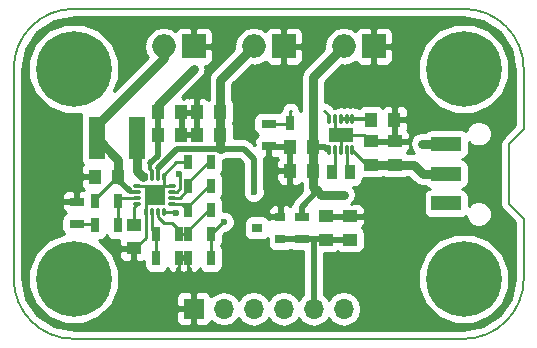
<source format=gbr>
%TF.GenerationSoftware,KiCad,Pcbnew,4.0.6+dfsg1-1*%
%TF.CreationDate,2018-06-21T08:51:40+02:00*%
%TF.ProjectId,energy_harvesting_module,656E657267795F68617276657374696E,rev?*%
%TF.FileFunction,Copper,L1,Top,Mixed*%
%FSLAX46Y46*%
G04 Gerber Fmt 4.6, Leading zero omitted, Abs format (unit mm)*
G04 Created by KiCad (PCBNEW 4.0.6+dfsg1-1) date Thu Jun 21 08:51:40 2018*
%MOMM*%
%LPD*%
G01*
G04 APERTURE LIST*
%ADD10C,0.100000*%
%ADD11C,0.150000*%
%ADD12C,6.400000*%
%ADD13C,0.600000*%
%ADD14R,1.000000X1.250000*%
%ADD15R,1.250000X1.000000*%
%ADD16O,1.998980X1.998980*%
%ADD17R,1.998980X1.998980*%
%ADD18R,1.300000X0.700000*%
%ADD19R,0.700000X1.300000*%
%ADD20R,0.900000X0.800000*%
%ADD21R,2.500000X1.250000*%
%ADD22R,1.700000X1.700000*%
%ADD23O,1.700000X1.700000*%
%ADD24O,0.750000X0.300000*%
%ADD25O,0.300000X0.750000*%
%ADD26R,1.800000X1.800000*%
%ADD27R,2.000000X1.200000*%
%ADD28O,0.280000X0.940000*%
%ADD29C,0.400000*%
%ADD30R,1.400000X3.600000*%
%ADD31R,0.850000X1.200000*%
%ADD32C,0.250000*%
%ADD33C,0.750000*%
%ADD34C,0.300000*%
%ADD35C,0.500000*%
%ADD36C,0.254000*%
G04 APERTURE END LIST*
D10*
D11*
X127000000Y-111760000D02*
X127000000Y-93980000D01*
X170180000Y-99060000D02*
X170180000Y-93980000D01*
X168910000Y-100330000D02*
X170180000Y-99060000D01*
X168910000Y-105410000D02*
X168910000Y-100330000D01*
X170180000Y-106680000D02*
X168910000Y-105410000D01*
X170180000Y-111760000D02*
X170180000Y-106680000D01*
X132080000Y-88900000D02*
X165100000Y-88900000D01*
X165100000Y-116840000D02*
X132080000Y-116840000D01*
X165100000Y-116840000D02*
G75*
G03X170180000Y-111760000I0J5080000D01*
G01*
X127000000Y-111760000D02*
G75*
G03X132080000Y-116840000I5080000J0D01*
G01*
X170180000Y-93980000D02*
G75*
G03X165100000Y-88900000I-5080000J0D01*
G01*
X132080000Y-88900000D02*
G75*
G03X127000000Y-93980000I0J-5080000D01*
G01*
D12*
X165100000Y-111760000D03*
D13*
X167500000Y-111760000D03*
X166797056Y-113457056D03*
X165100000Y-114160000D03*
X163402944Y-113457056D03*
X162700000Y-111760000D03*
X163402944Y-110062944D03*
X165100000Y-109360000D03*
X166797056Y-110062944D03*
D12*
X132080000Y-111760000D03*
D13*
X134480000Y-111760000D03*
X133777056Y-113457056D03*
X132080000Y-114160000D03*
X130382944Y-113457056D03*
X129680000Y-111760000D03*
X130382944Y-110062944D03*
X132080000Y-109360000D03*
X133777056Y-110062944D03*
D12*
X132080000Y-93980000D03*
D13*
X134480000Y-93980000D03*
X133777056Y-95677056D03*
X132080000Y-96380000D03*
X130382944Y-95677056D03*
X129680000Y-93980000D03*
X130382944Y-92282944D03*
X132080000Y-91580000D03*
X133777056Y-92282944D03*
D14*
X135858000Y-103124000D03*
X133858000Y-103124000D03*
D15*
X137160000Y-107188000D03*
X137160000Y-109188000D03*
D14*
X144510000Y-97663000D03*
X142510000Y-97663000D03*
X144510000Y-99568000D03*
X142510000Y-99568000D03*
X139208000Y-99568000D03*
X141208000Y-99568000D03*
X139192000Y-97663000D03*
X141192000Y-97663000D03*
D15*
X159258000Y-102092000D03*
X159258000Y-100092000D03*
X157226000Y-102092000D03*
X157226000Y-100092000D03*
D14*
X157242000Y-98298000D03*
X159242000Y-98298000D03*
X152368000Y-100584000D03*
X150368000Y-100584000D03*
X152384000Y-102616000D03*
X150384000Y-102616000D03*
D15*
X155448000Y-108442000D03*
X155448000Y-106442000D03*
X153416000Y-108442000D03*
X153416000Y-106442000D03*
D16*
X139700000Y-92075000D03*
D17*
X142240000Y-92075000D03*
D16*
X147320000Y-92075000D03*
D17*
X149860000Y-92075000D03*
D18*
X132334000Y-107122000D03*
X132334000Y-105222000D03*
D19*
X135824000Y-107188000D03*
X133924000Y-107188000D03*
X133924000Y-105156000D03*
X135824000Y-105156000D03*
X139070000Y-109982000D03*
X140970000Y-109982000D03*
X140970000Y-107950000D03*
X139070000Y-107950000D03*
X143698000Y-109982000D03*
X141798000Y-109982000D03*
X141798000Y-107950000D03*
X143698000Y-107950000D03*
X143698000Y-101854000D03*
X141798000Y-101854000D03*
X143698000Y-103886000D03*
X141798000Y-103886000D03*
X143698000Y-105918000D03*
X141798000Y-105918000D03*
D18*
X148590000Y-100518000D03*
X148590000Y-98618000D03*
D19*
X150434000Y-98552000D03*
X152334000Y-98552000D03*
D18*
X151384000Y-108392000D03*
X151384000Y-106492000D03*
D20*
X149590000Y-108392000D03*
X149590000Y-106492000D03*
X147590000Y-107442000D03*
D21*
X163620000Y-105370000D03*
X163620000Y-102870000D03*
X163620000Y-100370000D03*
D16*
X154940000Y-92075000D03*
D17*
X157480000Y-92075000D03*
D12*
X165100000Y-93980000D03*
D13*
X167500000Y-93980000D03*
X166797056Y-95677056D03*
X165100000Y-96380000D03*
X163402944Y-95677056D03*
X162700000Y-93980000D03*
X163402944Y-92282944D03*
X165100000Y-91580000D03*
X166797056Y-92282944D03*
D22*
X142240000Y-114300000D03*
D23*
X144780000Y-114300000D03*
X147320000Y-114300000D03*
X149860000Y-114300000D03*
X152400000Y-114300000D03*
X154940000Y-114300000D03*
D24*
X137463000Y-103886000D03*
X137463000Y-104386000D03*
X137463000Y-104886000D03*
X137463000Y-105386000D03*
D25*
X138188000Y-106111000D03*
X138688000Y-106111000D03*
X139188000Y-106111000D03*
X139688000Y-106111000D03*
D24*
X140413000Y-105386000D03*
X140413000Y-104886000D03*
X140413000Y-104386000D03*
X140413000Y-103886000D03*
D25*
X139688000Y-103161000D03*
X139188000Y-103161000D03*
X138688000Y-103161000D03*
X138188000Y-103161000D03*
D26*
X138938000Y-104636000D03*
D13*
X138438000Y-104136000D03*
X139438000Y-104136000D03*
X139438000Y-105136000D03*
X138438000Y-105136000D03*
D27*
X154686000Y-99568000D03*
D28*
X153686000Y-100888000D03*
X154186000Y-100888000D03*
X154686000Y-100888000D03*
X155186000Y-100888000D03*
X155686000Y-100888000D03*
X155686000Y-98248000D03*
X155186000Y-98248000D03*
X154686000Y-98248000D03*
X154186000Y-98248000D03*
X153686000Y-98248000D03*
D29*
X155386000Y-99268000D03*
X153986000Y-99268000D03*
X153986000Y-99868000D03*
X155386000Y-99868000D03*
D30*
X134014000Y-99822000D03*
X137414000Y-99822000D03*
D31*
X155461000Y-102743000D03*
X153911000Y-102743000D03*
D13*
X140970000Y-102870000D03*
X147320000Y-104394000D03*
X142240000Y-93980000D03*
X161544000Y-100330000D03*
X154940000Y-104648000D03*
X144780000Y-106934000D03*
X140716000Y-106172000D03*
D32*
X154686000Y-99568000D02*
X156702000Y-99568000D01*
X156702000Y-99568000D02*
X157226000Y-100092000D01*
X154186000Y-98248000D02*
X154186000Y-99068000D01*
X154186000Y-99068000D02*
X154686000Y-99568000D01*
X154686000Y-100888000D02*
X154686000Y-99568000D01*
X141798000Y-109982000D02*
X141798000Y-111064000D01*
X140970000Y-109982000D02*
X140970000Y-111125000D01*
X140970000Y-109982000D02*
X141798000Y-109982000D01*
X141798000Y-101854000D02*
X140770000Y-101854000D01*
X140770000Y-101854000D02*
X139688000Y-102936000D01*
X139688000Y-102936000D02*
X139688000Y-103161000D01*
X138188000Y-106111000D02*
X138188000Y-105386000D01*
X138188000Y-105386000D02*
X138938000Y-104636000D01*
X139688000Y-103161000D02*
X139688000Y-103886000D01*
X139688000Y-103886000D02*
X138938000Y-104636000D01*
X140413000Y-103886000D02*
X139688000Y-103886000D01*
X139688000Y-103886000D02*
X139438000Y-104136000D01*
X137463000Y-103886000D02*
X138188000Y-103886000D01*
X138188000Y-103886000D02*
X138438000Y-104136000D01*
X137160000Y-109188000D02*
X137285000Y-109188000D01*
X137285000Y-109188000D02*
X138188000Y-108285000D01*
X138188000Y-108285000D02*
X138188000Y-106736000D01*
X138188000Y-106736000D02*
X138188000Y-106111000D01*
D33*
X134014000Y-99822000D02*
X134014000Y-98722000D01*
X134014000Y-98722000D02*
X139700000Y-93036000D01*
X139700000Y-93036000D02*
X139700000Y-92075000D01*
D34*
X137463000Y-104386000D02*
X136889458Y-104386000D01*
X136889458Y-104386000D02*
X136814448Y-104310990D01*
D35*
X135858000Y-103354542D02*
X136814448Y-104310990D01*
X135858000Y-103124000D02*
X135858000Y-103354542D01*
D34*
X133924000Y-105156000D02*
X133924000Y-105058000D01*
X133924000Y-105058000D02*
X135858000Y-103124000D01*
D33*
X135858000Y-103124000D02*
X135858000Y-101666000D01*
X135858000Y-101666000D02*
X134014000Y-99822000D01*
D32*
X132334000Y-107122000D02*
X133858000Y-107122000D01*
X133858000Y-107122000D02*
X133924000Y-107188000D01*
X137160000Y-107188000D02*
X137160000Y-105689000D01*
X137160000Y-105689000D02*
X137463000Y-105386000D01*
X139070000Y-107950000D02*
X138688000Y-107568000D01*
X138688000Y-107568000D02*
X138688000Y-106111000D01*
X139070000Y-109982000D02*
X139070000Y-107950000D01*
X139070000Y-107650000D02*
X139070000Y-107950000D01*
X141798000Y-103886000D02*
X141798000Y-103586000D01*
X141798000Y-103586000D02*
X143530000Y-101854000D01*
X143530000Y-101854000D02*
X143698000Y-101854000D01*
X140413000Y-104886000D02*
X141098000Y-104886000D01*
X141098000Y-104886000D02*
X141798000Y-104186000D01*
X141798000Y-104186000D02*
X141798000Y-103886000D01*
X140413000Y-104386000D02*
X140809765Y-104386000D01*
X140809765Y-104386000D02*
X141113010Y-104082755D01*
X141113010Y-104082755D02*
X141113010Y-103013010D01*
X141113010Y-103013010D02*
X140970000Y-102870000D01*
D35*
X143449001Y-100753999D02*
X144526000Y-100753999D01*
X144526000Y-100753999D02*
X146473999Y-100753999D01*
D33*
X144510000Y-99568000D02*
X144510000Y-100737999D01*
X144510000Y-100737999D02*
X144526000Y-100753999D01*
D35*
X147320000Y-101600000D02*
X147320000Y-104394000D01*
X146473999Y-100753999D02*
X147320000Y-101600000D01*
D33*
X144510000Y-97663000D02*
X144510000Y-94885000D01*
X144510000Y-94885000D02*
X147320000Y-92075000D01*
X144510000Y-99568000D02*
X144510000Y-97663000D01*
D34*
X139188000Y-103161000D02*
X139188000Y-102366000D01*
D35*
X140800001Y-100753999D02*
X139192000Y-102362000D01*
X143449001Y-100753999D02*
X140800001Y-100753999D01*
D34*
X139188000Y-102366000D02*
X139192000Y-102362000D01*
D35*
X144510000Y-99568000D02*
X144510000Y-99693000D01*
D32*
X144510000Y-97790000D02*
X144510000Y-94885000D01*
D33*
X161544000Y-100330000D02*
X163580000Y-100330000D01*
X163580000Y-100330000D02*
X163620000Y-100370000D01*
X139192000Y-97663000D02*
X139192000Y-97028000D01*
X139192000Y-97028000D02*
X142240000Y-93980000D01*
D34*
X138688000Y-103161000D02*
X138688000Y-102620000D01*
D35*
X139199998Y-101338002D02*
X138557000Y-101981000D01*
X139208000Y-101083001D02*
X139208000Y-99568000D01*
X139208000Y-101083001D02*
X139208000Y-101338002D01*
X139208000Y-101338002D02*
X139199998Y-101338002D01*
D34*
X138557000Y-102489000D02*
X138557000Y-101981000D01*
X138688000Y-102620000D02*
X138557000Y-102489000D01*
D35*
X139192000Y-97790000D02*
X139192000Y-99806000D01*
X139192000Y-99806000D02*
X139208000Y-99822000D01*
D32*
X161584000Y-100370000D02*
X161544000Y-100330000D01*
D33*
X137414000Y-99822000D02*
X137414000Y-102612010D01*
X137414000Y-102612010D02*
X137962990Y-103161000D01*
D34*
X155686000Y-98248000D02*
X157192000Y-98248000D01*
X157192000Y-98248000D02*
X157242000Y-98298000D01*
X155186000Y-98248000D02*
X155686000Y-98248000D01*
X154686000Y-98248000D02*
X155186000Y-98248000D01*
D35*
X152368000Y-100584000D02*
X153368000Y-100584000D01*
X153368000Y-100584000D02*
X153645990Y-100861990D01*
X153645990Y-100861990D02*
X153645990Y-100888000D01*
D33*
X152384000Y-103991000D02*
X152660000Y-104267000D01*
X152660000Y-104267000D02*
X153041000Y-104648000D01*
D35*
X151384000Y-106492000D02*
X151384000Y-105642000D01*
X151384000Y-105642000D02*
X152660000Y-104366000D01*
X152660000Y-104366000D02*
X152660000Y-104267000D01*
D33*
X152384000Y-102616000D02*
X152384000Y-103991000D01*
X153041000Y-104648000D02*
X154940000Y-104648000D01*
X152368000Y-100584000D02*
X152368000Y-102600000D01*
X152368000Y-102600000D02*
X152384000Y-102616000D01*
X152334000Y-98552000D02*
X152334000Y-100550000D01*
X152334000Y-100550000D02*
X152368000Y-100584000D01*
X154940000Y-92075000D02*
X152334000Y-94681000D01*
X152334000Y-94681000D02*
X152334000Y-98552000D01*
D32*
X152368000Y-98586000D02*
X152334000Y-98552000D01*
D35*
X151384000Y-108392000D02*
X152400000Y-108392000D01*
X152400000Y-108392000D02*
X153366000Y-108392000D01*
X152400000Y-114300000D02*
X152400000Y-108392000D01*
X153366000Y-108392000D02*
X153416000Y-108442000D01*
X149590000Y-108392000D02*
X151384000Y-108392000D01*
X155448000Y-108442000D02*
X153416000Y-108442000D01*
D32*
X141798000Y-105918000D02*
X141798000Y-105618000D01*
X141798000Y-105618000D02*
X143530000Y-103886000D01*
X143530000Y-103886000D02*
X143698000Y-103886000D01*
X140413000Y-105386000D02*
X141266000Y-105386000D01*
X141266000Y-105386000D02*
X141798000Y-105918000D01*
X153911000Y-102743000D02*
X154186000Y-102468000D01*
X154186000Y-102468000D02*
X154186000Y-100888000D01*
X155186000Y-100888000D02*
X155186000Y-102468000D01*
X155186000Y-102468000D02*
X155461000Y-102743000D01*
X137463000Y-104886000D02*
X136094000Y-104886000D01*
X136094000Y-104886000D02*
X135824000Y-105156000D01*
X136090000Y-104890000D02*
X135824000Y-105156000D01*
X135824000Y-107188000D02*
X135824000Y-105156000D01*
X141798000Y-107950000D02*
X141798000Y-107650000D01*
X141798000Y-107650000D02*
X143530000Y-105918000D01*
X143530000Y-105918000D02*
X143698000Y-105918000D01*
X139188000Y-106111000D02*
X139188000Y-106507765D01*
X139188000Y-106507765D02*
X139730235Y-107050000D01*
X139730235Y-107050000D02*
X140370000Y-107050000D01*
X140370000Y-107050000D02*
X140970000Y-107650000D01*
X140970000Y-107650000D02*
X140970000Y-107950000D01*
X141798000Y-107950000D02*
X140970000Y-107950000D01*
X144780000Y-106934000D02*
X144714000Y-106934000D01*
X144714000Y-106934000D02*
X143698000Y-107950000D01*
X139688000Y-106111000D02*
X140655000Y-106111000D01*
X140655000Y-106111000D02*
X140716000Y-106172000D01*
X143698000Y-107950000D02*
X143698000Y-109982000D01*
X148590000Y-98618000D02*
X150368000Y-98618000D01*
X150368000Y-98618000D02*
X150434000Y-98552000D01*
X150434000Y-97536000D02*
X150434000Y-98552000D01*
X150434000Y-97536000D02*
X150442000Y-97528000D01*
X153296000Y-97528000D02*
X153686000Y-97918000D01*
X153686000Y-97918000D02*
X153686000Y-98248000D01*
D33*
X160893000Y-102092000D02*
X160893000Y-102143000D01*
X160893000Y-102143000D02*
X161620000Y-102870000D01*
X161620000Y-102870000D02*
X163620000Y-102870000D01*
X159258000Y-102092000D02*
X160893000Y-102092000D01*
X157226000Y-102092000D02*
X159258000Y-102092000D01*
D32*
X157226000Y-102092000D02*
X156890000Y-102092000D01*
X156890000Y-102092000D02*
X155686000Y-100888000D01*
D36*
X165030069Y-89610000D02*
X132149931Y-89610000D01*
X166051624Y-89813200D02*
X131128376Y-89813200D01*
X166858151Y-90016400D02*
X130321850Y-90016400D01*
X131138366Y-90219600D02*
X130017739Y-90219600D01*
X164158366Y-90219600D02*
X133024226Y-90219600D01*
X167162261Y-90219600D02*
X166044226Y-90219600D01*
X130646584Y-90422800D02*
X129713629Y-90422800D01*
X163666584Y-90422800D02*
X133513586Y-90422800D01*
X167466371Y-90422800D02*
X166533586Y-90422800D01*
X130154803Y-90626000D02*
X129409518Y-90626000D01*
X138951086Y-90626000D02*
X134002945Y-90626000D01*
X140791995Y-90626000D02*
X140448915Y-90626000D01*
X142367000Y-90626000D02*
X142113000Y-90626000D01*
X146571086Y-90626000D02*
X143688006Y-90626000D01*
X148411995Y-90626000D02*
X148068915Y-90626000D01*
X149987000Y-90626000D02*
X149733000Y-90626000D01*
X154191086Y-90626000D02*
X151308006Y-90626000D01*
X156031995Y-90626000D02*
X155688915Y-90626000D01*
X157607000Y-90626000D02*
X157353000Y-90626000D01*
X163174803Y-90626000D02*
X158928006Y-90626000D01*
X167770481Y-90626000D02*
X167022945Y-90626000D01*
X129808057Y-90829200D02*
X129105408Y-90829200D01*
X138646975Y-90829200D02*
X134353477Y-90829200D01*
X142367000Y-90829200D02*
X142113000Y-90829200D01*
X146266975Y-90829200D02*
X143824785Y-90829200D01*
X149987000Y-90829200D02*
X149733000Y-90829200D01*
X153886975Y-90829200D02*
X151444785Y-90829200D01*
X157607000Y-90829200D02*
X157353000Y-90829200D01*
X162828057Y-90829200D02*
X159064785Y-90829200D01*
X168074592Y-90829200D02*
X167373477Y-90829200D01*
X129604502Y-91032400D02*
X128911164Y-91032400D01*
X138436609Y-91032400D02*
X134556322Y-91032400D01*
X142367000Y-91032400D02*
X142113000Y-91032400D01*
X146056609Y-91032400D02*
X143874490Y-91032400D01*
X149987000Y-91032400D02*
X149733000Y-91032400D01*
X153676609Y-91032400D02*
X151494490Y-91032400D01*
X157607000Y-91032400D02*
X157353000Y-91032400D01*
X162624502Y-91032400D02*
X159114490Y-91032400D01*
X168268835Y-91032400D02*
X167576322Y-91032400D01*
X129400947Y-91235600D02*
X128775390Y-91235600D01*
X138300835Y-91235600D02*
X134759168Y-91235600D01*
X142367000Y-91235600D02*
X142113000Y-91235600D01*
X145920835Y-91235600D02*
X143874490Y-91235600D01*
X149987000Y-91235600D02*
X149733000Y-91235600D01*
X153540835Y-91235600D02*
X151494490Y-91235600D01*
X157607000Y-91235600D02*
X157353000Y-91235600D01*
X162420947Y-91235600D02*
X159114490Y-91235600D01*
X168404609Y-91235600D02*
X167779168Y-91235600D01*
X129197392Y-91438800D02*
X128639616Y-91438800D01*
X138165061Y-91438800D02*
X134962014Y-91438800D01*
X142367000Y-91438800D02*
X142113000Y-91438800D01*
X145785061Y-91438800D02*
X143874490Y-91438800D01*
X149987000Y-91438800D02*
X149733000Y-91438800D01*
X153405061Y-91438800D02*
X151494490Y-91438800D01*
X157607000Y-91438800D02*
X157353000Y-91438800D01*
X162217392Y-91438800D02*
X159114490Y-91438800D01*
X168540382Y-91438800D02*
X167982014Y-91438800D01*
X128993837Y-91642000D02*
X128503842Y-91642000D01*
X138119617Y-91642000D02*
X135164859Y-91642000D01*
X142367000Y-91642000D02*
X142113000Y-91642000D01*
X145739617Y-91642000D02*
X143874490Y-91642000D01*
X149987000Y-91642000D02*
X149733000Y-91642000D01*
X153359617Y-91642000D02*
X151494490Y-91642000D01*
X157607000Y-91642000D02*
X157353000Y-91642000D01*
X162013837Y-91642000D02*
X159114490Y-91642000D01*
X168676156Y-91642000D02*
X168184859Y-91642000D01*
X128813971Y-91845200D02*
X128368068Y-91845200D01*
X138079199Y-91845200D02*
X135347394Y-91845200D01*
X142367000Y-91845200D02*
X142113000Y-91845200D01*
X145699199Y-91845200D02*
X143818540Y-91845200D01*
X149987000Y-91845200D02*
X149733000Y-91845200D01*
X153319199Y-91845200D02*
X151438540Y-91845200D01*
X157607000Y-91845200D02*
X157353000Y-91845200D01*
X161833971Y-91845200D02*
X159058540Y-91845200D01*
X168811930Y-91845200D02*
X168367394Y-91845200D01*
X128729594Y-92048400D02*
X128232294Y-92048400D01*
X138038780Y-92048400D02*
X135431355Y-92048400D01*
X145658780Y-92048400D02*
X142093000Y-92048400D01*
X153278780Y-92048400D02*
X149713000Y-92048400D01*
X161749594Y-92048400D02*
X157333000Y-92048400D01*
X168947704Y-92048400D02*
X168451355Y-92048400D01*
X128645218Y-92251600D02*
X128096520Y-92251600D01*
X138068615Y-92251600D02*
X135515316Y-92251600D01*
X145688616Y-92251600D02*
X143765340Y-92251600D01*
X149987000Y-92251600D02*
X149733000Y-92251600D01*
X153308616Y-92251600D02*
X151385340Y-92251600D01*
X157607000Y-92251600D02*
X157353000Y-92251600D01*
X161665218Y-92251600D02*
X159005340Y-92251600D01*
X169083477Y-92251600D02*
X168535316Y-92251600D01*
X128560842Y-92454800D02*
X128027291Y-92454800D01*
X138109034Y-92454800D02*
X135599276Y-92454800D01*
X145511844Y-92454800D02*
X143874490Y-92454800D01*
X149987000Y-92454800D02*
X149733000Y-92454800D01*
X153131844Y-92454800D02*
X151494490Y-92454800D01*
X157607000Y-92454800D02*
X157353000Y-92454800D01*
X161580842Y-92454800D02*
X159114490Y-92454800D01*
X169152708Y-92454800D02*
X168619276Y-92454800D01*
X128476466Y-92658000D02*
X127986872Y-92658000D01*
X138149453Y-92658000D02*
X135683237Y-92658000D01*
X145308644Y-92658000D02*
X143874490Y-92658000D01*
X149987000Y-92658000D02*
X149733000Y-92658000D01*
X152928644Y-92658000D02*
X151494490Y-92658000D01*
X157607000Y-92658000D02*
X157353000Y-92658000D01*
X161496466Y-92658000D02*
X159114490Y-92658000D01*
X169193127Y-92658000D02*
X168703237Y-92658000D01*
X128392090Y-92861200D02*
X127946453Y-92861200D01*
X138265287Y-92861200D02*
X135767197Y-92861200D01*
X145105444Y-92861200D02*
X143874490Y-92861200D01*
X149987000Y-92861200D02*
X149733000Y-92861200D01*
X152725444Y-92861200D02*
X151494490Y-92861200D01*
X157607000Y-92861200D02*
X157353000Y-92861200D01*
X161412090Y-92861200D02*
X159114490Y-92861200D01*
X169233546Y-92861200D02*
X168787197Y-92861200D01*
X128307714Y-93064400D02*
X127906034Y-93064400D01*
X138243244Y-93064400D02*
X135851158Y-93064400D01*
X144902244Y-93064400D02*
X143874490Y-93064400D01*
X149987000Y-93064400D02*
X149733000Y-93064400D01*
X152522244Y-93064400D02*
X151494490Y-93064400D01*
X157607000Y-93064400D02*
X157353000Y-93064400D01*
X161327714Y-93064400D02*
X159114490Y-93064400D01*
X169273965Y-93064400D02*
X168871158Y-93064400D01*
X128245621Y-93267600D02*
X127865615Y-93267600D01*
X138040044Y-93267600D02*
X135915622Y-93267600D01*
X144699044Y-93267600D02*
X143846820Y-93267600D01*
X149987000Y-93267600D02*
X149733000Y-93267600D01*
X152319044Y-93267600D02*
X151466820Y-93267600D01*
X157607000Y-93267600D02*
X157353000Y-93267600D01*
X161265621Y-93267600D02*
X159086820Y-93267600D01*
X169314384Y-93267600D02*
X168935622Y-93267600D01*
X128245443Y-93470800D02*
X127825196Y-93470800D01*
X137836844Y-93470800D02*
X135915445Y-93470800D01*
X144495844Y-93470800D02*
X143741205Y-93470800D01*
X148358794Y-93470800D02*
X148148534Y-93470800D01*
X149987000Y-93470800D02*
X149733000Y-93470800D01*
X152115844Y-93470800D02*
X151361205Y-93470800D01*
X155978794Y-93470800D02*
X155768534Y-93470800D01*
X157607000Y-93470800D02*
X157353000Y-93470800D01*
X161265443Y-93470800D02*
X158981205Y-93470800D01*
X169354803Y-93470800D02*
X168935445Y-93470800D01*
X128245266Y-93674000D02*
X127784777Y-93674000D01*
X137633644Y-93674000D02*
X135915268Y-93674000D01*
X144292644Y-93674000D02*
X143451479Y-93674000D01*
X148648520Y-93674000D02*
X147530442Y-93674000D01*
X150110260Y-93674000D02*
X149609740Y-93674000D01*
X151912644Y-93674000D02*
X151071479Y-93674000D01*
X156268520Y-93674000D02*
X155150442Y-93674000D01*
X157730260Y-93674000D02*
X157229740Y-93674000D01*
X161265266Y-93674000D02*
X158691479Y-93674000D01*
X169395222Y-93674000D02*
X168935268Y-93674000D01*
X128245089Y-93877200D02*
X127744358Y-93877200D01*
X137430444Y-93877200D02*
X135915091Y-93877200D01*
X144089444Y-93877200D02*
X143229552Y-93877200D01*
X151709444Y-93877200D02*
X146946156Y-93877200D01*
X161265089Y-93877200D02*
X154566156Y-93877200D01*
X169435641Y-93877200D02*
X168935091Y-93877200D01*
X128244911Y-94080400D02*
X127710000Y-94080400D01*
X137227244Y-94080400D02*
X135914913Y-94080400D01*
X143886244Y-94080400D02*
X143230029Y-94080400D01*
X151543932Y-94080400D02*
X146742956Y-94080400D01*
X161264911Y-94080400D02*
X154362956Y-94080400D01*
X169470000Y-94080400D02*
X168934913Y-94080400D01*
X128244734Y-94283600D02*
X127710000Y-94283600D01*
X137024044Y-94283600D02*
X135914736Y-94283600D01*
X143720467Y-94283600D02*
X143189609Y-94283600D01*
X151408159Y-94283600D02*
X146539756Y-94283600D01*
X161264734Y-94283600D02*
X154159756Y-94283600D01*
X169470000Y-94283600D02*
X168934736Y-94283600D01*
X128244557Y-94486800D02*
X127710000Y-94486800D01*
X136820844Y-94486800D02*
X135914559Y-94486800D01*
X143584693Y-94486800D02*
X143092743Y-94486800D01*
X151362629Y-94486800D02*
X146336556Y-94486800D01*
X161264557Y-94486800D02*
X153956556Y-94486800D01*
X169470000Y-94486800D02*
X168934559Y-94486800D01*
X128244380Y-94690000D02*
X127710000Y-94690000D01*
X136617644Y-94690000D02*
X135914382Y-94690000D01*
X143538789Y-94690000D02*
X142956969Y-94690000D01*
X151324000Y-94690000D02*
X146133356Y-94690000D01*
X161264380Y-94690000D02*
X153753356Y-94690000D01*
X169470000Y-94690000D02*
X168934382Y-94690000D01*
X128307851Y-94893200D02*
X127710000Y-94893200D01*
X136414444Y-94893200D02*
X135853282Y-94893200D01*
X143500000Y-94893200D02*
X142755156Y-94893200D01*
X151324000Y-94893200D02*
X145930156Y-94893200D01*
X161327851Y-94893200D02*
X153550156Y-94893200D01*
X169470000Y-94893200D02*
X168873282Y-94893200D01*
X128391811Y-95096400D02*
X127710000Y-95096400D01*
X136211244Y-95096400D02*
X135768906Y-95096400D01*
X143500000Y-95096400D02*
X142551956Y-95096400D01*
X151324000Y-95096400D02*
X145726956Y-95096400D01*
X161411811Y-95096400D02*
X153346956Y-95096400D01*
X169470000Y-95096400D02*
X168788906Y-95096400D01*
X128475772Y-95299600D02*
X127710000Y-95299600D01*
X136008044Y-95299600D02*
X135684530Y-95299600D01*
X143500000Y-95299600D02*
X142348756Y-95299600D01*
X151324000Y-95299600D02*
X145523756Y-95299600D01*
X161495772Y-95299600D02*
X153344000Y-95299600D01*
X169470000Y-95299600D02*
X168704530Y-95299600D01*
X128559732Y-95502800D02*
X127710000Y-95502800D01*
X135804844Y-95502800D02*
X135600154Y-95502800D01*
X143500000Y-95502800D02*
X142145556Y-95502800D01*
X151324000Y-95502800D02*
X145520000Y-95502800D01*
X161579732Y-95502800D02*
X153344000Y-95502800D01*
X169470000Y-95502800D02*
X168620154Y-95502800D01*
X128643693Y-95706000D02*
X127710000Y-95706000D01*
X135601644Y-95706000D02*
X135515778Y-95706000D01*
X143500000Y-95706000D02*
X141942356Y-95706000D01*
X151324000Y-95706000D02*
X145520000Y-95706000D01*
X161663693Y-95706000D02*
X153344000Y-95706000D01*
X169470000Y-95706000D02*
X168535778Y-95706000D01*
X128727653Y-95909200D02*
X127710000Y-95909200D01*
X143500000Y-95909200D02*
X141739156Y-95909200D01*
X151324000Y-95909200D02*
X145520000Y-95909200D01*
X161747653Y-95909200D02*
X153344000Y-95909200D01*
X169470000Y-95909200D02*
X168451402Y-95909200D01*
X128811614Y-96112400D02*
X127710000Y-96112400D01*
X143500000Y-96112400D02*
X141535956Y-96112400D01*
X151324000Y-96112400D02*
X145520000Y-96112400D01*
X161831614Y-96112400D02*
X153344000Y-96112400D01*
X169470000Y-96112400D02*
X168367026Y-96112400D01*
X128992745Y-96315600D02*
X127710000Y-96315600D01*
X143500000Y-96315600D02*
X141332756Y-96315600D01*
X151324000Y-96315600D02*
X145520000Y-96315600D01*
X162012745Y-96315600D02*
X153344000Y-96315600D01*
X169470000Y-96315600D02*
X168188567Y-96315600D01*
X129195590Y-96518800D02*
X127710000Y-96518800D01*
X141361950Y-96518800D02*
X141319002Y-96518800D01*
X142679950Y-96518800D02*
X142340050Y-96518800D01*
X143500000Y-96518800D02*
X143388826Y-96518800D01*
X151324000Y-96518800D02*
X145520000Y-96518800D01*
X162215590Y-96518800D02*
X153344000Y-96518800D01*
X169470000Y-96518800D02*
X167985012Y-96518800D01*
X129398436Y-96722000D02*
X127710000Y-96722000D01*
X142637000Y-96722000D02*
X142383000Y-96722000D01*
X151324000Y-96722000D02*
X145561244Y-96722000D01*
X162418436Y-96722000D02*
X153344000Y-96722000D01*
X169470000Y-96722000D02*
X167781457Y-96722000D01*
X129601282Y-96925200D02*
X127710000Y-96925200D01*
X142637000Y-96925200D02*
X142383000Y-96925200D01*
X150002476Y-96925200D02*
X145636216Y-96925200D01*
X151324000Y-96925200D02*
X150881525Y-96925200D01*
X162621282Y-96925200D02*
X153735525Y-96925200D01*
X169470000Y-96925200D02*
X167577902Y-96925200D01*
X129804127Y-97128400D02*
X127710000Y-97128400D01*
X142637000Y-97128400D02*
X142383000Y-97128400D01*
X149809869Y-97128400D02*
X145657440Y-97128400D01*
X151324000Y-97128400D02*
X151071477Y-97128400D01*
X154650568Y-97128400D02*
X153971202Y-97128400D01*
X155150568Y-97128400D02*
X154721433Y-97128400D01*
X155650568Y-97128400D02*
X155221433Y-97128400D01*
X156415676Y-97128400D02*
X155721433Y-97128400D01*
X158397447Y-97128400D02*
X158069748Y-97128400D01*
X159437350Y-97128400D02*
X159046650Y-97128400D01*
X162824127Y-97128400D02*
X160086554Y-97128400D01*
X169470000Y-97128400D02*
X167374347Y-97128400D01*
X130151275Y-97331600D02*
X127710000Y-97331600D01*
X142637000Y-97331600D02*
X142383000Y-97331600D01*
X149714658Y-97331600D02*
X145657440Y-97331600D01*
X151324000Y-97331600D02*
X151162934Y-97331600D01*
X159369000Y-97331600D02*
X159115000Y-97331600D01*
X163171275Y-97331600D02*
X160287907Y-97331600D01*
X169470000Y-97331600D02*
X167031005Y-97331600D01*
X130640635Y-97534800D02*
X127710000Y-97534800D01*
X141319000Y-97534800D02*
X141065000Y-97534800D01*
X142637000Y-97534800D02*
X142383000Y-97534800D01*
X149566357Y-97534800D02*
X145657440Y-97534800D01*
X151324000Y-97534800D02*
X151302298Y-97534800D01*
X159369000Y-97534800D02*
X159115000Y-97534800D01*
X163660635Y-97534800D02*
X160372075Y-97534800D01*
X169470000Y-97534800D02*
X166539224Y-97534800D01*
X131129994Y-97738000D02*
X127710000Y-97738000D01*
X142657000Y-97738000D02*
X141045000Y-97738000D01*
X147590987Y-97738000D02*
X145657440Y-97738000D01*
X159369000Y-97738000D02*
X159115000Y-97738000D01*
X164149994Y-97738000D02*
X160377000Y-97738000D01*
X169470000Y-97738000D02*
X166047443Y-97738000D01*
X132682923Y-97941200D02*
X127710000Y-97941200D01*
X141319000Y-97941200D02*
X141065000Y-97941200D01*
X142637000Y-97941200D02*
X142383000Y-97941200D01*
X147394753Y-97941200D02*
X145657440Y-97941200D01*
X159369000Y-97941200D02*
X159115000Y-97941200D01*
X169470000Y-97941200D02*
X160377000Y-97941200D01*
X132666560Y-98144400D02*
X127710000Y-98144400D01*
X141319000Y-98144400D02*
X141065000Y-98144400D01*
X142637000Y-98144400D02*
X142383000Y-98144400D01*
X147317590Y-98144400D02*
X145657440Y-98144400D01*
X159369000Y-98144400D02*
X159115000Y-98144400D01*
X169470000Y-98144400D02*
X160244850Y-98144400D01*
X132666560Y-98347600D02*
X127710000Y-98347600D01*
X141319000Y-98347600D02*
X141065000Y-98347600D01*
X142637000Y-98347600D02*
X142383000Y-98347600D01*
X147292560Y-98347600D02*
X145645370Y-98347600D01*
X169470000Y-98347600D02*
X159095000Y-98347600D01*
X132666560Y-98550800D02*
X127710000Y-98550800D01*
X141319000Y-98550800D02*
X141081000Y-98550800D01*
X142637000Y-98550800D02*
X142383000Y-98550800D01*
X147292560Y-98550800D02*
X145598976Y-98550800D01*
X159369000Y-98550800D02*
X159115000Y-98550800D01*
X165755044Y-98550800D02*
X160344050Y-98550800D01*
X169470000Y-98550800D02*
X166985487Y-98550800D01*
X132666560Y-98754000D02*
X127710000Y-98754000D01*
X141319000Y-98754000D02*
X141081000Y-98754000D01*
X142637000Y-98754000D02*
X142383000Y-98754000D01*
X147292560Y-98754000D02*
X145621878Y-98754000D01*
X159369000Y-98754000D02*
X159115000Y-98754000D01*
X165551489Y-98754000D02*
X160377000Y-98754000D01*
X169470000Y-98754000D02*
X167188333Y-98754000D01*
X132666560Y-98957200D02*
X127710000Y-98957200D01*
X141335000Y-98957200D02*
X141081000Y-98957200D01*
X142637000Y-98957200D02*
X142383000Y-98957200D01*
X147292560Y-98957200D02*
X145657440Y-98957200D01*
X159369000Y-98957200D02*
X159115000Y-98957200D01*
X165408113Y-98957200D02*
X160377000Y-98957200D01*
X169278708Y-98957200D02*
X167332087Y-98957200D01*
X132666560Y-99160400D02*
X127710000Y-99160400D01*
X141335000Y-99160400D02*
X141081000Y-99160400D01*
X142637000Y-99160400D02*
X142383000Y-99160400D01*
X147328762Y-99160400D02*
X145657440Y-99160400D01*
X159369000Y-99160400D02*
X159131000Y-99160400D01*
X162105837Y-99160400D02*
X160349425Y-99160400D01*
X165323737Y-99160400D02*
X165139206Y-99160400D01*
X169075508Y-99160400D02*
X167416048Y-99160400D01*
X132666560Y-99363600D02*
X127710000Y-99363600D01*
X141335000Y-99363600D02*
X141081000Y-99363600D01*
X142637000Y-99363600D02*
X142383000Y-99363600D01*
X147439977Y-99363600D02*
X145657440Y-99363600D01*
X159369000Y-99363600D02*
X159131000Y-99363600D01*
X161324810Y-99363600D02*
X160475713Y-99363600D01*
X168872308Y-99363600D02*
X167455093Y-99363600D01*
X132666560Y-99566800D02*
X127710000Y-99566800D01*
X142657000Y-99566800D02*
X141061000Y-99566800D01*
X147699807Y-99566800D02*
X145657440Y-99566800D01*
X159385000Y-99566800D02*
X159131000Y-99566800D01*
X160903189Y-99566800D02*
X160518000Y-99566800D01*
X168669108Y-99566800D02*
X167454915Y-99566800D01*
X132666560Y-99770000D02*
X127710000Y-99770000D01*
X147439975Y-99770000D02*
X145657440Y-99770000D01*
X159385000Y-99770000D02*
X159131000Y-99770000D01*
X160726804Y-99770000D02*
X160518000Y-99770000D01*
X168465908Y-99770000D02*
X167420249Y-99770000D01*
X132666560Y-99973200D02*
X127710000Y-99973200D01*
X147333370Y-99973200D02*
X146867801Y-99973200D01*
X160604973Y-99973200D02*
X157079000Y-99973200D01*
X168310905Y-99973200D02*
X167335873Y-99973200D01*
X132666560Y-100176400D02*
X127710000Y-100176400D01*
X147305000Y-100176400D02*
X147147980Y-100176400D01*
X160564554Y-100176400D02*
X157079000Y-100176400D01*
X165542084Y-100176400D02*
X165517440Y-100176400D01*
X168230554Y-100176400D02*
X167198127Y-100176400D01*
X132666560Y-100379600D02*
X127710000Y-100379600D01*
X147452350Y-100379600D02*
X147351180Y-100379600D01*
X148717000Y-100379600D02*
X148463000Y-100379600D01*
X160543866Y-100379600D02*
X160518000Y-100379600D01*
X165744929Y-100379600D02*
X165517440Y-100379600D01*
X168200000Y-100379600D02*
X166994572Y-100379600D01*
X132666560Y-100582800D02*
X127710000Y-100582800D01*
X150515000Y-100582800D02*
X148443000Y-100582800D01*
X160584285Y-100582800D02*
X160518000Y-100582800D01*
X168200000Y-100582800D02*
X165517440Y-100582800D01*
X132666560Y-100786000D02*
X127710000Y-100786000D01*
X148717000Y-100786000D02*
X148463000Y-100786000D01*
X150495000Y-100786000D02*
X150241000Y-100786000D01*
X160657313Y-100786000D02*
X160489961Y-100786000D01*
X168200000Y-100786000D02*
X165517440Y-100786000D01*
X132666560Y-100989200D02*
X127710000Y-100989200D01*
X148717000Y-100989200D02*
X148463000Y-100989200D01*
X150495000Y-100989200D02*
X150241000Y-100989200D01*
X160793087Y-100989200D02*
X160383825Y-100989200D01*
X168200000Y-100989200D02*
X165517440Y-100989200D01*
X132666560Y-101192400D02*
X127710000Y-101192400D01*
X148717000Y-101192400D02*
X148463000Y-101192400D01*
X150495000Y-101192400D02*
X150241000Y-101192400D01*
X168200000Y-101192400D02*
X165477465Y-101192400D01*
X132666560Y-101395600D02*
X127710000Y-101395600D01*
X148768350Y-101395600D02*
X148411650Y-101395600D01*
X150495000Y-101395600D02*
X150241000Y-101395600D01*
X168200000Y-101395600D02*
X165364821Y-101395600D01*
X132666560Y-101598800D02*
X127710000Y-101598800D01*
X149359774Y-101598800D02*
X148204763Y-101598800D01*
X150495000Y-101598800D02*
X150257000Y-101598800D01*
X168200000Y-101598800D02*
X165101926Y-101598800D01*
X132700429Y-101802000D02*
X127710000Y-101802000D01*
X146270420Y-101802000D02*
X144695440Y-101802000D01*
X149274968Y-101802000D02*
X148205000Y-101802000D01*
X150511000Y-101802000D02*
X150257000Y-101802000D01*
X168200000Y-101802000D02*
X165339522Y-101802000D01*
X132805998Y-102005200D02*
X127710000Y-102005200D01*
X146435000Y-102005200D02*
X144695440Y-102005200D01*
X149249000Y-102005200D02*
X148205000Y-102005200D01*
X150511000Y-102005200D02*
X150257000Y-102005200D01*
X168200000Y-102005200D02*
X165470278Y-102005200D01*
X132791052Y-102208400D02*
X127710000Y-102208400D01*
X146435000Y-102208400D02*
X144695440Y-102208400D01*
X149249000Y-102208400D02*
X148205000Y-102208400D01*
X150511000Y-102208400D02*
X150257000Y-102208400D01*
X168200000Y-102208400D02*
X165510554Y-102208400D01*
X132723000Y-102411600D02*
X127710000Y-102411600D01*
X146435000Y-102411600D02*
X144695440Y-102411600D01*
X149330350Y-102411600D02*
X148205000Y-102411600D01*
X150511000Y-102411600D02*
X150257000Y-102411600D01*
X168200000Y-102411600D02*
X165517440Y-102411600D01*
X132723000Y-102614800D02*
X127710000Y-102614800D01*
X146435000Y-102614800D02*
X144673002Y-102614800D01*
X150531000Y-102614800D02*
X148205000Y-102614800D01*
X168200000Y-102614800D02*
X165517440Y-102614800D01*
X132723000Y-102818000D02*
X127710000Y-102818000D01*
X146435000Y-102818000D02*
X144601992Y-102818000D01*
X149332750Y-102818000D02*
X148205000Y-102818000D01*
X150511000Y-102818000D02*
X150257000Y-102818000D01*
X168200000Y-102818000D02*
X165517440Y-102818000D01*
X134005000Y-103021200D02*
X127710000Y-103021200D01*
X146435000Y-103021200D02*
X144655023Y-103021200D01*
X149249000Y-103021200D02*
X148205000Y-103021200D01*
X150511000Y-103021200D02*
X150257000Y-103021200D01*
X168200000Y-103021200D02*
X165517440Y-103021200D01*
X134005000Y-103224400D02*
X127710000Y-103224400D01*
X146435000Y-103224400D02*
X144693258Y-103224400D01*
X149249000Y-103224400D02*
X148205000Y-103224400D01*
X150511000Y-103224400D02*
X150257000Y-103224400D01*
X158558730Y-103224400D02*
X157930930Y-103224400D01*
X160546044Y-103224400D02*
X159962930Y-103224400D01*
X168200000Y-103224400D02*
X165517440Y-103224400D01*
X132723000Y-103427600D02*
X127710000Y-103427600D01*
X146435000Y-103427600D02*
X144695440Y-103427600D01*
X149273972Y-103427600D02*
X148205000Y-103427600D01*
X150511000Y-103427600D02*
X150257000Y-103427600D01*
X160749244Y-103427600D02*
X156516308Y-103427600D01*
X168200000Y-103427600D02*
X165517440Y-103427600D01*
X132723000Y-103630800D02*
X127710000Y-103630800D01*
X146435000Y-103630800D02*
X144695440Y-103630800D01*
X149375774Y-103630800D02*
X148205000Y-103630800D01*
X150511000Y-103630800D02*
X150257000Y-103630800D01*
X160975596Y-103630800D02*
X156457894Y-103630800D01*
X168200000Y-103630800D02*
X165489939Y-103630800D01*
X132723000Y-103834000D02*
X127710000Y-103834000D01*
X146435000Y-103834000D02*
X144695440Y-103834000D01*
X149656294Y-103834000D02*
X148205000Y-103834000D01*
X150627750Y-103834000D02*
X150140250Y-103834000D01*
X151374000Y-103834000D02*
X151111705Y-103834000D01*
X161388743Y-103834000D02*
X156295621Y-103834000D01*
X168200000Y-103834000D02*
X165406911Y-103834000D01*
X132790057Y-104037200D02*
X127710000Y-104037200D01*
X146435000Y-104037200D02*
X144695440Y-104037200D01*
X151383189Y-104037200D02*
X148205000Y-104037200D01*
X162038740Y-104037200D02*
X155723253Y-104037200D01*
X168200000Y-104037200D02*
X165200054Y-104037200D01*
X131549482Y-104240400D02*
X127710000Y-104240400D01*
X132616350Y-104240400D02*
X132051650Y-104240400D01*
X146385134Y-104240400D02*
X144695440Y-104240400D01*
X151423609Y-104240400D02*
X148255134Y-104240400D01*
X161981514Y-104240400D02*
X155859027Y-104240400D01*
X168200000Y-104240400D02*
X165256290Y-104240400D01*
X131214375Y-104443600D02*
X127710000Y-104443600D01*
X132461000Y-104443600D02*
X132207000Y-104443600D01*
X146384957Y-104443600D02*
X144695440Y-104443600D01*
X151330821Y-104443600D02*
X148254957Y-104443600D01*
X161807398Y-104443600D02*
X155909343Y-104443600D01*
X168200000Y-104443600D02*
X165430639Y-104443600D01*
X131089963Y-104646800D02*
X127710000Y-104646800D01*
X132461000Y-104646800D02*
X132207000Y-104646800D01*
X146412783Y-104646800D02*
X144673002Y-104646800D01*
X151127621Y-104646800D02*
X148227431Y-104646800D01*
X161742446Y-104646800D02*
X155949762Y-104646800D01*
X168200000Y-104646800D02*
X165498963Y-104646800D01*
X131049000Y-104850000D02*
X127710000Y-104850000D01*
X132461000Y-104850000D02*
X132207000Y-104850000D01*
X146496743Y-104850000D02*
X144601992Y-104850000D01*
X150924421Y-104850000D02*
X148143055Y-104850000D01*
X161722560Y-104850000D02*
X155909819Y-104850000D01*
X168200000Y-104850000D02*
X165517440Y-104850000D01*
X131165950Y-105053200D02*
X127710000Y-105053200D01*
X132461000Y-105053200D02*
X132207000Y-105053200D01*
X146656912Y-105053200D02*
X144655023Y-105053200D01*
X150733495Y-105053200D02*
X147983093Y-105053200D01*
X161722560Y-105053200D02*
X155860629Y-105053200D01*
X168200000Y-105053200D02*
X165517440Y-105053200D01*
X132481000Y-105256400D02*
X127710000Y-105256400D01*
X146958751Y-105256400D02*
X144693258Y-105256400D01*
X150597722Y-105256400D02*
X147681264Y-105256400D01*
X161722560Y-105256400D02*
X155724856Y-105256400D01*
X165981872Y-105256400D02*
X165517440Y-105256400D01*
X168200000Y-105256400D02*
X166758263Y-105256400D01*
X131097150Y-105459600D02*
X127710000Y-105459600D01*
X149007415Y-105459600D02*
X144695440Y-105459600D01*
X149873150Y-105459600D02*
X149306850Y-105459600D01*
X150535282Y-105459600D02*
X150172586Y-105459600D01*
X155581150Y-105459600D02*
X155575002Y-105459600D01*
X161722560Y-105459600D02*
X156488626Y-105459600D01*
X165646054Y-105459600D02*
X165517440Y-105459600D01*
X168209866Y-105459600D02*
X167094098Y-105459600D01*
X131049000Y-105662800D02*
X127710000Y-105662800D01*
X148671175Y-105662800D02*
X144695440Y-105662800D01*
X149717000Y-105662800D02*
X149463000Y-105662800D01*
X161722560Y-105662800D02*
X156644671Y-105662800D01*
X168250285Y-105662800D02*
X167293082Y-105662800D01*
X131118459Y-105866000D02*
X127710000Y-105866000D01*
X148546293Y-105866000D02*
X144695440Y-105866000D01*
X149717000Y-105866000D02*
X149463000Y-105866000D01*
X161722560Y-105866000D02*
X156708000Y-105866000D01*
X168377187Y-105866000D02*
X167377042Y-105866000D01*
X131283174Y-106069200D02*
X127710000Y-106069200D01*
X148505000Y-106069200D02*
X145135469Y-106069200D01*
X149717000Y-106069200D02*
X149463000Y-106069200D01*
X161736521Y-106069200D02*
X156708000Y-106069200D01*
X168565108Y-106069200D02*
X167455175Y-106069200D01*
X131287744Y-106272400D02*
X127710000Y-106272400D01*
X148571150Y-106272400D02*
X145440692Y-106272400D01*
X149717000Y-106272400D02*
X149463000Y-106272400D01*
X161793917Y-106272400D02*
X156591850Y-106272400D01*
X168768308Y-106272400D02*
X167454998Y-106272400D01*
X131117982Y-106475600D02*
X127710000Y-106475600D01*
X146847554Y-106475600D02*
X145602265Y-106475600D01*
X149737000Y-106475600D02*
X148335842Y-106475600D01*
X161948585Y-106475600D02*
X153269000Y-106475600D01*
X168971508Y-106475600D02*
X167454820Y-106475600D01*
X131055434Y-106678800D02*
X127710000Y-106678800D01*
X146619624Y-106678800D02*
X145686226Y-106678800D01*
X148603950Y-106678800D02*
X148560872Y-106678800D01*
X165364941Y-106678800D02*
X156659050Y-106678800D01*
X169174708Y-106678800D02*
X167375071Y-106678800D01*
X131036560Y-106882000D02*
X127710000Y-106882000D01*
X146524961Y-106882000D02*
X145715046Y-106882000D01*
X165448902Y-106882000D02*
X156708000Y-106882000D01*
X169377908Y-106882000D02*
X167290695Y-106882000D01*
X131036560Y-107085200D02*
X127710000Y-107085200D01*
X146492560Y-107085200D02*
X145714869Y-107085200D01*
X165650694Y-107085200D02*
X156701003Y-107085200D01*
X169470000Y-107085200D02*
X167089137Y-107085200D01*
X131036560Y-107288400D02*
X127710000Y-107288400D01*
X146492560Y-107288400D02*
X145645243Y-107288400D01*
X165993297Y-107288400D02*
X156616835Y-107288400D01*
X169470000Y-107288400D02*
X166746511Y-107288400D01*
X131040247Y-107491600D02*
X127710000Y-107491600D01*
X146492560Y-107491600D02*
X145544871Y-107491600D01*
X169470000Y-107491600D02*
X156537760Y-107491600D01*
X131078482Y-107694800D02*
X127710000Y-107694800D01*
X146492560Y-107694800D02*
X145341316Y-107694800D01*
X169470000Y-107694800D02*
X156668516Y-107694800D01*
X131203539Y-107898000D02*
X127710000Y-107898000D01*
X146503097Y-107898000D02*
X144824802Y-107898000D01*
X169470000Y-107898000D02*
X156712161Y-107898000D01*
X130892475Y-108101200D02*
X127710000Y-108101200D01*
X134888780Y-108101200D02*
X134862703Y-108101200D01*
X146552206Y-108101200D02*
X144695440Y-108101200D01*
X163912475Y-108101200D02*
X156720440Y-108101200D01*
X169470000Y-108101200D02*
X166288906Y-108101200D01*
X130400694Y-108304400D02*
X127710000Y-108304400D01*
X135031803Y-108304400D02*
X134721851Y-108304400D01*
X146691949Y-108304400D02*
X144695440Y-108304400D01*
X163420694Y-108304400D02*
X156720440Y-108304400D01*
X169470000Y-108304400D02*
X166778265Y-108304400D01*
X129909834Y-108507600D02*
X127710000Y-108507600D01*
X135922406Y-108507600D02*
X134247625Y-108507600D01*
X148492560Y-108507600D02*
X144695440Y-108507600D01*
X162929834Y-108507600D02*
X156720440Y-108507600D01*
X169470000Y-108507600D02*
X167267625Y-108507600D01*
X129706279Y-108710800D02*
X127710000Y-108710800D01*
X135900000Y-108710800D02*
X134454900Y-108710800D01*
X148492560Y-108710800D02*
X144673002Y-108710800D01*
X162726279Y-108710800D02*
X156720440Y-108710800D01*
X169470000Y-108710800D02*
X167474900Y-108710800D01*
X129502724Y-108914000D02*
X127710000Y-108914000D01*
X135911750Y-108914000D02*
X134657745Y-108914000D01*
X148515515Y-108914000D02*
X144601992Y-108914000D01*
X162522724Y-108914000D02*
X156720440Y-108914000D01*
X169470000Y-108914000D02*
X167677745Y-108914000D01*
X129299169Y-109117200D02*
X127710000Y-109117200D01*
X137307000Y-109117200D02*
X134860591Y-109117200D01*
X148594676Y-109117200D02*
X144655023Y-109117200D01*
X162319169Y-109117200D02*
X156684961Y-109117200D01*
X169470000Y-109117200D02*
X167880591Y-109117200D01*
X129095614Y-109320400D02*
X127710000Y-109320400D01*
X136053350Y-109320400D02*
X135063437Y-109320400D01*
X137287000Y-109320400D02*
X137033000Y-109320400D01*
X148788543Y-109320400D02*
X144693258Y-109320400D01*
X150455720Y-109320400D02*
X150391500Y-109320400D01*
X162115614Y-109320400D02*
X156582990Y-109320400D01*
X169470000Y-109320400D02*
X168083437Y-109320400D01*
X128892059Y-109523600D02*
X127710000Y-109523600D01*
X135900000Y-109523600D02*
X135266282Y-109523600D01*
X137287000Y-109523600D02*
X137033000Y-109523600D01*
X151515000Y-109523600D02*
X144695440Y-109523600D01*
X154549404Y-109523600D02*
X154309825Y-109523600D01*
X161912059Y-109523600D02*
X156341825Y-109523600D01*
X169470000Y-109523600D02*
X168286282Y-109523600D01*
X128771782Y-109726800D02*
X127710000Y-109726800D01*
X135900000Y-109726800D02*
X135389375Y-109726800D01*
X137287000Y-109726800D02*
X137033000Y-109726800D01*
X151515000Y-109726800D02*
X144695440Y-109726800D01*
X161791782Y-109726800D02*
X153285000Y-109726800D01*
X169470000Y-109726800D02*
X168409375Y-109726800D01*
X128687406Y-109930000D02*
X127710000Y-109930000D01*
X135947920Y-109930000D02*
X135473335Y-109930000D01*
X137287000Y-109930000D02*
X137033000Y-109930000D01*
X151515000Y-109930000D02*
X144695440Y-109930000D01*
X161707406Y-109930000D02*
X153285000Y-109930000D01*
X169470000Y-109930000D02*
X168493335Y-109930000D01*
X128603030Y-110133200D02*
X127710000Y-110133200D01*
X136082174Y-110133200D02*
X135557296Y-110133200D01*
X137287000Y-110133200D02*
X137033000Y-110133200D01*
X151515000Y-110133200D02*
X144695440Y-110133200D01*
X161623030Y-110133200D02*
X153285000Y-110133200D01*
X169470000Y-110133200D02*
X168577296Y-110133200D01*
X128518654Y-110336400D02*
X127710000Y-110336400D01*
X138072560Y-110336400D02*
X135641256Y-110336400D01*
X151515000Y-110336400D02*
X144695440Y-110336400D01*
X161538654Y-110336400D02*
X153285000Y-110336400D01*
X169470000Y-110336400D02*
X168661256Y-110336400D01*
X128434278Y-110539600D02*
X127710000Y-110539600D01*
X138072560Y-110539600D02*
X135725217Y-110539600D01*
X151515000Y-110539600D02*
X144695440Y-110539600D01*
X161454278Y-110539600D02*
X153285000Y-110539600D01*
X169470000Y-110539600D02*
X168745217Y-110539600D01*
X128349902Y-110742800D02*
X127710000Y-110742800D01*
X138093408Y-110742800D02*
X135809178Y-110742800D01*
X151515000Y-110742800D02*
X144673002Y-110742800D01*
X161369902Y-110742800D02*
X153285000Y-110742800D01*
X169470000Y-110742800D02*
X168829178Y-110742800D01*
X128265526Y-110946000D02*
X127710000Y-110946000D01*
X138167469Y-110946000D02*
X135893138Y-110946000D01*
X140062743Y-110946000D02*
X139973993Y-110946000D01*
X140890743Y-110946000D02*
X140843000Y-110946000D01*
X141925000Y-110946000D02*
X141877256Y-110946000D01*
X142795469Y-110946000D02*
X142705256Y-110946000D01*
X151515000Y-110946000D02*
X144601993Y-110946000D01*
X161285526Y-110946000D02*
X153285000Y-110946000D01*
X169470000Y-110946000D02*
X168913138Y-110946000D01*
X128245532Y-111149200D02*
X127710000Y-111149200D01*
X138352151Y-111149200D02*
X135915534Y-111149200D01*
X140239174Y-111149200D02*
X139788905Y-111149200D01*
X141067174Y-111149200D02*
X140802050Y-111149200D01*
X141965950Y-111149200D02*
X141700825Y-111149200D01*
X142980151Y-111149200D02*
X142528825Y-111149200D01*
X151515000Y-111149200D02*
X144416905Y-111149200D01*
X161265532Y-111149200D02*
X153285000Y-111149200D01*
X169470000Y-111149200D02*
X168935534Y-111149200D01*
X128245355Y-111352400D02*
X127710000Y-111352400D01*
X151515000Y-111352400D02*
X135915357Y-111352400D01*
X161265355Y-111352400D02*
X153285000Y-111352400D01*
X169470000Y-111352400D02*
X168935357Y-111352400D01*
X128245177Y-111555600D02*
X127710000Y-111555600D01*
X151515000Y-111555600D02*
X135915179Y-111555600D01*
X161265177Y-111555600D02*
X153285000Y-111555600D01*
X169470000Y-111555600D02*
X168935179Y-111555600D01*
X128245000Y-111758800D02*
X127723672Y-111758800D01*
X151515000Y-111758800D02*
X135915002Y-111758800D01*
X161265000Y-111758800D02*
X153285000Y-111758800D01*
X169456329Y-111758800D02*
X168935002Y-111758800D01*
X128244823Y-111962000D02*
X127764091Y-111962000D01*
X151515000Y-111962000D02*
X135914825Y-111962000D01*
X161264823Y-111962000D02*
X153285000Y-111962000D01*
X169415910Y-111962000D02*
X168934825Y-111962000D01*
X128244646Y-112165200D02*
X127804510Y-112165200D01*
X151515000Y-112165200D02*
X135914647Y-112165200D01*
X161264646Y-112165200D02*
X153285000Y-112165200D01*
X169375491Y-112165200D02*
X168934647Y-112165200D01*
X128244468Y-112368400D02*
X127844929Y-112368400D01*
X151515000Y-112368400D02*
X135914470Y-112368400D01*
X161264468Y-112368400D02*
X153285000Y-112368400D01*
X169335072Y-112368400D02*
X168934470Y-112368400D01*
X128265870Y-112571600D02*
X127885348Y-112571600D01*
X151515000Y-112571600D02*
X135895470Y-112571600D01*
X161285870Y-112571600D02*
X153285000Y-112571600D01*
X169294653Y-112571600D02*
X168915470Y-112571600D01*
X128349831Y-112774800D02*
X127925767Y-112774800D01*
X151515000Y-112774800D02*
X135811094Y-112774800D01*
X161369831Y-112774800D02*
X153285000Y-112774800D01*
X169254234Y-112774800D02*
X168831094Y-112774800D01*
X128433791Y-112978000D02*
X127966186Y-112978000D01*
X140963975Y-112978000D02*
X135726718Y-112978000D01*
X142367000Y-112978000D02*
X142113000Y-112978000D01*
X144107850Y-112978000D02*
X143516026Y-112978000D01*
X146633403Y-112978000D02*
X145452151Y-112978000D01*
X149173403Y-112978000D02*
X148006598Y-112978000D01*
X151515000Y-112978000D02*
X150546598Y-112978000D01*
X154253403Y-112978000D02*
X153285000Y-112978000D01*
X161453791Y-112978000D02*
X155626598Y-112978000D01*
X169213815Y-112978000D02*
X168746718Y-112978000D01*
X128517752Y-113181200D02*
X128006605Y-113181200D01*
X140814022Y-113181200D02*
X135642342Y-113181200D01*
X142367000Y-113181200D02*
X142113000Y-113181200D01*
X143803739Y-113181200D02*
X143665979Y-113181200D01*
X146329292Y-113181200D02*
X145756262Y-113181200D01*
X148869292Y-113181200D02*
X148310709Y-113181200D01*
X151409292Y-113181200D02*
X150850709Y-113181200D01*
X153949292Y-113181200D02*
X153390709Y-113181200D01*
X161537752Y-113181200D02*
X155930709Y-113181200D01*
X169173396Y-113181200D02*
X168662342Y-113181200D01*
X128601712Y-113384400D02*
X128047024Y-113384400D01*
X140755000Y-113384400D02*
X135557966Y-113384400D01*
X142367000Y-113384400D02*
X142113000Y-113384400D01*
X146160668Y-113384400D02*
X145948987Y-113384400D01*
X148700668Y-113384400D02*
X148479333Y-113384400D01*
X151240668Y-113384400D02*
X151019333Y-113384400D01*
X153780668Y-113384400D02*
X153559333Y-113384400D01*
X161621712Y-113384400D02*
X156099333Y-113384400D01*
X169132977Y-113384400D02*
X168577966Y-113384400D01*
X128685673Y-113587600D02*
X128162805Y-113587600D01*
X140755000Y-113587600D02*
X135473590Y-113587600D01*
X142367000Y-113587600D02*
X142113000Y-113587600D01*
X161705673Y-113587600D02*
X156235106Y-113587600D01*
X169017195Y-113587600D02*
X168493590Y-113587600D01*
X128769634Y-113790800D02*
X128298579Y-113790800D01*
X140755000Y-113790800D02*
X135389214Y-113790800D01*
X142367000Y-113790800D02*
X142113000Y-113790800D01*
X161789634Y-113790800D02*
X156329501Y-113790800D01*
X168881421Y-113790800D02*
X168409214Y-113790800D01*
X128891322Y-113994000D02*
X128434353Y-113994000D01*
X140755000Y-113994000D02*
X135270345Y-113994000D01*
X142367000Y-113994000D02*
X142113000Y-113994000D01*
X161911322Y-113994000D02*
X156369920Y-113994000D01*
X168745648Y-113994000D02*
X168290345Y-113994000D01*
X129094168Y-114197200D02*
X128570126Y-114197200D01*
X142387000Y-114197200D02*
X135066790Y-114197200D01*
X162114168Y-114197200D02*
X156410339Y-114197200D01*
X168609874Y-114197200D02*
X168086790Y-114197200D01*
X129297013Y-114400400D02*
X128705900Y-114400400D01*
X142387000Y-114400400D02*
X134863234Y-114400400D01*
X162317013Y-114400400D02*
X156410816Y-114400400D01*
X168474100Y-114400400D02*
X167883235Y-114400400D01*
X129499859Y-114603600D02*
X128841674Y-114603600D01*
X140755000Y-114603600D02*
X134659679Y-114603600D01*
X142367000Y-114603600D02*
X142113000Y-114603600D01*
X162519859Y-114603600D02*
X156370397Y-114603600D01*
X168338326Y-114603600D02*
X167679680Y-114603600D01*
X129702705Y-114806800D02*
X128977448Y-114806800D01*
X140755000Y-114806800D02*
X134456125Y-114806800D01*
X142367000Y-114806800D02*
X142113000Y-114806800D01*
X162722705Y-114806800D02*
X156329978Y-114806800D01*
X168202553Y-114806800D02*
X167476125Y-114806800D01*
X129906595Y-115010000D02*
X129253872Y-115010000D01*
X140755000Y-115010000D02*
X134252570Y-115010000D01*
X142367000Y-115010000D02*
X142113000Y-115010000D01*
X162926595Y-115010000D02*
X156236709Y-115010000D01*
X167926129Y-115010000D02*
X167272570Y-115010000D01*
X130395955Y-115213200D02*
X129557983Y-115213200D01*
X140755000Y-115213200D02*
X133765115Y-115213200D01*
X142367000Y-115213200D02*
X142113000Y-115213200D01*
X146159063Y-115213200D02*
X145950589Y-115213200D01*
X148699063Y-115213200D02*
X148480936Y-115213200D01*
X151239063Y-115213200D02*
X151020936Y-115213200D01*
X153779063Y-115213200D02*
X153560936Y-115213200D01*
X163415955Y-115213200D02*
X156100935Y-115213200D01*
X167622019Y-115213200D02*
X166785115Y-115213200D01*
X130885314Y-115416400D02*
X129862093Y-115416400D01*
X140813027Y-115416400D02*
X133273333Y-115416400D01*
X142367000Y-115416400D02*
X142113000Y-115416400D01*
X143800147Y-115416400D02*
X143666972Y-115416400D01*
X146325699Y-115416400D02*
X145759852Y-115416400D01*
X148865699Y-115416400D02*
X148314300Y-115416400D01*
X151405699Y-115416400D02*
X150854300Y-115416400D01*
X153945699Y-115416400D02*
X153394300Y-115416400D01*
X163905314Y-115416400D02*
X155934300Y-115416400D01*
X167317909Y-115416400D02*
X166293333Y-115416400D01*
X140961574Y-115619600D02*
X130166204Y-115619600D01*
X142367000Y-115619600D02*
X142113000Y-115619600D01*
X144104258Y-115619600D02*
X143518425Y-115619600D01*
X146629810Y-115619600D02*
X145455741Y-115619600D01*
X149169810Y-115619600D02*
X148010189Y-115619600D01*
X151709810Y-115619600D02*
X150550189Y-115619600D01*
X154249810Y-115619600D02*
X153090189Y-115619600D01*
X167013799Y-115619600D02*
X155630189Y-115619600D01*
X166574468Y-115822800D02*
X130605534Y-115822800D01*
X165552913Y-116026000D02*
X131627089Y-116026000D01*
X140951750Y-109835000D02*
X140843000Y-109835000D01*
X141925000Y-109835000D02*
X141816250Y-109835000D01*
X141945000Y-110038200D02*
X140823000Y-110038200D01*
X141925000Y-101707000D02*
X141671000Y-101707000D01*
X141945000Y-101910200D02*
X141651000Y-101910200D01*
X166767005Y-89955498D02*
X168180221Y-90899779D01*
X169124502Y-92312997D01*
X169470000Y-94049931D01*
X169470000Y-98765908D01*
X168407954Y-99827954D01*
X168254046Y-100058295D01*
X168200000Y-100330000D01*
X168200000Y-105410000D01*
X168254046Y-105681705D01*
X168407954Y-105912046D01*
X169470000Y-106974092D01*
X169470000Y-111690069D01*
X169124502Y-113427003D01*
X168180221Y-114840221D01*
X166767005Y-115784502D01*
X165030069Y-116130000D01*
X132149931Y-116130000D01*
X130412997Y-115784502D01*
X128999779Y-114840221D01*
X128055498Y-113427005D01*
X127710000Y-111690069D01*
X127710000Y-104745691D01*
X131049000Y-104745691D01*
X131049000Y-104936250D01*
X131207750Y-105095000D01*
X132207000Y-105095000D01*
X132207000Y-104395750D01*
X132048250Y-104237000D01*
X131557690Y-104237000D01*
X131324301Y-104333673D01*
X131145673Y-104512302D01*
X131049000Y-104745691D01*
X127710000Y-104745691D01*
X127710000Y-94739482D01*
X128244336Y-94739482D01*
X128826950Y-96149515D01*
X129904811Y-97229259D01*
X131313825Y-97814333D01*
X132708367Y-97815550D01*
X132666560Y-98022000D01*
X132666560Y-101622000D01*
X132710838Y-101857317D01*
X132849910Y-102073441D01*
X132871073Y-102087901D01*
X132819673Y-102139301D01*
X132723000Y-102372690D01*
X132723000Y-102838250D01*
X132881750Y-102997000D01*
X133731000Y-102997000D01*
X133731000Y-102977000D01*
X133985000Y-102977000D01*
X133985000Y-102997000D01*
X134005000Y-102997000D01*
X134005000Y-103251000D01*
X133985000Y-103251000D01*
X133985000Y-103271000D01*
X133731000Y-103271000D01*
X133731000Y-103251000D01*
X132881750Y-103251000D01*
X132723000Y-103409750D01*
X132723000Y-103875310D01*
X132819673Y-104108699D01*
X132947975Y-104237000D01*
X132619750Y-104237000D01*
X132461000Y-104395750D01*
X132461000Y-105095000D01*
X132481000Y-105095000D01*
X132481000Y-105349000D01*
X132461000Y-105349000D01*
X132461000Y-105369000D01*
X132207000Y-105369000D01*
X132207000Y-105349000D01*
X131207750Y-105349000D01*
X131049000Y-105507750D01*
X131049000Y-105698309D01*
X131145673Y-105931698D01*
X131324301Y-106110327D01*
X131460287Y-106166654D01*
X131448683Y-106168838D01*
X131232559Y-106307910D01*
X131087569Y-106520110D01*
X131036560Y-106772000D01*
X131036560Y-107472000D01*
X131080838Y-107707317D01*
X131219910Y-107923441D01*
X131258639Y-107949904D01*
X129910485Y-108506950D01*
X128830741Y-109584811D01*
X128245667Y-110993825D01*
X128244336Y-112519482D01*
X128826950Y-113929515D01*
X129904811Y-115009259D01*
X131313825Y-115594333D01*
X132839482Y-115595664D01*
X134249515Y-115013050D01*
X134677561Y-114585750D01*
X140755000Y-114585750D01*
X140755000Y-115276309D01*
X140851673Y-115509698D01*
X141030301Y-115688327D01*
X141263690Y-115785000D01*
X141954250Y-115785000D01*
X142113000Y-115626250D01*
X142113000Y-114427000D01*
X140913750Y-114427000D01*
X140755000Y-114585750D01*
X134677561Y-114585750D01*
X135329259Y-113935189D01*
X135583175Y-113323691D01*
X140755000Y-113323691D01*
X140755000Y-114014250D01*
X140913750Y-114173000D01*
X142113000Y-114173000D01*
X142113000Y-112973750D01*
X141954250Y-112815000D01*
X141263690Y-112815000D01*
X141030301Y-112911673D01*
X140851673Y-113090302D01*
X140755000Y-113323691D01*
X135583175Y-113323691D01*
X135914333Y-112526175D01*
X135915664Y-111000518D01*
X135333050Y-109590485D01*
X135216519Y-109473750D01*
X135900000Y-109473750D01*
X135900000Y-109814309D01*
X135996673Y-110047698D01*
X136175301Y-110226327D01*
X136408690Y-110323000D01*
X136874250Y-110323000D01*
X137033000Y-110164250D01*
X137033000Y-109315000D01*
X136058750Y-109315000D01*
X135900000Y-109473750D01*
X135216519Y-109473750D01*
X134255189Y-108510741D01*
X134194257Y-108485440D01*
X134274000Y-108485440D01*
X134509317Y-108441162D01*
X134725441Y-108302090D01*
X134870431Y-108089890D01*
X134873081Y-108076803D01*
X135009910Y-108289441D01*
X135222110Y-108434431D01*
X135474000Y-108485440D01*
X135931584Y-108485440D01*
X135900000Y-108561691D01*
X135900000Y-108902250D01*
X136058750Y-109061000D01*
X137033000Y-109061000D01*
X137033000Y-109041000D01*
X137287000Y-109041000D01*
X137287000Y-109061000D01*
X137307000Y-109061000D01*
X137307000Y-109315000D01*
X137287000Y-109315000D01*
X137287000Y-110164250D01*
X137445750Y-110323000D01*
X137911310Y-110323000D01*
X138072560Y-110256208D01*
X138072560Y-110632000D01*
X138116838Y-110867317D01*
X138255910Y-111083441D01*
X138468110Y-111228431D01*
X138720000Y-111279440D01*
X139420000Y-111279440D01*
X139655317Y-111235162D01*
X139871441Y-111096090D01*
X140016431Y-110883890D01*
X140023191Y-110850510D01*
X140081673Y-110991699D01*
X140260302Y-111170327D01*
X140493691Y-111267000D01*
X140684250Y-111267000D01*
X140843000Y-111108250D01*
X140843000Y-110830736D01*
X140909673Y-110991699D01*
X141088302Y-111170327D01*
X141209123Y-111220373D01*
X141255750Y-111267000D01*
X141512250Y-111267000D01*
X141558877Y-111220373D01*
X141679698Y-111170327D01*
X141858327Y-110991699D01*
X141925000Y-110830736D01*
X141925000Y-111108250D01*
X142083750Y-111267000D01*
X142274309Y-111267000D01*
X142507698Y-111170327D01*
X142686327Y-110991699D01*
X142742654Y-110855713D01*
X142744838Y-110867317D01*
X142883910Y-111083441D01*
X143096110Y-111228431D01*
X143348000Y-111279440D01*
X144048000Y-111279440D01*
X144283317Y-111235162D01*
X144499441Y-111096090D01*
X144644431Y-110883890D01*
X144695440Y-110632000D01*
X144695440Y-109332000D01*
X144651162Y-109096683D01*
X144566775Y-108965543D01*
X144644431Y-108851890D01*
X144695440Y-108600000D01*
X144695440Y-108027362D01*
X144853737Y-107869065D01*
X144965167Y-107869162D01*
X145308943Y-107727117D01*
X145572192Y-107464327D01*
X145714838Y-107120799D01*
X145715162Y-106748833D01*
X145573117Y-106405057D01*
X145310327Y-106141808D01*
X144966799Y-105999162D01*
X144695440Y-105998926D01*
X144695440Y-105965690D01*
X148505000Y-105965690D01*
X148505000Y-106206250D01*
X148663750Y-106365000D01*
X149463000Y-106365000D01*
X149463000Y-105615750D01*
X149304250Y-105457000D01*
X149013691Y-105457000D01*
X148780302Y-105553673D01*
X148601673Y-105732301D01*
X148505000Y-105965690D01*
X144695440Y-105965690D01*
X144695440Y-105268000D01*
X144651162Y-105032683D01*
X144566775Y-104901543D01*
X144644431Y-104787890D01*
X144695440Y-104536000D01*
X144695440Y-103236000D01*
X144651162Y-103000683D01*
X144566775Y-102869543D01*
X144644431Y-102755890D01*
X144695440Y-102504000D01*
X144695440Y-101730295D01*
X144912510Y-101687117D01*
X144984524Y-101638999D01*
X146107419Y-101638999D01*
X146435000Y-101966579D01*
X146435000Y-104087178D01*
X146385162Y-104207201D01*
X146384838Y-104579167D01*
X146526883Y-104922943D01*
X146789673Y-105186192D01*
X147133201Y-105328838D01*
X147505167Y-105329162D01*
X147848943Y-105187117D01*
X148112192Y-104924327D01*
X148254838Y-104580799D01*
X148255162Y-104208833D01*
X148205000Y-104087431D01*
X148205000Y-102901750D01*
X149249000Y-102901750D01*
X149249000Y-103367310D01*
X149345673Y-103600699D01*
X149524302Y-103779327D01*
X149757691Y-103876000D01*
X150098250Y-103876000D01*
X150257000Y-103717250D01*
X150257000Y-102743000D01*
X149407750Y-102743000D01*
X149249000Y-102901750D01*
X148205000Y-102901750D01*
X148205000Y-101600005D01*
X148205001Y-101600000D01*
X148185706Y-101503000D01*
X148304250Y-101503000D01*
X148463000Y-101344250D01*
X148463000Y-100645000D01*
X148717000Y-100645000D01*
X148717000Y-101344250D01*
X148875750Y-101503000D01*
X149302460Y-101503000D01*
X149329673Y-101568699D01*
X149368974Y-101608000D01*
X149345673Y-101631301D01*
X149249000Y-101864690D01*
X149249000Y-102330250D01*
X149407750Y-102489000D01*
X150257000Y-102489000D01*
X150257000Y-101514750D01*
X150241000Y-101498750D01*
X150241000Y-100711000D01*
X149782250Y-100711000D01*
X149716250Y-100645000D01*
X148717000Y-100645000D01*
X148463000Y-100645000D01*
X148443000Y-100645000D01*
X148443000Y-100391000D01*
X148463000Y-100391000D01*
X148463000Y-100371000D01*
X148717000Y-100371000D01*
X148717000Y-100391000D01*
X149325750Y-100391000D01*
X149391750Y-100457000D01*
X150241000Y-100457000D01*
X150241000Y-100437000D01*
X150495000Y-100437000D01*
X150495000Y-100457000D01*
X150515000Y-100457000D01*
X150515000Y-100711000D01*
X150495000Y-100711000D01*
X150495000Y-101685250D01*
X150511000Y-101701250D01*
X150511000Y-102489000D01*
X150531000Y-102489000D01*
X150531000Y-102743000D01*
X150511000Y-102743000D01*
X150511000Y-103717250D01*
X150669750Y-103876000D01*
X151010309Y-103876000D01*
X151243698Y-103779327D01*
X151374000Y-103649026D01*
X151374000Y-103991000D01*
X151441928Y-104332493D01*
X150758210Y-105016210D01*
X150566367Y-105303325D01*
X150566367Y-105303326D01*
X150520330Y-105534765D01*
X150498683Y-105538838D01*
X150429428Y-105583403D01*
X150399698Y-105553673D01*
X150166309Y-105457000D01*
X149875750Y-105457000D01*
X149717000Y-105615750D01*
X149717000Y-106365000D01*
X149737000Y-106365000D01*
X149737000Y-106619000D01*
X149717000Y-106619000D01*
X149717000Y-106639000D01*
X149463000Y-106639000D01*
X149463000Y-106619000D01*
X148663750Y-106619000D01*
X148577738Y-106705012D01*
X148504090Y-106590559D01*
X148291890Y-106445569D01*
X148040000Y-106394560D01*
X147140000Y-106394560D01*
X146904683Y-106438838D01*
X146688559Y-106577910D01*
X146543569Y-106790110D01*
X146492560Y-107042000D01*
X146492560Y-107842000D01*
X146536838Y-108077317D01*
X146675910Y-108293441D01*
X146888110Y-108438431D01*
X147140000Y-108489440D01*
X148040000Y-108489440D01*
X148275317Y-108445162D01*
X148491441Y-108306090D01*
X148492560Y-108304452D01*
X148492560Y-108792000D01*
X148536838Y-109027317D01*
X148675910Y-109243441D01*
X148888110Y-109388431D01*
X149140000Y-109439440D01*
X150040000Y-109439440D01*
X150275317Y-109395162D01*
X150424574Y-109299118D01*
X150482110Y-109338431D01*
X150734000Y-109389440D01*
X151515000Y-109389440D01*
X151515000Y-113110568D01*
X151349946Y-113220853D01*
X151130000Y-113550026D01*
X150910054Y-113220853D01*
X150428285Y-112898946D01*
X149860000Y-112785907D01*
X149291715Y-112898946D01*
X148809946Y-113220853D01*
X148590000Y-113550026D01*
X148370054Y-113220853D01*
X147888285Y-112898946D01*
X147320000Y-112785907D01*
X146751715Y-112898946D01*
X146269946Y-113220853D01*
X146054827Y-113542802D01*
X145859147Y-113249946D01*
X145377378Y-112928039D01*
X144809093Y-112815000D01*
X144750907Y-112815000D01*
X144182622Y-112928039D01*
X143700853Y-113249946D01*
X143696903Y-113255858D01*
X143628327Y-113090302D01*
X143449699Y-112911673D01*
X143216310Y-112815000D01*
X142525750Y-112815000D01*
X142367000Y-112973750D01*
X142367000Y-114173000D01*
X142387000Y-114173000D01*
X142387000Y-114427000D01*
X142367000Y-114427000D01*
X142367000Y-115626250D01*
X142525750Y-115785000D01*
X143216310Y-115785000D01*
X143449699Y-115688327D01*
X143628327Y-115509698D01*
X143696903Y-115344142D01*
X143700853Y-115350054D01*
X144182622Y-115671961D01*
X144750907Y-115785000D01*
X144809093Y-115785000D01*
X145377378Y-115671961D01*
X145859147Y-115350054D01*
X146054827Y-115057198D01*
X146269946Y-115379147D01*
X146751715Y-115701054D01*
X147320000Y-115814093D01*
X147888285Y-115701054D01*
X148370054Y-115379147D01*
X148590000Y-115049974D01*
X148809946Y-115379147D01*
X149291715Y-115701054D01*
X149860000Y-115814093D01*
X150428285Y-115701054D01*
X150910054Y-115379147D01*
X151130000Y-115049974D01*
X151349946Y-115379147D01*
X151831715Y-115701054D01*
X152400000Y-115814093D01*
X152968285Y-115701054D01*
X153450054Y-115379147D01*
X153670000Y-115049974D01*
X153889946Y-115379147D01*
X154371715Y-115701054D01*
X154940000Y-115814093D01*
X155508285Y-115701054D01*
X155990054Y-115379147D01*
X156311961Y-114897378D01*
X156425000Y-114329093D01*
X156425000Y-114270907D01*
X156311961Y-113702622D01*
X155990054Y-113220853D01*
X155508285Y-112898946D01*
X154940000Y-112785907D01*
X154371715Y-112898946D01*
X153889946Y-113220853D01*
X153670000Y-113550026D01*
X153450054Y-113220853D01*
X153285000Y-113110568D01*
X153285000Y-112519482D01*
X161264336Y-112519482D01*
X161846950Y-113929515D01*
X162924811Y-115009259D01*
X164333825Y-115594333D01*
X165859482Y-115595664D01*
X167269515Y-115013050D01*
X168349259Y-113935189D01*
X168934333Y-112526175D01*
X168935664Y-111000518D01*
X168353050Y-109590485D01*
X167275189Y-108510741D01*
X165866175Y-107925667D01*
X164340518Y-107924336D01*
X162930485Y-108506950D01*
X161850741Y-109584811D01*
X161265667Y-110993825D01*
X161264336Y-112519482D01*
X153285000Y-112519482D01*
X153285000Y-109589440D01*
X154041000Y-109589440D01*
X154276317Y-109545162D01*
X154433207Y-109444206D01*
X154571110Y-109538431D01*
X154823000Y-109589440D01*
X156073000Y-109589440D01*
X156308317Y-109545162D01*
X156524441Y-109406090D01*
X156669431Y-109193890D01*
X156720440Y-108942000D01*
X156720440Y-107942000D01*
X156676162Y-107706683D01*
X156537090Y-107490559D01*
X156468994Y-107444031D01*
X156611327Y-107301698D01*
X156708000Y-107068309D01*
X156708000Y-106727750D01*
X156549250Y-106569000D01*
X155575000Y-106569000D01*
X155575000Y-106589000D01*
X155321000Y-106589000D01*
X155321000Y-106569000D01*
X153543000Y-106569000D01*
X153543000Y-106589000D01*
X153289000Y-106589000D01*
X153289000Y-106569000D01*
X153269000Y-106569000D01*
X153269000Y-106315000D01*
X153289000Y-106315000D01*
X153289000Y-106295000D01*
X153543000Y-106295000D01*
X153543000Y-106315000D01*
X155321000Y-106315000D01*
X155321000Y-106295000D01*
X155575000Y-106295000D01*
X155575000Y-106315000D01*
X156549250Y-106315000D01*
X156708000Y-106156250D01*
X156708000Y-105815691D01*
X156611327Y-105582302D01*
X156432699Y-105403673D01*
X156199310Y-105307000D01*
X155733750Y-105307000D01*
X155575002Y-105465748D01*
X155575002Y-105415082D01*
X155654178Y-105362178D01*
X155873118Y-105034510D01*
X155950000Y-104648000D01*
X155873118Y-104261490D01*
X155692009Y-103990440D01*
X155886000Y-103990440D01*
X156121317Y-103946162D01*
X156337441Y-103807090D01*
X156482431Y-103594890D01*
X156533440Y-103343000D01*
X156533440Y-103225759D01*
X156601000Y-103239440D01*
X157851000Y-103239440D01*
X158086317Y-103195162D01*
X158231095Y-103102000D01*
X158254614Y-103102000D01*
X158381110Y-103188431D01*
X158633000Y-103239440D01*
X159883000Y-103239440D01*
X160118317Y-103195162D01*
X160263095Y-103102000D01*
X160423644Y-103102000D01*
X160905822Y-103584178D01*
X161233490Y-103803118D01*
X161620000Y-103880000D01*
X161863156Y-103880000D01*
X161905910Y-103946441D01*
X162118110Y-104091431D01*
X162255120Y-104119176D01*
X162134683Y-104141838D01*
X161918559Y-104280910D01*
X161773569Y-104493110D01*
X161722560Y-104745000D01*
X161722560Y-105995000D01*
X161766838Y-106230317D01*
X161905910Y-106446441D01*
X162118110Y-106591431D01*
X162370000Y-106642440D01*
X164870000Y-106642440D01*
X165105317Y-106598162D01*
X165284814Y-106482659D01*
X165284812Y-106484873D01*
X165449646Y-106883800D01*
X165754595Y-107189282D01*
X166153233Y-107354811D01*
X166584873Y-107355188D01*
X166983800Y-107190354D01*
X167289282Y-106885405D01*
X167454811Y-106486767D01*
X167455188Y-106055127D01*
X167290354Y-105656200D01*
X166985405Y-105350718D01*
X166586767Y-105185189D01*
X166155127Y-105184812D01*
X165756200Y-105349646D01*
X165517440Y-105587989D01*
X165517440Y-104745000D01*
X165473162Y-104509683D01*
X165334090Y-104293559D01*
X165121890Y-104148569D01*
X164984880Y-104120824D01*
X165105317Y-104098162D01*
X165321441Y-103959090D01*
X165466431Y-103746890D01*
X165517440Y-103495000D01*
X165517440Y-102245000D01*
X165473162Y-102009683D01*
X165334090Y-101793559D01*
X165121890Y-101648569D01*
X164984880Y-101620824D01*
X165105317Y-101598162D01*
X165321441Y-101459090D01*
X165466431Y-101246890D01*
X165517440Y-100995000D01*
X165517440Y-100151712D01*
X165754595Y-100389282D01*
X166153233Y-100554811D01*
X166584873Y-100555188D01*
X166983800Y-100390354D01*
X167289282Y-100085405D01*
X167454811Y-99686767D01*
X167455188Y-99255127D01*
X167290354Y-98856200D01*
X166985405Y-98550718D01*
X166586767Y-98385189D01*
X166155127Y-98384812D01*
X165756200Y-98549646D01*
X165450718Y-98854595D01*
X165285189Y-99253233D01*
X165285183Y-99260142D01*
X165121890Y-99148569D01*
X164870000Y-99097560D01*
X162370000Y-99097560D01*
X162134683Y-99141838D01*
X161918559Y-99280910D01*
X161891850Y-99320000D01*
X161544000Y-99320000D01*
X161157490Y-99396882D01*
X160829822Y-99615822D01*
X160610882Y-99943490D01*
X160534000Y-100330000D01*
X160610882Y-100716510D01*
X160829822Y-101044178D01*
X160886427Y-101082000D01*
X160291026Y-101082000D01*
X160421327Y-100951698D01*
X160518000Y-100718309D01*
X160518000Y-100377750D01*
X160359250Y-100219000D01*
X159385000Y-100219000D01*
X159385000Y-100239000D01*
X159131000Y-100239000D01*
X159131000Y-100219000D01*
X157353000Y-100219000D01*
X157353000Y-100239000D01*
X157099000Y-100239000D01*
X157099000Y-100219000D01*
X157079000Y-100219000D01*
X157079000Y-99965000D01*
X157099000Y-99965000D01*
X157099000Y-99945000D01*
X157353000Y-99945000D01*
X157353000Y-99965000D01*
X159131000Y-99965000D01*
X159131000Y-99115750D01*
X159115000Y-99099750D01*
X159115000Y-98425000D01*
X159369000Y-98425000D01*
X159369000Y-99399250D01*
X159385000Y-99415250D01*
X159385000Y-99965000D01*
X160359250Y-99965000D01*
X160518000Y-99806250D01*
X160518000Y-99465691D01*
X160421327Y-99232302D01*
X160336386Y-99147361D01*
X160377000Y-99049310D01*
X160377000Y-98583750D01*
X160218250Y-98425000D01*
X159369000Y-98425000D01*
X159115000Y-98425000D01*
X159095000Y-98425000D01*
X159095000Y-98171000D01*
X159115000Y-98171000D01*
X159115000Y-97196750D01*
X159369000Y-97196750D01*
X159369000Y-98171000D01*
X160218250Y-98171000D01*
X160377000Y-98012250D01*
X160377000Y-97546690D01*
X160280327Y-97313301D01*
X160101698Y-97134673D01*
X159868309Y-97038000D01*
X159527750Y-97038000D01*
X159369000Y-97196750D01*
X159115000Y-97196750D01*
X158956250Y-97038000D01*
X158615691Y-97038000D01*
X158382302Y-97134673D01*
X158241064Y-97275910D01*
X158206090Y-97221559D01*
X157993890Y-97076569D01*
X157742000Y-97025560D01*
X156742000Y-97025560D01*
X156506683Y-97069838D01*
X156290559Y-97208910D01*
X156207424Y-97330581D01*
X155982580Y-97180345D01*
X155686000Y-97121352D01*
X155436000Y-97171080D01*
X155186000Y-97121352D01*
X154936000Y-97171080D01*
X154686000Y-97121352D01*
X154402267Y-97177790D01*
X154375879Y-97166621D01*
X154329624Y-97220300D01*
X154186000Y-97316266D01*
X154104836Y-97262034D01*
X153833401Y-96990599D01*
X153586839Y-96825852D01*
X153344000Y-96777548D01*
X153344000Y-95099356D01*
X153703874Y-94739482D01*
X161264336Y-94739482D01*
X161846950Y-96149515D01*
X162924811Y-97229259D01*
X164333825Y-97814333D01*
X165859482Y-97815664D01*
X167269515Y-97233050D01*
X168349259Y-96155189D01*
X168934333Y-94746175D01*
X168935664Y-93220518D01*
X168353050Y-91810485D01*
X167275189Y-90730741D01*
X165866175Y-90145667D01*
X164340518Y-90144336D01*
X162930485Y-90726950D01*
X161850741Y-91804811D01*
X161265667Y-93213825D01*
X161264336Y-94739482D01*
X153703874Y-94739482D01*
X154762753Y-93680603D01*
X154907978Y-93709490D01*
X154972022Y-93709490D01*
X155597514Y-93585072D01*
X155916418Y-93371987D01*
X155942183Y-93434189D01*
X156120812Y-93612817D01*
X156354201Y-93709490D01*
X157194250Y-93709490D01*
X157353000Y-93550740D01*
X157353000Y-92202000D01*
X157607000Y-92202000D01*
X157607000Y-93550740D01*
X157765750Y-93709490D01*
X158605799Y-93709490D01*
X158839188Y-93612817D01*
X159017817Y-93434189D01*
X159114490Y-93200800D01*
X159114490Y-92360750D01*
X158955740Y-92202000D01*
X157607000Y-92202000D01*
X157353000Y-92202000D01*
X157333000Y-92202000D01*
X157333000Y-91948000D01*
X157353000Y-91948000D01*
X157353000Y-90599260D01*
X157607000Y-90599260D01*
X157607000Y-91948000D01*
X158955740Y-91948000D01*
X159114490Y-91789250D01*
X159114490Y-90949200D01*
X159017817Y-90715811D01*
X158839188Y-90537183D01*
X158605799Y-90440510D01*
X157765750Y-90440510D01*
X157607000Y-90599260D01*
X157353000Y-90599260D01*
X157194250Y-90440510D01*
X156354201Y-90440510D01*
X156120812Y-90537183D01*
X155942183Y-90715811D01*
X155916418Y-90778013D01*
X155597514Y-90564928D01*
X154972022Y-90440510D01*
X154907978Y-90440510D01*
X154282486Y-90564928D01*
X153752219Y-90919241D01*
X153397906Y-91449508D01*
X153273488Y-92075000D01*
X153313001Y-92273643D01*
X151619822Y-93966822D01*
X151400882Y-94294490D01*
X151324000Y-94681000D01*
X151324000Y-97568526D01*
X151248090Y-97450559D01*
X151176924Y-97401933D01*
X151144148Y-97237160D01*
X150979401Y-96990599D01*
X150732840Y-96825852D01*
X150442000Y-96768000D01*
X150151161Y-96825852D01*
X149904599Y-96990599D01*
X149896599Y-96998599D01*
X149731852Y-97245161D01*
X149702458Y-97392931D01*
X149632559Y-97437910D01*
X149487569Y-97650110D01*
X149483565Y-97669883D01*
X149240000Y-97620560D01*
X147940000Y-97620560D01*
X147704683Y-97664838D01*
X147488559Y-97803910D01*
X147343569Y-98016110D01*
X147292560Y-98268000D01*
X147292560Y-98968000D01*
X147336838Y-99203317D01*
X147475910Y-99419441D01*
X147688110Y-99564431D01*
X147721490Y-99571191D01*
X147580301Y-99629673D01*
X147401673Y-99808302D01*
X147305000Y-100041691D01*
X147305000Y-100232250D01*
X147463748Y-100390998D01*
X147362577Y-100390998D01*
X147099789Y-100128209D01*
X147026383Y-100079161D01*
X146812674Y-99936366D01*
X146756483Y-99925189D01*
X146473999Y-99868998D01*
X146473994Y-99868999D01*
X145657440Y-99868999D01*
X145657440Y-98943000D01*
X145613162Y-98707683D01*
X145554293Y-98616197D01*
X145606431Y-98539890D01*
X145657440Y-98288000D01*
X145657440Y-97038000D01*
X145613162Y-96802683D01*
X145520000Y-96657905D01*
X145520000Y-95303356D01*
X147142753Y-93680603D01*
X147287978Y-93709490D01*
X147352022Y-93709490D01*
X147977514Y-93585072D01*
X148296418Y-93371987D01*
X148322183Y-93434189D01*
X148500812Y-93612817D01*
X148734201Y-93709490D01*
X149574250Y-93709490D01*
X149733000Y-93550740D01*
X149733000Y-92202000D01*
X149987000Y-92202000D01*
X149987000Y-93550740D01*
X150145750Y-93709490D01*
X150985799Y-93709490D01*
X151219188Y-93612817D01*
X151397817Y-93434189D01*
X151494490Y-93200800D01*
X151494490Y-92360750D01*
X151335740Y-92202000D01*
X149987000Y-92202000D01*
X149733000Y-92202000D01*
X149713000Y-92202000D01*
X149713000Y-91948000D01*
X149733000Y-91948000D01*
X149733000Y-90599260D01*
X149987000Y-90599260D01*
X149987000Y-91948000D01*
X151335740Y-91948000D01*
X151494490Y-91789250D01*
X151494490Y-90949200D01*
X151397817Y-90715811D01*
X151219188Y-90537183D01*
X150985799Y-90440510D01*
X150145750Y-90440510D01*
X149987000Y-90599260D01*
X149733000Y-90599260D01*
X149574250Y-90440510D01*
X148734201Y-90440510D01*
X148500812Y-90537183D01*
X148322183Y-90715811D01*
X148296418Y-90778013D01*
X147977514Y-90564928D01*
X147352022Y-90440510D01*
X147287978Y-90440510D01*
X146662486Y-90564928D01*
X146132219Y-90919241D01*
X145777906Y-91449508D01*
X145653488Y-92075000D01*
X145693001Y-92273643D01*
X143795822Y-94170822D01*
X143576882Y-94498490D01*
X143500000Y-94885000D01*
X143500000Y-96629974D01*
X143369698Y-96499673D01*
X143136309Y-96403000D01*
X142795750Y-96403000D01*
X142637000Y-96561750D01*
X142637000Y-97536000D01*
X142657000Y-97536000D01*
X142657000Y-97790000D01*
X142637000Y-97790000D01*
X142637000Y-99441000D01*
X142657000Y-99441000D01*
X142657000Y-99695000D01*
X142637000Y-99695000D01*
X142637000Y-99715000D01*
X142383000Y-99715000D01*
X142383000Y-99695000D01*
X141335000Y-99695000D01*
X141335000Y-99715000D01*
X141081000Y-99715000D01*
X141081000Y-99695000D01*
X141061000Y-99695000D01*
X141061000Y-99441000D01*
X141081000Y-99441000D01*
X141081000Y-98466750D01*
X141065000Y-98450750D01*
X141065000Y-97790000D01*
X141319000Y-97790000D01*
X141319000Y-98764250D01*
X141335000Y-98780250D01*
X141335000Y-99441000D01*
X142383000Y-99441000D01*
X142383000Y-97790000D01*
X141319000Y-97790000D01*
X141065000Y-97790000D01*
X141045000Y-97790000D01*
X141045000Y-97536000D01*
X141065000Y-97536000D01*
X141065000Y-97516000D01*
X141319000Y-97516000D01*
X141319000Y-97536000D01*
X142383000Y-97536000D01*
X142383000Y-96561750D01*
X142224250Y-96403000D01*
X141883691Y-96403000D01*
X141851000Y-96416541D01*
X141818309Y-96403000D01*
X141477750Y-96403000D01*
X141319002Y-96561748D01*
X141319002Y-96403000D01*
X141245356Y-96403000D01*
X142954178Y-94694178D01*
X143173118Y-94366510D01*
X143250000Y-93980000D01*
X143196192Y-93709490D01*
X143365799Y-93709490D01*
X143599188Y-93612817D01*
X143777817Y-93434189D01*
X143874490Y-93200800D01*
X143874490Y-92360750D01*
X143715740Y-92202000D01*
X142367000Y-92202000D01*
X142367000Y-92222000D01*
X142113000Y-92222000D01*
X142113000Y-92202000D01*
X142093000Y-92202000D01*
X142093000Y-91948000D01*
X142113000Y-91948000D01*
X142113000Y-90599260D01*
X142367000Y-90599260D01*
X142367000Y-91948000D01*
X143715740Y-91948000D01*
X143874490Y-91789250D01*
X143874490Y-90949200D01*
X143777817Y-90715811D01*
X143599188Y-90537183D01*
X143365799Y-90440510D01*
X142525750Y-90440510D01*
X142367000Y-90599260D01*
X142113000Y-90599260D01*
X141954250Y-90440510D01*
X141114201Y-90440510D01*
X140880812Y-90537183D01*
X140702183Y-90715811D01*
X140676418Y-90778013D01*
X140357514Y-90564928D01*
X139732022Y-90440510D01*
X139667978Y-90440510D01*
X139042486Y-90564928D01*
X138512219Y-90919241D01*
X138157906Y-91449508D01*
X138033488Y-92075000D01*
X138157906Y-92700492D01*
X138337849Y-92969795D01*
X135454806Y-95852838D01*
X135914333Y-94746175D01*
X135915664Y-93220518D01*
X135333050Y-91810485D01*
X134255189Y-90730741D01*
X132846175Y-90145667D01*
X131320518Y-90144336D01*
X129910485Y-90726950D01*
X128830741Y-91804811D01*
X128245667Y-93213825D01*
X128244336Y-94739482D01*
X127710000Y-94739482D01*
X127710000Y-94049931D01*
X128055498Y-92312995D01*
X128999779Y-90899779D01*
X130412997Y-89955498D01*
X132149931Y-89610000D01*
X165030069Y-89610000D01*
X166767005Y-89955498D01*
X165030069Y-89610000D02*
X132149931Y-89610000D01*
X166051624Y-89813200D02*
X131128376Y-89813200D01*
X166858151Y-90016400D02*
X130321850Y-90016400D01*
X131138366Y-90219600D02*
X130017739Y-90219600D01*
X164158366Y-90219600D02*
X133024226Y-90219600D01*
X167162261Y-90219600D02*
X166044226Y-90219600D01*
X130646584Y-90422800D02*
X129713629Y-90422800D01*
X163666584Y-90422800D02*
X133513586Y-90422800D01*
X167466371Y-90422800D02*
X166533586Y-90422800D01*
X130154803Y-90626000D02*
X129409518Y-90626000D01*
X138951086Y-90626000D02*
X134002945Y-90626000D01*
X140791995Y-90626000D02*
X140448915Y-90626000D01*
X142367000Y-90626000D02*
X142113000Y-90626000D01*
X146571086Y-90626000D02*
X143688006Y-90626000D01*
X148411995Y-90626000D02*
X148068915Y-90626000D01*
X149987000Y-90626000D02*
X149733000Y-90626000D01*
X154191086Y-90626000D02*
X151308006Y-90626000D01*
X156031995Y-90626000D02*
X155688915Y-90626000D01*
X157607000Y-90626000D02*
X157353000Y-90626000D01*
X163174803Y-90626000D02*
X158928006Y-90626000D01*
X167770481Y-90626000D02*
X167022945Y-90626000D01*
X129808057Y-90829200D02*
X129105408Y-90829200D01*
X138646975Y-90829200D02*
X134353477Y-90829200D01*
X142367000Y-90829200D02*
X142113000Y-90829200D01*
X146266975Y-90829200D02*
X143824785Y-90829200D01*
X149987000Y-90829200D02*
X149733000Y-90829200D01*
X153886975Y-90829200D02*
X151444785Y-90829200D01*
X157607000Y-90829200D02*
X157353000Y-90829200D01*
X162828057Y-90829200D02*
X159064785Y-90829200D01*
X168074592Y-90829200D02*
X167373477Y-90829200D01*
X129604502Y-91032400D02*
X128911164Y-91032400D01*
X138436609Y-91032400D02*
X134556322Y-91032400D01*
X142367000Y-91032400D02*
X142113000Y-91032400D01*
X146056609Y-91032400D02*
X143874490Y-91032400D01*
X149987000Y-91032400D02*
X149733000Y-91032400D01*
X153676609Y-91032400D02*
X151494490Y-91032400D01*
X157607000Y-91032400D02*
X157353000Y-91032400D01*
X162624502Y-91032400D02*
X159114490Y-91032400D01*
X168268835Y-91032400D02*
X167576322Y-91032400D01*
X129400947Y-91235600D02*
X128775390Y-91235600D01*
X138300835Y-91235600D02*
X134759168Y-91235600D01*
X142367000Y-91235600D02*
X142113000Y-91235600D01*
X145920835Y-91235600D02*
X143874490Y-91235600D01*
X149987000Y-91235600D02*
X149733000Y-91235600D01*
X153540835Y-91235600D02*
X151494490Y-91235600D01*
X157607000Y-91235600D02*
X157353000Y-91235600D01*
X162420947Y-91235600D02*
X159114490Y-91235600D01*
X168404609Y-91235600D02*
X167779168Y-91235600D01*
X129197392Y-91438800D02*
X128639616Y-91438800D01*
X138165061Y-91438800D02*
X134962014Y-91438800D01*
X142367000Y-91438800D02*
X142113000Y-91438800D01*
X145785061Y-91438800D02*
X143874490Y-91438800D01*
X149987000Y-91438800D02*
X149733000Y-91438800D01*
X153405061Y-91438800D02*
X151494490Y-91438800D01*
X157607000Y-91438800D02*
X157353000Y-91438800D01*
X162217392Y-91438800D02*
X159114490Y-91438800D01*
X168540382Y-91438800D02*
X167982014Y-91438800D01*
X128993837Y-91642000D02*
X128503842Y-91642000D01*
X138119617Y-91642000D02*
X135164859Y-91642000D01*
X142367000Y-91642000D02*
X142113000Y-91642000D01*
X145739617Y-91642000D02*
X143874490Y-91642000D01*
X149987000Y-91642000D02*
X149733000Y-91642000D01*
X153359617Y-91642000D02*
X151494490Y-91642000D01*
X157607000Y-91642000D02*
X157353000Y-91642000D01*
X162013837Y-91642000D02*
X159114490Y-91642000D01*
X168676156Y-91642000D02*
X168184859Y-91642000D01*
X128813971Y-91845200D02*
X128368068Y-91845200D01*
X138079199Y-91845200D02*
X135347394Y-91845200D01*
X142367000Y-91845200D02*
X142113000Y-91845200D01*
X145699199Y-91845200D02*
X143818540Y-91845200D01*
X149987000Y-91845200D02*
X149733000Y-91845200D01*
X153319199Y-91845200D02*
X151438540Y-91845200D01*
X157607000Y-91845200D02*
X157353000Y-91845200D01*
X161833971Y-91845200D02*
X159058540Y-91845200D01*
X168811930Y-91845200D02*
X168367394Y-91845200D01*
X128729594Y-92048400D02*
X128232294Y-92048400D01*
X138038780Y-92048400D02*
X135431355Y-92048400D01*
X145658780Y-92048400D02*
X142093000Y-92048400D01*
X153278780Y-92048400D02*
X149713000Y-92048400D01*
X161749594Y-92048400D02*
X157333000Y-92048400D01*
X168947704Y-92048400D02*
X168451355Y-92048400D01*
X128645218Y-92251600D02*
X128096520Y-92251600D01*
X138068615Y-92251600D02*
X135515316Y-92251600D01*
X145688616Y-92251600D02*
X143765340Y-92251600D01*
X149987000Y-92251600D02*
X149733000Y-92251600D01*
X153308616Y-92251600D02*
X151385340Y-92251600D01*
X157607000Y-92251600D02*
X157353000Y-92251600D01*
X161665218Y-92251600D02*
X159005340Y-92251600D01*
X169083477Y-92251600D02*
X168535316Y-92251600D01*
X128560842Y-92454800D02*
X128027291Y-92454800D01*
X138109034Y-92454800D02*
X135599276Y-92454800D01*
X145511844Y-92454800D02*
X143874490Y-92454800D01*
X149987000Y-92454800D02*
X149733000Y-92454800D01*
X153131844Y-92454800D02*
X151494490Y-92454800D01*
X157607000Y-92454800D02*
X157353000Y-92454800D01*
X161580842Y-92454800D02*
X159114490Y-92454800D01*
X169152708Y-92454800D02*
X168619276Y-92454800D01*
X128476466Y-92658000D02*
X127986872Y-92658000D01*
X138149453Y-92658000D02*
X135683237Y-92658000D01*
X145308644Y-92658000D02*
X143874490Y-92658000D01*
X149987000Y-92658000D02*
X149733000Y-92658000D01*
X152928644Y-92658000D02*
X151494490Y-92658000D01*
X157607000Y-92658000D02*
X157353000Y-92658000D01*
X161496466Y-92658000D02*
X159114490Y-92658000D01*
X169193127Y-92658000D02*
X168703237Y-92658000D01*
X128392090Y-92861200D02*
X127946453Y-92861200D01*
X138265287Y-92861200D02*
X135767197Y-92861200D01*
X145105444Y-92861200D02*
X143874490Y-92861200D01*
X149987000Y-92861200D02*
X149733000Y-92861200D01*
X152725444Y-92861200D02*
X151494490Y-92861200D01*
X157607000Y-92861200D02*
X157353000Y-92861200D01*
X161412090Y-92861200D02*
X159114490Y-92861200D01*
X169233546Y-92861200D02*
X168787197Y-92861200D01*
X128307714Y-93064400D02*
X127906034Y-93064400D01*
X138243244Y-93064400D02*
X135851158Y-93064400D01*
X144902244Y-93064400D02*
X143874490Y-93064400D01*
X149987000Y-93064400D02*
X149733000Y-93064400D01*
X152522244Y-93064400D02*
X151494490Y-93064400D01*
X157607000Y-93064400D02*
X157353000Y-93064400D01*
X161327714Y-93064400D02*
X159114490Y-93064400D01*
X169273965Y-93064400D02*
X168871158Y-93064400D01*
X128245621Y-93267600D02*
X127865615Y-93267600D01*
X138040044Y-93267600D02*
X135915622Y-93267600D01*
X144699044Y-93267600D02*
X143846820Y-93267600D01*
X149987000Y-93267600D02*
X149733000Y-93267600D01*
X152319044Y-93267600D02*
X151466820Y-93267600D01*
X157607000Y-93267600D02*
X157353000Y-93267600D01*
X161265621Y-93267600D02*
X159086820Y-93267600D01*
X169314384Y-93267600D02*
X168935622Y-93267600D01*
X128245443Y-93470800D02*
X127825196Y-93470800D01*
X137836844Y-93470800D02*
X135915445Y-93470800D01*
X144495844Y-93470800D02*
X143741205Y-93470800D01*
X148358794Y-93470800D02*
X148148534Y-93470800D01*
X149987000Y-93470800D02*
X149733000Y-93470800D01*
X152115844Y-93470800D02*
X151361205Y-93470800D01*
X155978794Y-93470800D02*
X155768534Y-93470800D01*
X157607000Y-93470800D02*
X157353000Y-93470800D01*
X161265443Y-93470800D02*
X158981205Y-93470800D01*
X169354803Y-93470800D02*
X168935445Y-93470800D01*
X128245266Y-93674000D02*
X127784777Y-93674000D01*
X137633644Y-93674000D02*
X135915268Y-93674000D01*
X144292644Y-93674000D02*
X143451479Y-93674000D01*
X148648520Y-93674000D02*
X147530442Y-93674000D01*
X150110260Y-93674000D02*
X149609740Y-93674000D01*
X151912644Y-93674000D02*
X151071479Y-93674000D01*
X156268520Y-93674000D02*
X155150442Y-93674000D01*
X157730260Y-93674000D02*
X157229740Y-93674000D01*
X161265266Y-93674000D02*
X158691479Y-93674000D01*
X169395222Y-93674000D02*
X168935268Y-93674000D01*
X128245089Y-93877200D02*
X127744358Y-93877200D01*
X137430444Y-93877200D02*
X135915091Y-93877200D01*
X144089444Y-93877200D02*
X143229552Y-93877200D01*
X151709444Y-93877200D02*
X146946156Y-93877200D01*
X161265089Y-93877200D02*
X154566156Y-93877200D01*
X169435641Y-93877200D02*
X168935091Y-93877200D01*
X128244911Y-94080400D02*
X127710000Y-94080400D01*
X137227244Y-94080400D02*
X135914913Y-94080400D01*
X143886244Y-94080400D02*
X143230029Y-94080400D01*
X151543932Y-94080400D02*
X146742956Y-94080400D01*
X161264911Y-94080400D02*
X154362956Y-94080400D01*
X169470000Y-94080400D02*
X168934913Y-94080400D01*
X128244734Y-94283600D02*
X127710000Y-94283600D01*
X137024044Y-94283600D02*
X135914736Y-94283600D01*
X143720467Y-94283600D02*
X143189609Y-94283600D01*
X151408159Y-94283600D02*
X146539756Y-94283600D01*
X161264734Y-94283600D02*
X154159756Y-94283600D01*
X169470000Y-94283600D02*
X168934736Y-94283600D01*
X128244557Y-94486800D02*
X127710000Y-94486800D01*
X136820844Y-94486800D02*
X135914559Y-94486800D01*
X143584693Y-94486800D02*
X143092743Y-94486800D01*
X151362629Y-94486800D02*
X146336556Y-94486800D01*
X161264557Y-94486800D02*
X153956556Y-94486800D01*
X169470000Y-94486800D02*
X168934559Y-94486800D01*
X128244380Y-94690000D02*
X127710000Y-94690000D01*
X136617644Y-94690000D02*
X135914382Y-94690000D01*
X143538789Y-94690000D02*
X142956969Y-94690000D01*
X151324000Y-94690000D02*
X146133356Y-94690000D01*
X161264380Y-94690000D02*
X153753356Y-94690000D01*
X169470000Y-94690000D02*
X168934382Y-94690000D01*
X128307851Y-94893200D02*
X127710000Y-94893200D01*
X136414444Y-94893200D02*
X135853282Y-94893200D01*
X143500000Y-94893200D02*
X142755156Y-94893200D01*
X151324000Y-94893200D02*
X145930156Y-94893200D01*
X161327851Y-94893200D02*
X153550156Y-94893200D01*
X169470000Y-94893200D02*
X168873282Y-94893200D01*
X128391811Y-95096400D02*
X127710000Y-95096400D01*
X136211244Y-95096400D02*
X135768906Y-95096400D01*
X143500000Y-95096400D02*
X142551956Y-95096400D01*
X151324000Y-95096400D02*
X145726956Y-95096400D01*
X161411811Y-95096400D02*
X153346956Y-95096400D01*
X169470000Y-95096400D02*
X168788906Y-95096400D01*
X128475772Y-95299600D02*
X127710000Y-95299600D01*
X136008044Y-95299600D02*
X135684530Y-95299600D01*
X143500000Y-95299600D02*
X142348756Y-95299600D01*
X151324000Y-95299600D02*
X145523756Y-95299600D01*
X161495772Y-95299600D02*
X153344000Y-95299600D01*
X169470000Y-95299600D02*
X168704530Y-95299600D01*
X128559732Y-95502800D02*
X127710000Y-95502800D01*
X135804844Y-95502800D02*
X135600154Y-95502800D01*
X143500000Y-95502800D02*
X142145556Y-95502800D01*
X151324000Y-95502800D02*
X145520000Y-95502800D01*
X161579732Y-95502800D02*
X153344000Y-95502800D01*
X169470000Y-95502800D02*
X168620154Y-95502800D01*
X128643693Y-95706000D02*
X127710000Y-95706000D01*
X135601644Y-95706000D02*
X135515778Y-95706000D01*
X143500000Y-95706000D02*
X141942356Y-95706000D01*
X151324000Y-95706000D02*
X145520000Y-95706000D01*
X161663693Y-95706000D02*
X153344000Y-95706000D01*
X169470000Y-95706000D02*
X168535778Y-95706000D01*
X128727653Y-95909200D02*
X127710000Y-95909200D01*
X143500000Y-95909200D02*
X141739156Y-95909200D01*
X151324000Y-95909200D02*
X145520000Y-95909200D01*
X161747653Y-95909200D02*
X153344000Y-95909200D01*
X169470000Y-95909200D02*
X168451402Y-95909200D01*
X128811614Y-96112400D02*
X127710000Y-96112400D01*
X143500000Y-96112400D02*
X141535956Y-96112400D01*
X151324000Y-96112400D02*
X145520000Y-96112400D01*
X161831614Y-96112400D02*
X153344000Y-96112400D01*
X169470000Y-96112400D02*
X168367026Y-96112400D01*
X128992745Y-96315600D02*
X127710000Y-96315600D01*
X143500000Y-96315600D02*
X141332756Y-96315600D01*
X151324000Y-96315600D02*
X145520000Y-96315600D01*
X162012745Y-96315600D02*
X153344000Y-96315600D01*
X169470000Y-96315600D02*
X168188567Y-96315600D01*
X129195590Y-96518800D02*
X127710000Y-96518800D01*
X141361950Y-96518800D02*
X141319002Y-96518800D01*
X142679950Y-96518800D02*
X142340050Y-96518800D01*
X143500000Y-96518800D02*
X143388826Y-96518800D01*
X151324000Y-96518800D02*
X145520000Y-96518800D01*
X162215590Y-96518800D02*
X153344000Y-96518800D01*
X169470000Y-96518800D02*
X167985012Y-96518800D01*
X129398436Y-96722000D02*
X127710000Y-96722000D01*
X142637000Y-96722000D02*
X142383000Y-96722000D01*
X151324000Y-96722000D02*
X145561244Y-96722000D01*
X162418436Y-96722000D02*
X153344000Y-96722000D01*
X169470000Y-96722000D02*
X167781457Y-96722000D01*
X129601282Y-96925200D02*
X127710000Y-96925200D01*
X142637000Y-96925200D02*
X142383000Y-96925200D01*
X150002476Y-96925200D02*
X145636216Y-96925200D01*
X151324000Y-96925200D02*
X150881525Y-96925200D01*
X162621282Y-96925200D02*
X153735525Y-96925200D01*
X169470000Y-96925200D02*
X167577902Y-96925200D01*
X129804127Y-97128400D02*
X127710000Y-97128400D01*
X142637000Y-97128400D02*
X142383000Y-97128400D01*
X149809869Y-97128400D02*
X145657440Y-97128400D01*
X151324000Y-97128400D02*
X151071477Y-97128400D01*
X154650568Y-97128400D02*
X153971202Y-97128400D01*
X155150568Y-97128400D02*
X154721433Y-97128400D01*
X155650568Y-97128400D02*
X155221433Y-97128400D01*
X156415676Y-97128400D02*
X155721433Y-97128400D01*
X158397447Y-97128400D02*
X158069748Y-97128400D01*
X159437350Y-97128400D02*
X159046650Y-97128400D01*
X162824127Y-97128400D02*
X160086554Y-97128400D01*
X169470000Y-97128400D02*
X167374347Y-97128400D01*
X130151275Y-97331600D02*
X127710000Y-97331600D01*
X142637000Y-97331600D02*
X142383000Y-97331600D01*
X149714658Y-97331600D02*
X145657440Y-97331600D01*
X151324000Y-97331600D02*
X151162934Y-97331600D01*
X159369000Y-97331600D02*
X159115000Y-97331600D01*
X163171275Y-97331600D02*
X160287907Y-97331600D01*
X169470000Y-97331600D02*
X167031005Y-97331600D01*
X130640635Y-97534800D02*
X127710000Y-97534800D01*
X141319000Y-97534800D02*
X141065000Y-97534800D01*
X142637000Y-97534800D02*
X142383000Y-97534800D01*
X149566357Y-97534800D02*
X145657440Y-97534800D01*
X151324000Y-97534800D02*
X151302298Y-97534800D01*
X159369000Y-97534800D02*
X159115000Y-97534800D01*
X163660635Y-97534800D02*
X160372075Y-97534800D01*
X169470000Y-97534800D02*
X166539224Y-97534800D01*
X131129994Y-97738000D02*
X127710000Y-97738000D01*
X142657000Y-97738000D02*
X141045000Y-97738000D01*
X147590987Y-97738000D02*
X145657440Y-97738000D01*
X159369000Y-97738000D02*
X159115000Y-97738000D01*
X164149994Y-97738000D02*
X160377000Y-97738000D01*
X169470000Y-97738000D02*
X166047443Y-97738000D01*
X132682923Y-97941200D02*
X127710000Y-97941200D01*
X141319000Y-97941200D02*
X141065000Y-97941200D01*
X142637000Y-97941200D02*
X142383000Y-97941200D01*
X147394753Y-97941200D02*
X145657440Y-97941200D01*
X159369000Y-97941200D02*
X159115000Y-97941200D01*
X169470000Y-97941200D02*
X160377000Y-97941200D01*
X132666560Y-98144400D02*
X127710000Y-98144400D01*
X141319000Y-98144400D02*
X141065000Y-98144400D01*
X142637000Y-98144400D02*
X142383000Y-98144400D01*
X147317590Y-98144400D02*
X145657440Y-98144400D01*
X159369000Y-98144400D02*
X159115000Y-98144400D01*
X169470000Y-98144400D02*
X160244850Y-98144400D01*
X132666560Y-98347600D02*
X127710000Y-98347600D01*
X141319000Y-98347600D02*
X141065000Y-98347600D01*
X142637000Y-98347600D02*
X142383000Y-98347600D01*
X147292560Y-98347600D02*
X145645370Y-98347600D01*
X169470000Y-98347600D02*
X159095000Y-98347600D01*
X132666560Y-98550800D02*
X127710000Y-98550800D01*
X141319000Y-98550800D02*
X141081000Y-98550800D01*
X142637000Y-98550800D02*
X142383000Y-98550800D01*
X147292560Y-98550800D02*
X145598976Y-98550800D01*
X159369000Y-98550800D02*
X159115000Y-98550800D01*
X165755044Y-98550800D02*
X160344050Y-98550800D01*
X169470000Y-98550800D02*
X166985487Y-98550800D01*
X132666560Y-98754000D02*
X127710000Y-98754000D01*
X141319000Y-98754000D02*
X141081000Y-98754000D01*
X142637000Y-98754000D02*
X142383000Y-98754000D01*
X147292560Y-98754000D02*
X145621878Y-98754000D01*
X159369000Y-98754000D02*
X159115000Y-98754000D01*
X165551489Y-98754000D02*
X160377000Y-98754000D01*
X169470000Y-98754000D02*
X167188333Y-98754000D01*
X132666560Y-98957200D02*
X127710000Y-98957200D01*
X141335000Y-98957200D02*
X141081000Y-98957200D01*
X142637000Y-98957200D02*
X142383000Y-98957200D01*
X147292560Y-98957200D02*
X145657440Y-98957200D01*
X159369000Y-98957200D02*
X159115000Y-98957200D01*
X165408113Y-98957200D02*
X160377000Y-98957200D01*
X169278708Y-98957200D02*
X167332087Y-98957200D01*
X132666560Y-99160400D02*
X127710000Y-99160400D01*
X141335000Y-99160400D02*
X141081000Y-99160400D01*
X142637000Y-99160400D02*
X142383000Y-99160400D01*
X147328762Y-99160400D02*
X145657440Y-99160400D01*
X159369000Y-99160400D02*
X159131000Y-99160400D01*
X162105837Y-99160400D02*
X160349425Y-99160400D01*
X165323737Y-99160400D02*
X165139206Y-99160400D01*
X169075508Y-99160400D02*
X167416048Y-99160400D01*
X132666560Y-99363600D02*
X127710000Y-99363600D01*
X141335000Y-99363600D02*
X141081000Y-99363600D01*
X142637000Y-99363600D02*
X142383000Y-99363600D01*
X147439977Y-99363600D02*
X145657440Y-99363600D01*
X159369000Y-99363600D02*
X159131000Y-99363600D01*
X161324810Y-99363600D02*
X160475713Y-99363600D01*
X168872308Y-99363600D02*
X167455093Y-99363600D01*
X132666560Y-99566800D02*
X127710000Y-99566800D01*
X142657000Y-99566800D02*
X141061000Y-99566800D01*
X147699807Y-99566800D02*
X145657440Y-99566800D01*
X159385000Y-99566800D02*
X159131000Y-99566800D01*
X160903189Y-99566800D02*
X160518000Y-99566800D01*
X168669108Y-99566800D02*
X167454915Y-99566800D01*
X132666560Y-99770000D02*
X127710000Y-99770000D01*
X147439975Y-99770000D02*
X145657440Y-99770000D01*
X159385000Y-99770000D02*
X159131000Y-99770000D01*
X160726804Y-99770000D02*
X160518000Y-99770000D01*
X168465908Y-99770000D02*
X167420249Y-99770000D01*
X132666560Y-99973200D02*
X127710000Y-99973200D01*
X147333370Y-99973200D02*
X146867801Y-99973200D01*
X160604973Y-99973200D02*
X157079000Y-99973200D01*
X168310905Y-99973200D02*
X167335873Y-99973200D01*
X132666560Y-100176400D02*
X127710000Y-100176400D01*
X147305000Y-100176400D02*
X147147980Y-100176400D01*
X160564554Y-100176400D02*
X157079000Y-100176400D01*
X165542084Y-100176400D02*
X165517440Y-100176400D01*
X168230554Y-100176400D02*
X167198127Y-100176400D01*
X132666560Y-100379600D02*
X127710000Y-100379600D01*
X147452350Y-100379600D02*
X147351180Y-100379600D01*
X148717000Y-100379600D02*
X148463000Y-100379600D01*
X160543866Y-100379600D02*
X160518000Y-100379600D01*
X165744929Y-100379600D02*
X165517440Y-100379600D01*
X168200000Y-100379600D02*
X166994572Y-100379600D01*
X132666560Y-100582800D02*
X127710000Y-100582800D01*
X150515000Y-100582800D02*
X148443000Y-100582800D01*
X160584285Y-100582800D02*
X160518000Y-100582800D01*
X168200000Y-100582800D02*
X165517440Y-100582800D01*
X132666560Y-100786000D02*
X127710000Y-100786000D01*
X148717000Y-100786000D02*
X148463000Y-100786000D01*
X150495000Y-100786000D02*
X150241000Y-100786000D01*
X160657313Y-100786000D02*
X160489961Y-100786000D01*
X168200000Y-100786000D02*
X165517440Y-100786000D01*
X132666560Y-100989200D02*
X127710000Y-100989200D01*
X148717000Y-100989200D02*
X148463000Y-100989200D01*
X150495000Y-100989200D02*
X150241000Y-100989200D01*
X160793087Y-100989200D02*
X160383825Y-100989200D01*
X168200000Y-100989200D02*
X165517440Y-100989200D01*
X132666560Y-101192400D02*
X127710000Y-101192400D01*
X148717000Y-101192400D02*
X148463000Y-101192400D01*
X150495000Y-101192400D02*
X150241000Y-101192400D01*
X168200000Y-101192400D02*
X165477465Y-101192400D01*
X132666560Y-101395600D02*
X127710000Y-101395600D01*
X148768350Y-101395600D02*
X148411650Y-101395600D01*
X150495000Y-101395600D02*
X150241000Y-101395600D01*
X168200000Y-101395600D02*
X165364821Y-101395600D01*
X132666560Y-101598800D02*
X127710000Y-101598800D01*
X149359774Y-101598800D02*
X148204763Y-101598800D01*
X150495000Y-101598800D02*
X150257000Y-101598800D01*
X168200000Y-101598800D02*
X165101926Y-101598800D01*
X132700429Y-101802000D02*
X127710000Y-101802000D01*
X146270420Y-101802000D02*
X144695440Y-101802000D01*
X149274968Y-101802000D02*
X148205000Y-101802000D01*
X150511000Y-101802000D02*
X150257000Y-101802000D01*
X168200000Y-101802000D02*
X165339522Y-101802000D01*
X132805998Y-102005200D02*
X127710000Y-102005200D01*
X146435000Y-102005200D02*
X144695440Y-102005200D01*
X149249000Y-102005200D02*
X148205000Y-102005200D01*
X150511000Y-102005200D02*
X150257000Y-102005200D01*
X168200000Y-102005200D02*
X165470278Y-102005200D01*
X132791052Y-102208400D02*
X127710000Y-102208400D01*
X146435000Y-102208400D02*
X144695440Y-102208400D01*
X149249000Y-102208400D02*
X148205000Y-102208400D01*
X150511000Y-102208400D02*
X150257000Y-102208400D01*
X168200000Y-102208400D02*
X165510554Y-102208400D01*
X132723000Y-102411600D02*
X127710000Y-102411600D01*
X146435000Y-102411600D02*
X144695440Y-102411600D01*
X149330350Y-102411600D02*
X148205000Y-102411600D01*
X150511000Y-102411600D02*
X150257000Y-102411600D01*
X168200000Y-102411600D02*
X165517440Y-102411600D01*
X132723000Y-102614800D02*
X127710000Y-102614800D01*
X146435000Y-102614800D02*
X144673002Y-102614800D01*
X150531000Y-102614800D02*
X148205000Y-102614800D01*
X168200000Y-102614800D02*
X165517440Y-102614800D01*
X132723000Y-102818000D02*
X127710000Y-102818000D01*
X146435000Y-102818000D02*
X144601992Y-102818000D01*
X149332750Y-102818000D02*
X148205000Y-102818000D01*
X150511000Y-102818000D02*
X150257000Y-102818000D01*
X168200000Y-102818000D02*
X165517440Y-102818000D01*
X134005000Y-103021200D02*
X127710000Y-103021200D01*
X146435000Y-103021200D02*
X144655023Y-103021200D01*
X149249000Y-103021200D02*
X148205000Y-103021200D01*
X150511000Y-103021200D02*
X150257000Y-103021200D01*
X168200000Y-103021200D02*
X165517440Y-103021200D01*
X134005000Y-103224400D02*
X127710000Y-103224400D01*
X146435000Y-103224400D02*
X144693258Y-103224400D01*
X149249000Y-103224400D02*
X148205000Y-103224400D01*
X150511000Y-103224400D02*
X150257000Y-103224400D01*
X158558730Y-103224400D02*
X157930930Y-103224400D01*
X160546044Y-103224400D02*
X159962930Y-103224400D01*
X168200000Y-103224400D02*
X165517440Y-103224400D01*
X132723000Y-103427600D02*
X127710000Y-103427600D01*
X146435000Y-103427600D02*
X144695440Y-103427600D01*
X149273972Y-103427600D02*
X148205000Y-103427600D01*
X150511000Y-103427600D02*
X150257000Y-103427600D01*
X160749244Y-103427600D02*
X156516308Y-103427600D01*
X168200000Y-103427600D02*
X165517440Y-103427600D01*
X132723000Y-103630800D02*
X127710000Y-103630800D01*
X146435000Y-103630800D02*
X144695440Y-103630800D01*
X149375774Y-103630800D02*
X148205000Y-103630800D01*
X150511000Y-103630800D02*
X150257000Y-103630800D01*
X160975596Y-103630800D02*
X156457894Y-103630800D01*
X168200000Y-103630800D02*
X165489939Y-103630800D01*
X132723000Y-103834000D02*
X127710000Y-103834000D01*
X146435000Y-103834000D02*
X144695440Y-103834000D01*
X149656294Y-103834000D02*
X148205000Y-103834000D01*
X150627750Y-103834000D02*
X150140250Y-103834000D01*
X151374000Y-103834000D02*
X151111705Y-103834000D01*
X161388743Y-103834000D02*
X156295621Y-103834000D01*
X168200000Y-103834000D02*
X165406911Y-103834000D01*
X132790057Y-104037200D02*
X127710000Y-104037200D01*
X146435000Y-104037200D02*
X144695440Y-104037200D01*
X151383189Y-104037200D02*
X148205000Y-104037200D01*
X162038740Y-104037200D02*
X155723253Y-104037200D01*
X168200000Y-104037200D02*
X165200054Y-104037200D01*
X131549482Y-104240400D02*
X127710000Y-104240400D01*
X132616350Y-104240400D02*
X132051650Y-104240400D01*
X146385134Y-104240400D02*
X144695440Y-104240400D01*
X151423609Y-104240400D02*
X148255134Y-104240400D01*
X161981514Y-104240400D02*
X155859027Y-104240400D01*
X168200000Y-104240400D02*
X165256290Y-104240400D01*
X131214375Y-104443600D02*
X127710000Y-104443600D01*
X132461000Y-104443600D02*
X132207000Y-104443600D01*
X146384957Y-104443600D02*
X144695440Y-104443600D01*
X151330821Y-104443600D02*
X148254957Y-104443600D01*
X161807398Y-104443600D02*
X155909343Y-104443600D01*
X168200000Y-104443600D02*
X165430639Y-104443600D01*
X131089963Y-104646800D02*
X127710000Y-104646800D01*
X132461000Y-104646800D02*
X132207000Y-104646800D01*
X146412783Y-104646800D02*
X144673002Y-104646800D01*
X151127621Y-104646800D02*
X148227431Y-104646800D01*
X161742446Y-104646800D02*
X155949762Y-104646800D01*
X168200000Y-104646800D02*
X165498963Y-104646800D01*
X131049000Y-104850000D02*
X127710000Y-104850000D01*
X132461000Y-104850000D02*
X132207000Y-104850000D01*
X146496743Y-104850000D02*
X144601992Y-104850000D01*
X150924421Y-104850000D02*
X148143055Y-104850000D01*
X161722560Y-104850000D02*
X155909819Y-104850000D01*
X168200000Y-104850000D02*
X165517440Y-104850000D01*
X131165950Y-105053200D02*
X127710000Y-105053200D01*
X132461000Y-105053200D02*
X132207000Y-105053200D01*
X146656912Y-105053200D02*
X144655023Y-105053200D01*
X150733495Y-105053200D02*
X147983093Y-105053200D01*
X161722560Y-105053200D02*
X155860629Y-105053200D01*
X168200000Y-105053200D02*
X165517440Y-105053200D01*
X132481000Y-105256400D02*
X127710000Y-105256400D01*
X146958751Y-105256400D02*
X144693258Y-105256400D01*
X150597722Y-105256400D02*
X147681264Y-105256400D01*
X161722560Y-105256400D02*
X155724856Y-105256400D01*
X165981872Y-105256400D02*
X165517440Y-105256400D01*
X168200000Y-105256400D02*
X166758263Y-105256400D01*
X131097150Y-105459600D02*
X127710000Y-105459600D01*
X149007415Y-105459600D02*
X144695440Y-105459600D01*
X149873150Y-105459600D02*
X149306850Y-105459600D01*
X150535282Y-105459600D02*
X150172586Y-105459600D01*
X155581150Y-105459600D02*
X155575002Y-105459600D01*
X161722560Y-105459600D02*
X156488626Y-105459600D01*
X165646054Y-105459600D02*
X165517440Y-105459600D01*
X168209866Y-105459600D02*
X167094098Y-105459600D01*
X131049000Y-105662800D02*
X127710000Y-105662800D01*
X148671175Y-105662800D02*
X144695440Y-105662800D01*
X149717000Y-105662800D02*
X149463000Y-105662800D01*
X161722560Y-105662800D02*
X156644671Y-105662800D01*
X168250285Y-105662800D02*
X167293082Y-105662800D01*
X131118459Y-105866000D02*
X127710000Y-105866000D01*
X148546293Y-105866000D02*
X144695440Y-105866000D01*
X149717000Y-105866000D02*
X149463000Y-105866000D01*
X161722560Y-105866000D02*
X156708000Y-105866000D01*
X168377187Y-105866000D02*
X167377042Y-105866000D01*
X131283174Y-106069200D02*
X127710000Y-106069200D01*
X148505000Y-106069200D02*
X145135469Y-106069200D01*
X149717000Y-106069200D02*
X149463000Y-106069200D01*
X161736521Y-106069200D02*
X156708000Y-106069200D01*
X168565108Y-106069200D02*
X167455175Y-106069200D01*
X131287744Y-106272400D02*
X127710000Y-106272400D01*
X148571150Y-106272400D02*
X145440692Y-106272400D01*
X149717000Y-106272400D02*
X149463000Y-106272400D01*
X161793917Y-106272400D02*
X156591850Y-106272400D01*
X168768308Y-106272400D02*
X167454998Y-106272400D01*
X131117982Y-106475600D02*
X127710000Y-106475600D01*
X146847554Y-106475600D02*
X145602265Y-106475600D01*
X149737000Y-106475600D02*
X148335842Y-106475600D01*
X161948585Y-106475600D02*
X153269000Y-106475600D01*
X168971508Y-106475600D02*
X167454820Y-106475600D01*
X131055434Y-106678800D02*
X127710000Y-106678800D01*
X146619624Y-106678800D02*
X145686226Y-106678800D01*
X148603950Y-106678800D02*
X148560872Y-106678800D01*
X165364941Y-106678800D02*
X156659050Y-106678800D01*
X169174708Y-106678800D02*
X167375071Y-106678800D01*
X131036560Y-106882000D02*
X127710000Y-106882000D01*
X146524961Y-106882000D02*
X145715046Y-106882000D01*
X165448902Y-106882000D02*
X156708000Y-106882000D01*
X169377908Y-106882000D02*
X167290695Y-106882000D01*
X131036560Y-107085200D02*
X127710000Y-107085200D01*
X146492560Y-107085200D02*
X145714869Y-107085200D01*
X165650694Y-107085200D02*
X156701003Y-107085200D01*
X169470000Y-107085200D02*
X167089137Y-107085200D01*
X131036560Y-107288400D02*
X127710000Y-107288400D01*
X146492560Y-107288400D02*
X145645243Y-107288400D01*
X165993297Y-107288400D02*
X156616835Y-107288400D01*
X169470000Y-107288400D02*
X166746511Y-107288400D01*
X131040247Y-107491600D02*
X127710000Y-107491600D01*
X146492560Y-107491600D02*
X145544871Y-107491600D01*
X169470000Y-107491600D02*
X156537760Y-107491600D01*
X131078482Y-107694800D02*
X127710000Y-107694800D01*
X146492560Y-107694800D02*
X145341316Y-107694800D01*
X169470000Y-107694800D02*
X156668516Y-107694800D01*
X131203539Y-107898000D02*
X127710000Y-107898000D01*
X146503097Y-107898000D02*
X144824802Y-107898000D01*
X169470000Y-107898000D02*
X156712161Y-107898000D01*
X130892475Y-108101200D02*
X127710000Y-108101200D01*
X134888780Y-108101200D02*
X134862703Y-108101200D01*
X146552206Y-108101200D02*
X144695440Y-108101200D01*
X163912475Y-108101200D02*
X156720440Y-108101200D01*
X169470000Y-108101200D02*
X166288906Y-108101200D01*
X130400694Y-108304400D02*
X127710000Y-108304400D01*
X135031803Y-108304400D02*
X134721851Y-108304400D01*
X146691949Y-108304400D02*
X144695440Y-108304400D01*
X163420694Y-108304400D02*
X156720440Y-108304400D01*
X169470000Y-108304400D02*
X166778265Y-108304400D01*
X129909834Y-108507600D02*
X127710000Y-108507600D01*
X135922406Y-108507600D02*
X134247625Y-108507600D01*
X148492560Y-108507600D02*
X144695440Y-108507600D01*
X162929834Y-108507600D02*
X156720440Y-108507600D01*
X169470000Y-108507600D02*
X167267625Y-108507600D01*
X129706279Y-108710800D02*
X127710000Y-108710800D01*
X135900000Y-108710800D02*
X134454900Y-108710800D01*
X148492560Y-108710800D02*
X144673002Y-108710800D01*
X162726279Y-108710800D02*
X156720440Y-108710800D01*
X169470000Y-108710800D02*
X167474900Y-108710800D01*
X129502724Y-108914000D02*
X127710000Y-108914000D01*
X135911750Y-108914000D02*
X134657745Y-108914000D01*
X148515515Y-108914000D02*
X144601992Y-108914000D01*
X162522724Y-108914000D02*
X156720440Y-108914000D01*
X169470000Y-108914000D02*
X167677745Y-108914000D01*
X129299169Y-109117200D02*
X127710000Y-109117200D01*
X137307000Y-109117200D02*
X134860591Y-109117200D01*
X148594676Y-109117200D02*
X144655023Y-109117200D01*
X162319169Y-109117200D02*
X156684961Y-109117200D01*
X169470000Y-109117200D02*
X167880591Y-109117200D01*
X129095614Y-109320400D02*
X127710000Y-109320400D01*
X136053350Y-109320400D02*
X135063437Y-109320400D01*
X137287000Y-109320400D02*
X137033000Y-109320400D01*
X148788543Y-109320400D02*
X144693258Y-109320400D01*
X150455720Y-109320400D02*
X150391500Y-109320400D01*
X162115614Y-109320400D02*
X156582990Y-109320400D01*
X169470000Y-109320400D02*
X168083437Y-109320400D01*
X128892059Y-109523600D02*
X127710000Y-109523600D01*
X135900000Y-109523600D02*
X135266282Y-109523600D01*
X137287000Y-109523600D02*
X137033000Y-109523600D01*
X151515000Y-109523600D02*
X144695440Y-109523600D01*
X154549404Y-109523600D02*
X154309825Y-109523600D01*
X161912059Y-109523600D02*
X156341825Y-109523600D01*
X169470000Y-109523600D02*
X168286282Y-109523600D01*
X128771782Y-109726800D02*
X127710000Y-109726800D01*
X135900000Y-109726800D02*
X135389375Y-109726800D01*
X137287000Y-109726800D02*
X137033000Y-109726800D01*
X151515000Y-109726800D02*
X144695440Y-109726800D01*
X161791782Y-109726800D02*
X153285000Y-109726800D01*
X169470000Y-109726800D02*
X168409375Y-109726800D01*
X128687406Y-109930000D02*
X127710000Y-109930000D01*
X135947920Y-109930000D02*
X135473335Y-109930000D01*
X137287000Y-109930000D02*
X137033000Y-109930000D01*
X151515000Y-109930000D02*
X144695440Y-109930000D01*
X161707406Y-109930000D02*
X153285000Y-109930000D01*
X169470000Y-109930000D02*
X168493335Y-109930000D01*
X128603030Y-110133200D02*
X127710000Y-110133200D01*
X136082174Y-110133200D02*
X135557296Y-110133200D01*
X137287000Y-110133200D02*
X137033000Y-110133200D01*
X151515000Y-110133200D02*
X144695440Y-110133200D01*
X161623030Y-110133200D02*
X153285000Y-110133200D01*
X169470000Y-110133200D02*
X168577296Y-110133200D01*
X128518654Y-110336400D02*
X127710000Y-110336400D01*
X138072560Y-110336400D02*
X135641256Y-110336400D01*
X151515000Y-110336400D02*
X144695440Y-110336400D01*
X161538654Y-110336400D02*
X153285000Y-110336400D01*
X169470000Y-110336400D02*
X168661256Y-110336400D01*
X128434278Y-110539600D02*
X127710000Y-110539600D01*
X138072560Y-110539600D02*
X135725217Y-110539600D01*
X151515000Y-110539600D02*
X144695440Y-110539600D01*
X161454278Y-110539600D02*
X153285000Y-110539600D01*
X169470000Y-110539600D02*
X168745217Y-110539600D01*
X128349902Y-110742800D02*
X127710000Y-110742800D01*
X138093408Y-110742800D02*
X135809178Y-110742800D01*
X151515000Y-110742800D02*
X144673002Y-110742800D01*
X161369902Y-110742800D02*
X153285000Y-110742800D01*
X169470000Y-110742800D02*
X168829178Y-110742800D01*
X128265526Y-110946000D02*
X127710000Y-110946000D01*
X138167469Y-110946000D02*
X135893138Y-110946000D01*
X140062743Y-110946000D02*
X139973993Y-110946000D01*
X140890743Y-110946000D02*
X140843000Y-110946000D01*
X141925000Y-110946000D02*
X141877256Y-110946000D01*
X142795469Y-110946000D02*
X142705256Y-110946000D01*
X151515000Y-110946000D02*
X144601993Y-110946000D01*
X161285526Y-110946000D02*
X153285000Y-110946000D01*
X169470000Y-110946000D02*
X168913138Y-110946000D01*
X128245532Y-111149200D02*
X127710000Y-111149200D01*
X138352151Y-111149200D02*
X135915534Y-111149200D01*
X140239174Y-111149200D02*
X139788905Y-111149200D01*
X141067174Y-111149200D02*
X140802050Y-111149200D01*
X141965950Y-111149200D02*
X141700825Y-111149200D01*
X142980151Y-111149200D02*
X142528825Y-111149200D01*
X151515000Y-111149200D02*
X144416905Y-111149200D01*
X161265532Y-111149200D02*
X153285000Y-111149200D01*
X169470000Y-111149200D02*
X168935534Y-111149200D01*
X128245355Y-111352400D02*
X127710000Y-111352400D01*
X151515000Y-111352400D02*
X135915357Y-111352400D01*
X161265355Y-111352400D02*
X153285000Y-111352400D01*
X169470000Y-111352400D02*
X168935357Y-111352400D01*
X128245177Y-111555600D02*
X127710000Y-111555600D01*
X151515000Y-111555600D02*
X135915179Y-111555600D01*
X161265177Y-111555600D02*
X153285000Y-111555600D01*
X169470000Y-111555600D02*
X168935179Y-111555600D01*
X128245000Y-111758800D02*
X127723672Y-111758800D01*
X151515000Y-111758800D02*
X135915002Y-111758800D01*
X161265000Y-111758800D02*
X153285000Y-111758800D01*
X169456329Y-111758800D02*
X168935002Y-111758800D01*
X128244823Y-111962000D02*
X127764091Y-111962000D01*
X151515000Y-111962000D02*
X135914825Y-111962000D01*
X161264823Y-111962000D02*
X153285000Y-111962000D01*
X169415910Y-111962000D02*
X168934825Y-111962000D01*
X128244646Y-112165200D02*
X127804510Y-112165200D01*
X151515000Y-112165200D02*
X135914647Y-112165200D01*
X161264646Y-112165200D02*
X153285000Y-112165200D01*
X169375491Y-112165200D02*
X168934647Y-112165200D01*
X128244468Y-112368400D02*
X127844929Y-112368400D01*
X151515000Y-112368400D02*
X135914470Y-112368400D01*
X161264468Y-112368400D02*
X153285000Y-112368400D01*
X169335072Y-112368400D02*
X168934470Y-112368400D01*
X128265870Y-112571600D02*
X127885348Y-112571600D01*
X151515000Y-112571600D02*
X135895470Y-112571600D01*
X161285870Y-112571600D02*
X153285000Y-112571600D01*
X169294653Y-112571600D02*
X168915470Y-112571600D01*
X128349831Y-112774800D02*
X127925767Y-112774800D01*
X151515000Y-112774800D02*
X135811094Y-112774800D01*
X161369831Y-112774800D02*
X153285000Y-112774800D01*
X169254234Y-112774800D02*
X168831094Y-112774800D01*
X128433791Y-112978000D02*
X127966186Y-112978000D01*
X140963975Y-112978000D02*
X135726718Y-112978000D01*
X142367000Y-112978000D02*
X142113000Y-112978000D01*
X144107850Y-112978000D02*
X143516026Y-112978000D01*
X146633403Y-112978000D02*
X145452151Y-112978000D01*
X149173403Y-112978000D02*
X148006598Y-112978000D01*
X151515000Y-112978000D02*
X150546598Y-112978000D01*
X154253403Y-112978000D02*
X153285000Y-112978000D01*
X161453791Y-112978000D02*
X155626598Y-112978000D01*
X169213815Y-112978000D02*
X168746718Y-112978000D01*
X128517752Y-113181200D02*
X128006605Y-113181200D01*
X140814022Y-113181200D02*
X135642342Y-113181200D01*
X142367000Y-113181200D02*
X142113000Y-113181200D01*
X143803739Y-113181200D02*
X143665979Y-113181200D01*
X146329292Y-113181200D02*
X145756262Y-113181200D01*
X148869292Y-113181200D02*
X148310709Y-113181200D01*
X151409292Y-113181200D02*
X150850709Y-113181200D01*
X153949292Y-113181200D02*
X153390709Y-113181200D01*
X161537752Y-113181200D02*
X155930709Y-113181200D01*
X169173396Y-113181200D02*
X168662342Y-113181200D01*
X128601712Y-113384400D02*
X128047024Y-113384400D01*
X140755000Y-113384400D02*
X135557966Y-113384400D01*
X142367000Y-113384400D02*
X142113000Y-113384400D01*
X146160668Y-113384400D02*
X145948987Y-113384400D01*
X148700668Y-113384400D02*
X148479333Y-113384400D01*
X151240668Y-113384400D02*
X151019333Y-113384400D01*
X153780668Y-113384400D02*
X153559333Y-113384400D01*
X161621712Y-113384400D02*
X156099333Y-113384400D01*
X169132977Y-113384400D02*
X168577966Y-113384400D01*
X128685673Y-113587600D02*
X128162805Y-113587600D01*
X140755000Y-113587600D02*
X135473590Y-113587600D01*
X142367000Y-113587600D02*
X142113000Y-113587600D01*
X161705673Y-113587600D02*
X156235106Y-113587600D01*
X169017195Y-113587600D02*
X168493590Y-113587600D01*
X128769634Y-113790800D02*
X128298579Y-113790800D01*
X140755000Y-113790800D02*
X135389214Y-113790800D01*
X142367000Y-113790800D02*
X142113000Y-113790800D01*
X161789634Y-113790800D02*
X156329501Y-113790800D01*
X168881421Y-113790800D02*
X168409214Y-113790800D01*
X128891322Y-113994000D02*
X128434353Y-113994000D01*
X140755000Y-113994000D02*
X135270345Y-113994000D01*
X142367000Y-113994000D02*
X142113000Y-113994000D01*
X161911322Y-113994000D02*
X156369920Y-113994000D01*
X168745648Y-113994000D02*
X168290345Y-113994000D01*
X129094168Y-114197200D02*
X128570126Y-114197200D01*
X142387000Y-114197200D02*
X135066790Y-114197200D01*
X162114168Y-114197200D02*
X156410339Y-114197200D01*
X168609874Y-114197200D02*
X168086790Y-114197200D01*
X129297013Y-114400400D02*
X128705900Y-114400400D01*
X142387000Y-114400400D02*
X134863234Y-114400400D01*
X162317013Y-114400400D02*
X156410816Y-114400400D01*
X168474100Y-114400400D02*
X167883235Y-114400400D01*
X129499859Y-114603600D02*
X128841674Y-114603600D01*
X140755000Y-114603600D02*
X134659679Y-114603600D01*
X142367000Y-114603600D02*
X142113000Y-114603600D01*
X162519859Y-114603600D02*
X156370397Y-114603600D01*
X168338326Y-114603600D02*
X167679680Y-114603600D01*
X129702705Y-114806800D02*
X128977448Y-114806800D01*
X140755000Y-114806800D02*
X134456125Y-114806800D01*
X142367000Y-114806800D02*
X142113000Y-114806800D01*
X162722705Y-114806800D02*
X156329978Y-114806800D01*
X168202553Y-114806800D02*
X167476125Y-114806800D01*
X129906595Y-115010000D02*
X129253872Y-115010000D01*
X140755000Y-115010000D02*
X134252570Y-115010000D01*
X142367000Y-115010000D02*
X142113000Y-115010000D01*
X162926595Y-115010000D02*
X156236709Y-115010000D01*
X167926129Y-115010000D02*
X167272570Y-115010000D01*
X130395955Y-115213200D02*
X129557983Y-115213200D01*
X140755000Y-115213200D02*
X133765115Y-115213200D01*
X142367000Y-115213200D02*
X142113000Y-115213200D01*
X146159063Y-115213200D02*
X145950589Y-115213200D01*
X148699063Y-115213200D02*
X148480936Y-115213200D01*
X151239063Y-115213200D02*
X151020936Y-115213200D01*
X153779063Y-115213200D02*
X153560936Y-115213200D01*
X163415955Y-115213200D02*
X156100935Y-115213200D01*
X167622019Y-115213200D02*
X166785115Y-115213200D01*
X130885314Y-115416400D02*
X129862093Y-115416400D01*
X140813027Y-115416400D02*
X133273333Y-115416400D01*
X142367000Y-115416400D02*
X142113000Y-115416400D01*
X143800147Y-115416400D02*
X143666972Y-115416400D01*
X146325699Y-115416400D02*
X145759852Y-115416400D01*
X148865699Y-115416400D02*
X148314300Y-115416400D01*
X151405699Y-115416400D02*
X150854300Y-115416400D01*
X153945699Y-115416400D02*
X153394300Y-115416400D01*
X163905314Y-115416400D02*
X155934300Y-115416400D01*
X167317909Y-115416400D02*
X166293333Y-115416400D01*
X140961574Y-115619600D02*
X130166204Y-115619600D01*
X142367000Y-115619600D02*
X142113000Y-115619600D01*
X144104258Y-115619600D02*
X143518425Y-115619600D01*
X146629810Y-115619600D02*
X145455741Y-115619600D01*
X149169810Y-115619600D02*
X148010189Y-115619600D01*
X151709810Y-115619600D02*
X150550189Y-115619600D01*
X154249810Y-115619600D02*
X153090189Y-115619600D01*
X167013799Y-115619600D02*
X155630189Y-115619600D01*
X166574468Y-115822800D02*
X130605534Y-115822800D01*
X165552913Y-116026000D02*
X131627089Y-116026000D01*
X140951750Y-109835000D02*
X140843000Y-109835000D01*
X141925000Y-109835000D02*
X141816250Y-109835000D01*
X141945000Y-110038200D02*
X140823000Y-110038200D01*
X141925000Y-101707000D02*
X141671000Y-101707000D01*
X141945000Y-101910200D02*
X141651000Y-101910200D01*
X140971750Y-109855000D02*
X141796250Y-109855000D01*
X141816250Y-109835000D01*
X141925000Y-109835000D01*
X141925000Y-109855000D01*
X141945000Y-109855000D01*
X141945000Y-110109000D01*
X141925000Y-110109000D01*
X141925000Y-110237750D01*
X141796250Y-110109000D01*
X140971750Y-110109000D01*
X140843000Y-110237750D01*
X140843000Y-110109000D01*
X140823000Y-110109000D01*
X140823000Y-109855000D01*
X140843000Y-109855000D01*
X140843000Y-109835000D01*
X140951750Y-109835000D01*
X140971750Y-109855000D01*
X165030069Y-89610000D02*
X132149931Y-89610000D01*
X166051624Y-89813200D02*
X131128376Y-89813200D01*
X166858151Y-90016400D02*
X130321850Y-90016400D01*
X131138366Y-90219600D02*
X130017739Y-90219600D01*
X164158366Y-90219600D02*
X133024226Y-90219600D01*
X167162261Y-90219600D02*
X166044226Y-90219600D01*
X130646584Y-90422800D02*
X129713629Y-90422800D01*
X163666584Y-90422800D02*
X133513586Y-90422800D01*
X167466371Y-90422800D02*
X166533586Y-90422800D01*
X130154803Y-90626000D02*
X129409518Y-90626000D01*
X138951086Y-90626000D02*
X134002945Y-90626000D01*
X140791995Y-90626000D02*
X140448915Y-90626000D01*
X142367000Y-90626000D02*
X142113000Y-90626000D01*
X146571086Y-90626000D02*
X143688006Y-90626000D01*
X148411995Y-90626000D02*
X148068915Y-90626000D01*
X149987000Y-90626000D02*
X149733000Y-90626000D01*
X154191086Y-90626000D02*
X151308006Y-90626000D01*
X156031995Y-90626000D02*
X155688915Y-90626000D01*
X157607000Y-90626000D02*
X157353000Y-90626000D01*
X163174803Y-90626000D02*
X158928006Y-90626000D01*
X167770481Y-90626000D02*
X167022945Y-90626000D01*
X129808057Y-90829200D02*
X129105408Y-90829200D01*
X138646975Y-90829200D02*
X134353477Y-90829200D01*
X142367000Y-90829200D02*
X142113000Y-90829200D01*
X146266975Y-90829200D02*
X143824785Y-90829200D01*
X149987000Y-90829200D02*
X149733000Y-90829200D01*
X153886975Y-90829200D02*
X151444785Y-90829200D01*
X157607000Y-90829200D02*
X157353000Y-90829200D01*
X162828057Y-90829200D02*
X159064785Y-90829200D01*
X168074592Y-90829200D02*
X167373477Y-90829200D01*
X129604502Y-91032400D02*
X128911164Y-91032400D01*
X138436609Y-91032400D02*
X134556322Y-91032400D01*
X142367000Y-91032400D02*
X142113000Y-91032400D01*
X146056609Y-91032400D02*
X143874490Y-91032400D01*
X149987000Y-91032400D02*
X149733000Y-91032400D01*
X153676609Y-91032400D02*
X151494490Y-91032400D01*
X157607000Y-91032400D02*
X157353000Y-91032400D01*
X162624502Y-91032400D02*
X159114490Y-91032400D01*
X168268835Y-91032400D02*
X167576322Y-91032400D01*
X129400947Y-91235600D02*
X128775390Y-91235600D01*
X138300835Y-91235600D02*
X134759168Y-91235600D01*
X142367000Y-91235600D02*
X142113000Y-91235600D01*
X145920835Y-91235600D02*
X143874490Y-91235600D01*
X149987000Y-91235600D02*
X149733000Y-91235600D01*
X153540835Y-91235600D02*
X151494490Y-91235600D01*
X157607000Y-91235600D02*
X157353000Y-91235600D01*
X162420947Y-91235600D02*
X159114490Y-91235600D01*
X168404609Y-91235600D02*
X167779168Y-91235600D01*
X129197392Y-91438800D02*
X128639616Y-91438800D01*
X138165061Y-91438800D02*
X134962014Y-91438800D01*
X142367000Y-91438800D02*
X142113000Y-91438800D01*
X145785061Y-91438800D02*
X143874490Y-91438800D01*
X149987000Y-91438800D02*
X149733000Y-91438800D01*
X153405061Y-91438800D02*
X151494490Y-91438800D01*
X157607000Y-91438800D02*
X157353000Y-91438800D01*
X162217392Y-91438800D02*
X159114490Y-91438800D01*
X168540382Y-91438800D02*
X167982014Y-91438800D01*
X128993837Y-91642000D02*
X128503842Y-91642000D01*
X138119617Y-91642000D02*
X135164859Y-91642000D01*
X142367000Y-91642000D02*
X142113000Y-91642000D01*
X145739617Y-91642000D02*
X143874490Y-91642000D01*
X149987000Y-91642000D02*
X149733000Y-91642000D01*
X153359617Y-91642000D02*
X151494490Y-91642000D01*
X157607000Y-91642000D02*
X157353000Y-91642000D01*
X162013837Y-91642000D02*
X159114490Y-91642000D01*
X168676156Y-91642000D02*
X168184859Y-91642000D01*
X128813971Y-91845200D02*
X128368068Y-91845200D01*
X138079199Y-91845200D02*
X135347394Y-91845200D01*
X142367000Y-91845200D02*
X142113000Y-91845200D01*
X145699199Y-91845200D02*
X143818540Y-91845200D01*
X149987000Y-91845200D02*
X149733000Y-91845200D01*
X153319199Y-91845200D02*
X151438540Y-91845200D01*
X157607000Y-91845200D02*
X157353000Y-91845200D01*
X161833971Y-91845200D02*
X159058540Y-91845200D01*
X168811930Y-91845200D02*
X168367394Y-91845200D01*
X128729594Y-92048400D02*
X128232294Y-92048400D01*
X138038780Y-92048400D02*
X135431355Y-92048400D01*
X145658780Y-92048400D02*
X142093000Y-92048400D01*
X153278780Y-92048400D02*
X149713000Y-92048400D01*
X161749594Y-92048400D02*
X157333000Y-92048400D01*
X168947704Y-92048400D02*
X168451355Y-92048400D01*
X128645218Y-92251600D02*
X128096520Y-92251600D01*
X138068615Y-92251600D02*
X135515316Y-92251600D01*
X145688616Y-92251600D02*
X143765340Y-92251600D01*
X149987000Y-92251600D02*
X149733000Y-92251600D01*
X153308616Y-92251600D02*
X151385340Y-92251600D01*
X157607000Y-92251600D02*
X157353000Y-92251600D01*
X161665218Y-92251600D02*
X159005340Y-92251600D01*
X169083477Y-92251600D02*
X168535316Y-92251600D01*
X128560842Y-92454800D02*
X128027291Y-92454800D01*
X138109034Y-92454800D02*
X135599276Y-92454800D01*
X145511844Y-92454800D02*
X143874490Y-92454800D01*
X149987000Y-92454800D02*
X149733000Y-92454800D01*
X153131844Y-92454800D02*
X151494490Y-92454800D01*
X157607000Y-92454800D02*
X157353000Y-92454800D01*
X161580842Y-92454800D02*
X159114490Y-92454800D01*
X169152708Y-92454800D02*
X168619276Y-92454800D01*
X128476466Y-92658000D02*
X127986872Y-92658000D01*
X138149453Y-92658000D02*
X135683237Y-92658000D01*
X145308644Y-92658000D02*
X143874490Y-92658000D01*
X149987000Y-92658000D02*
X149733000Y-92658000D01*
X152928644Y-92658000D02*
X151494490Y-92658000D01*
X157607000Y-92658000D02*
X157353000Y-92658000D01*
X161496466Y-92658000D02*
X159114490Y-92658000D01*
X169193127Y-92658000D02*
X168703237Y-92658000D01*
X128392090Y-92861200D02*
X127946453Y-92861200D01*
X138265287Y-92861200D02*
X135767197Y-92861200D01*
X145105444Y-92861200D02*
X143874490Y-92861200D01*
X149987000Y-92861200D02*
X149733000Y-92861200D01*
X152725444Y-92861200D02*
X151494490Y-92861200D01*
X157607000Y-92861200D02*
X157353000Y-92861200D01*
X161412090Y-92861200D02*
X159114490Y-92861200D01*
X169233546Y-92861200D02*
X168787197Y-92861200D01*
X128307714Y-93064400D02*
X127906034Y-93064400D01*
X138243244Y-93064400D02*
X135851158Y-93064400D01*
X144902244Y-93064400D02*
X143874490Y-93064400D01*
X149987000Y-93064400D02*
X149733000Y-93064400D01*
X152522244Y-93064400D02*
X151494490Y-93064400D01*
X157607000Y-93064400D02*
X157353000Y-93064400D01*
X161327714Y-93064400D02*
X159114490Y-93064400D01*
X169273965Y-93064400D02*
X168871158Y-93064400D01*
X128245621Y-93267600D02*
X127865615Y-93267600D01*
X138040044Y-93267600D02*
X135915622Y-93267600D01*
X144699044Y-93267600D02*
X143846820Y-93267600D01*
X149987000Y-93267600D02*
X149733000Y-93267600D01*
X152319044Y-93267600D02*
X151466820Y-93267600D01*
X157607000Y-93267600D02*
X157353000Y-93267600D01*
X161265621Y-93267600D02*
X159086820Y-93267600D01*
X169314384Y-93267600D02*
X168935622Y-93267600D01*
X128245443Y-93470800D02*
X127825196Y-93470800D01*
X137836844Y-93470800D02*
X135915445Y-93470800D01*
X144495844Y-93470800D02*
X143741205Y-93470800D01*
X148358794Y-93470800D02*
X148148534Y-93470800D01*
X149987000Y-93470800D02*
X149733000Y-93470800D01*
X152115844Y-93470800D02*
X151361205Y-93470800D01*
X155978794Y-93470800D02*
X155768534Y-93470800D01*
X157607000Y-93470800D02*
X157353000Y-93470800D01*
X161265443Y-93470800D02*
X158981205Y-93470800D01*
X169354803Y-93470800D02*
X168935445Y-93470800D01*
X128245266Y-93674000D02*
X127784777Y-93674000D01*
X137633644Y-93674000D02*
X135915268Y-93674000D01*
X144292644Y-93674000D02*
X143451479Y-93674000D01*
X148648520Y-93674000D02*
X147530442Y-93674000D01*
X150110260Y-93674000D02*
X149609740Y-93674000D01*
X151912644Y-93674000D02*
X151071479Y-93674000D01*
X156268520Y-93674000D02*
X155150442Y-93674000D01*
X157730260Y-93674000D02*
X157229740Y-93674000D01*
X161265266Y-93674000D02*
X158691479Y-93674000D01*
X169395222Y-93674000D02*
X168935268Y-93674000D01*
X128245089Y-93877200D02*
X127744358Y-93877200D01*
X137430444Y-93877200D02*
X135915091Y-93877200D01*
X144089444Y-93877200D02*
X143229552Y-93877200D01*
X151709444Y-93877200D02*
X146946156Y-93877200D01*
X161265089Y-93877200D02*
X154566156Y-93877200D01*
X169435641Y-93877200D02*
X168935091Y-93877200D01*
X128244911Y-94080400D02*
X127710000Y-94080400D01*
X137227244Y-94080400D02*
X135914913Y-94080400D01*
X143886244Y-94080400D02*
X143230029Y-94080400D01*
X151543932Y-94080400D02*
X146742956Y-94080400D01*
X161264911Y-94080400D02*
X154362956Y-94080400D01*
X169470000Y-94080400D02*
X168934913Y-94080400D01*
X128244734Y-94283600D02*
X127710000Y-94283600D01*
X137024044Y-94283600D02*
X135914736Y-94283600D01*
X143720467Y-94283600D02*
X143189609Y-94283600D01*
X151408159Y-94283600D02*
X146539756Y-94283600D01*
X161264734Y-94283600D02*
X154159756Y-94283600D01*
X169470000Y-94283600D02*
X168934736Y-94283600D01*
X128244557Y-94486800D02*
X127710000Y-94486800D01*
X136820844Y-94486800D02*
X135914559Y-94486800D01*
X143584693Y-94486800D02*
X143092743Y-94486800D01*
X151362629Y-94486800D02*
X146336556Y-94486800D01*
X161264557Y-94486800D02*
X153956556Y-94486800D01*
X169470000Y-94486800D02*
X168934559Y-94486800D01*
X128244380Y-94690000D02*
X127710000Y-94690000D01*
X136617644Y-94690000D02*
X135914382Y-94690000D01*
X143538789Y-94690000D02*
X142956969Y-94690000D01*
X151324000Y-94690000D02*
X146133356Y-94690000D01*
X161264380Y-94690000D02*
X153753356Y-94690000D01*
X169470000Y-94690000D02*
X168934382Y-94690000D01*
X128307851Y-94893200D02*
X127710000Y-94893200D01*
X136414444Y-94893200D02*
X135853282Y-94893200D01*
X143500000Y-94893200D02*
X142755156Y-94893200D01*
X151324000Y-94893200D02*
X145930156Y-94893200D01*
X161327851Y-94893200D02*
X153550156Y-94893200D01*
X169470000Y-94893200D02*
X168873282Y-94893200D01*
X128391811Y-95096400D02*
X127710000Y-95096400D01*
X136211244Y-95096400D02*
X135768906Y-95096400D01*
X143500000Y-95096400D02*
X142551956Y-95096400D01*
X151324000Y-95096400D02*
X145726956Y-95096400D01*
X161411811Y-95096400D02*
X153346956Y-95096400D01*
X169470000Y-95096400D02*
X168788906Y-95096400D01*
X128475772Y-95299600D02*
X127710000Y-95299600D01*
X136008044Y-95299600D02*
X135684530Y-95299600D01*
X143500000Y-95299600D02*
X142348756Y-95299600D01*
X151324000Y-95299600D02*
X145523756Y-95299600D01*
X161495772Y-95299600D02*
X153344000Y-95299600D01*
X169470000Y-95299600D02*
X168704530Y-95299600D01*
X128559732Y-95502800D02*
X127710000Y-95502800D01*
X135804844Y-95502800D02*
X135600154Y-95502800D01*
X143500000Y-95502800D02*
X142145556Y-95502800D01*
X151324000Y-95502800D02*
X145520000Y-95502800D01*
X161579732Y-95502800D02*
X153344000Y-95502800D01*
X169470000Y-95502800D02*
X168620154Y-95502800D01*
X128643693Y-95706000D02*
X127710000Y-95706000D01*
X135601644Y-95706000D02*
X135515778Y-95706000D01*
X143500000Y-95706000D02*
X141942356Y-95706000D01*
X151324000Y-95706000D02*
X145520000Y-95706000D01*
X161663693Y-95706000D02*
X153344000Y-95706000D01*
X169470000Y-95706000D02*
X168535778Y-95706000D01*
X128727653Y-95909200D02*
X127710000Y-95909200D01*
X143500000Y-95909200D02*
X141739156Y-95909200D01*
X151324000Y-95909200D02*
X145520000Y-95909200D01*
X161747653Y-95909200D02*
X153344000Y-95909200D01*
X169470000Y-95909200D02*
X168451402Y-95909200D01*
X128811614Y-96112400D02*
X127710000Y-96112400D01*
X143500000Y-96112400D02*
X141535956Y-96112400D01*
X151324000Y-96112400D02*
X145520000Y-96112400D01*
X161831614Y-96112400D02*
X153344000Y-96112400D01*
X169470000Y-96112400D02*
X168367026Y-96112400D01*
X128992745Y-96315600D02*
X127710000Y-96315600D01*
X143500000Y-96315600D02*
X141332756Y-96315600D01*
X151324000Y-96315600D02*
X145520000Y-96315600D01*
X162012745Y-96315600D02*
X153344000Y-96315600D01*
X169470000Y-96315600D02*
X168188567Y-96315600D01*
X129195590Y-96518800D02*
X127710000Y-96518800D01*
X141361950Y-96518800D02*
X141319002Y-96518800D01*
X142679950Y-96518800D02*
X142340050Y-96518800D01*
X143500000Y-96518800D02*
X143388826Y-96518800D01*
X151324000Y-96518800D02*
X145520000Y-96518800D01*
X162215590Y-96518800D02*
X153344000Y-96518800D01*
X169470000Y-96518800D02*
X167985012Y-96518800D01*
X129398436Y-96722000D02*
X127710000Y-96722000D01*
X142637000Y-96722000D02*
X142383000Y-96722000D01*
X151324000Y-96722000D02*
X145561244Y-96722000D01*
X162418436Y-96722000D02*
X153344000Y-96722000D01*
X169470000Y-96722000D02*
X167781457Y-96722000D01*
X129601282Y-96925200D02*
X127710000Y-96925200D01*
X142637000Y-96925200D02*
X142383000Y-96925200D01*
X150002476Y-96925200D02*
X145636216Y-96925200D01*
X151324000Y-96925200D02*
X150881525Y-96925200D01*
X162621282Y-96925200D02*
X153735525Y-96925200D01*
X169470000Y-96925200D02*
X167577902Y-96925200D01*
X129804127Y-97128400D02*
X127710000Y-97128400D01*
X142637000Y-97128400D02*
X142383000Y-97128400D01*
X149809869Y-97128400D02*
X145657440Y-97128400D01*
X151324000Y-97128400D02*
X151071477Y-97128400D01*
X154650568Y-97128400D02*
X153971202Y-97128400D01*
X155150568Y-97128400D02*
X154721433Y-97128400D01*
X155650568Y-97128400D02*
X155221433Y-97128400D01*
X156415676Y-97128400D02*
X155721433Y-97128400D01*
X158397447Y-97128400D02*
X158069748Y-97128400D01*
X159437350Y-97128400D02*
X159046650Y-97128400D01*
X162824127Y-97128400D02*
X160086554Y-97128400D01*
X169470000Y-97128400D02*
X167374347Y-97128400D01*
X130151275Y-97331600D02*
X127710000Y-97331600D01*
X142637000Y-97331600D02*
X142383000Y-97331600D01*
X149714658Y-97331600D02*
X145657440Y-97331600D01*
X151324000Y-97331600D02*
X151162934Y-97331600D01*
X159369000Y-97331600D02*
X159115000Y-97331600D01*
X163171275Y-97331600D02*
X160287907Y-97331600D01*
X169470000Y-97331600D02*
X167031005Y-97331600D01*
X130640635Y-97534800D02*
X127710000Y-97534800D01*
X141319000Y-97534800D02*
X141065000Y-97534800D01*
X142637000Y-97534800D02*
X142383000Y-97534800D01*
X149566357Y-97534800D02*
X145657440Y-97534800D01*
X151324000Y-97534800D02*
X151302298Y-97534800D01*
X159369000Y-97534800D02*
X159115000Y-97534800D01*
X163660635Y-97534800D02*
X160372075Y-97534800D01*
X169470000Y-97534800D02*
X166539224Y-97534800D01*
X131129994Y-97738000D02*
X127710000Y-97738000D01*
X142657000Y-97738000D02*
X141045000Y-97738000D01*
X147590987Y-97738000D02*
X145657440Y-97738000D01*
X159369000Y-97738000D02*
X159115000Y-97738000D01*
X164149994Y-97738000D02*
X160377000Y-97738000D01*
X169470000Y-97738000D02*
X166047443Y-97738000D01*
X132682923Y-97941200D02*
X127710000Y-97941200D01*
X141319000Y-97941200D02*
X141065000Y-97941200D01*
X142637000Y-97941200D02*
X142383000Y-97941200D01*
X147394753Y-97941200D02*
X145657440Y-97941200D01*
X159369000Y-97941200D02*
X159115000Y-97941200D01*
X169470000Y-97941200D02*
X160377000Y-97941200D01*
X132666560Y-98144400D02*
X127710000Y-98144400D01*
X141319000Y-98144400D02*
X141065000Y-98144400D01*
X142637000Y-98144400D02*
X142383000Y-98144400D01*
X147317590Y-98144400D02*
X145657440Y-98144400D01*
X159369000Y-98144400D02*
X159115000Y-98144400D01*
X169470000Y-98144400D02*
X160244850Y-98144400D01*
X132666560Y-98347600D02*
X127710000Y-98347600D01*
X141319000Y-98347600D02*
X141065000Y-98347600D01*
X142637000Y-98347600D02*
X142383000Y-98347600D01*
X147292560Y-98347600D02*
X145645370Y-98347600D01*
X169470000Y-98347600D02*
X159095000Y-98347600D01*
X132666560Y-98550800D02*
X127710000Y-98550800D01*
X141319000Y-98550800D02*
X141081000Y-98550800D01*
X142637000Y-98550800D02*
X142383000Y-98550800D01*
X147292560Y-98550800D02*
X145598976Y-98550800D01*
X159369000Y-98550800D02*
X159115000Y-98550800D01*
X165755044Y-98550800D02*
X160344050Y-98550800D01*
X169470000Y-98550800D02*
X166985487Y-98550800D01*
X132666560Y-98754000D02*
X127710000Y-98754000D01*
X141319000Y-98754000D02*
X141081000Y-98754000D01*
X142637000Y-98754000D02*
X142383000Y-98754000D01*
X147292560Y-98754000D02*
X145621878Y-98754000D01*
X159369000Y-98754000D02*
X159115000Y-98754000D01*
X165551489Y-98754000D02*
X160377000Y-98754000D01*
X169470000Y-98754000D02*
X167188333Y-98754000D01*
X132666560Y-98957200D02*
X127710000Y-98957200D01*
X141335000Y-98957200D02*
X141081000Y-98957200D01*
X142637000Y-98957200D02*
X142383000Y-98957200D01*
X147292560Y-98957200D02*
X145657440Y-98957200D01*
X159369000Y-98957200D02*
X159115000Y-98957200D01*
X165408113Y-98957200D02*
X160377000Y-98957200D01*
X169278708Y-98957200D02*
X167332087Y-98957200D01*
X132666560Y-99160400D02*
X127710000Y-99160400D01*
X141335000Y-99160400D02*
X141081000Y-99160400D01*
X142637000Y-99160400D02*
X142383000Y-99160400D01*
X147328762Y-99160400D02*
X145657440Y-99160400D01*
X159369000Y-99160400D02*
X159131000Y-99160400D01*
X162105837Y-99160400D02*
X160349425Y-99160400D01*
X165323737Y-99160400D02*
X165139206Y-99160400D01*
X169075508Y-99160400D02*
X167416048Y-99160400D01*
X132666560Y-99363600D02*
X127710000Y-99363600D01*
X141335000Y-99363600D02*
X141081000Y-99363600D01*
X142637000Y-99363600D02*
X142383000Y-99363600D01*
X147439977Y-99363600D02*
X145657440Y-99363600D01*
X159369000Y-99363600D02*
X159131000Y-99363600D01*
X161324810Y-99363600D02*
X160475713Y-99363600D01*
X168872308Y-99363600D02*
X167455093Y-99363600D01*
X132666560Y-99566800D02*
X127710000Y-99566800D01*
X142657000Y-99566800D02*
X141061000Y-99566800D01*
X147699807Y-99566800D02*
X145657440Y-99566800D01*
X159385000Y-99566800D02*
X159131000Y-99566800D01*
X160903189Y-99566800D02*
X160518000Y-99566800D01*
X168669108Y-99566800D02*
X167454915Y-99566800D01*
X132666560Y-99770000D02*
X127710000Y-99770000D01*
X147439975Y-99770000D02*
X145657440Y-99770000D01*
X159385000Y-99770000D02*
X159131000Y-99770000D01*
X160726804Y-99770000D02*
X160518000Y-99770000D01*
X168465908Y-99770000D02*
X167420249Y-99770000D01*
X132666560Y-99973200D02*
X127710000Y-99973200D01*
X147333370Y-99973200D02*
X146867801Y-99973200D01*
X160604973Y-99973200D02*
X157079000Y-99973200D01*
X168310905Y-99973200D02*
X167335873Y-99973200D01*
X132666560Y-100176400D02*
X127710000Y-100176400D01*
X147305000Y-100176400D02*
X147147980Y-100176400D01*
X160564554Y-100176400D02*
X157079000Y-100176400D01*
X165542084Y-100176400D02*
X165517440Y-100176400D01*
X168230554Y-100176400D02*
X167198127Y-100176400D01*
X132666560Y-100379600D02*
X127710000Y-100379600D01*
X147452350Y-100379600D02*
X147351180Y-100379600D01*
X148717000Y-100379600D02*
X148463000Y-100379600D01*
X160543866Y-100379600D02*
X160518000Y-100379600D01*
X165744929Y-100379600D02*
X165517440Y-100379600D01*
X168200000Y-100379600D02*
X166994572Y-100379600D01*
X132666560Y-100582800D02*
X127710000Y-100582800D01*
X150515000Y-100582800D02*
X148443000Y-100582800D01*
X160584285Y-100582800D02*
X160518000Y-100582800D01*
X168200000Y-100582800D02*
X165517440Y-100582800D01*
X132666560Y-100786000D02*
X127710000Y-100786000D01*
X148717000Y-100786000D02*
X148463000Y-100786000D01*
X150495000Y-100786000D02*
X150241000Y-100786000D01*
X160657313Y-100786000D02*
X160489961Y-100786000D01*
X168200000Y-100786000D02*
X165517440Y-100786000D01*
X132666560Y-100989200D02*
X127710000Y-100989200D01*
X148717000Y-100989200D02*
X148463000Y-100989200D01*
X150495000Y-100989200D02*
X150241000Y-100989200D01*
X160793087Y-100989200D02*
X160383825Y-100989200D01*
X168200000Y-100989200D02*
X165517440Y-100989200D01*
X132666560Y-101192400D02*
X127710000Y-101192400D01*
X148717000Y-101192400D02*
X148463000Y-101192400D01*
X150495000Y-101192400D02*
X150241000Y-101192400D01*
X168200000Y-101192400D02*
X165477465Y-101192400D01*
X132666560Y-101395600D02*
X127710000Y-101395600D01*
X148768350Y-101395600D02*
X148411650Y-101395600D01*
X150495000Y-101395600D02*
X150241000Y-101395600D01*
X168200000Y-101395600D02*
X165364821Y-101395600D01*
X132666560Y-101598800D02*
X127710000Y-101598800D01*
X149359774Y-101598800D02*
X148204763Y-101598800D01*
X150495000Y-101598800D02*
X150257000Y-101598800D01*
X168200000Y-101598800D02*
X165101926Y-101598800D01*
X132700429Y-101802000D02*
X127710000Y-101802000D01*
X146270420Y-101802000D02*
X144695440Y-101802000D01*
X149274968Y-101802000D02*
X148205000Y-101802000D01*
X150511000Y-101802000D02*
X150257000Y-101802000D01*
X168200000Y-101802000D02*
X165339522Y-101802000D01*
X132805998Y-102005200D02*
X127710000Y-102005200D01*
X146435000Y-102005200D02*
X144695440Y-102005200D01*
X149249000Y-102005200D02*
X148205000Y-102005200D01*
X150511000Y-102005200D02*
X150257000Y-102005200D01*
X168200000Y-102005200D02*
X165470278Y-102005200D01*
X132791052Y-102208400D02*
X127710000Y-102208400D01*
X146435000Y-102208400D02*
X144695440Y-102208400D01*
X149249000Y-102208400D02*
X148205000Y-102208400D01*
X150511000Y-102208400D02*
X150257000Y-102208400D01*
X168200000Y-102208400D02*
X165510554Y-102208400D01*
X132723000Y-102411600D02*
X127710000Y-102411600D01*
X146435000Y-102411600D02*
X144695440Y-102411600D01*
X149330350Y-102411600D02*
X148205000Y-102411600D01*
X150511000Y-102411600D02*
X150257000Y-102411600D01*
X168200000Y-102411600D02*
X165517440Y-102411600D01*
X132723000Y-102614800D02*
X127710000Y-102614800D01*
X146435000Y-102614800D02*
X144673002Y-102614800D01*
X150531000Y-102614800D02*
X148205000Y-102614800D01*
X168200000Y-102614800D02*
X165517440Y-102614800D01*
X132723000Y-102818000D02*
X127710000Y-102818000D01*
X146435000Y-102818000D02*
X144601992Y-102818000D01*
X149332750Y-102818000D02*
X148205000Y-102818000D01*
X150511000Y-102818000D02*
X150257000Y-102818000D01*
X168200000Y-102818000D02*
X165517440Y-102818000D01*
X134005000Y-103021200D02*
X127710000Y-103021200D01*
X146435000Y-103021200D02*
X144655023Y-103021200D01*
X149249000Y-103021200D02*
X148205000Y-103021200D01*
X150511000Y-103021200D02*
X150257000Y-103021200D01*
X168200000Y-103021200D02*
X165517440Y-103021200D01*
X134005000Y-103224400D02*
X127710000Y-103224400D01*
X146435000Y-103224400D02*
X144693258Y-103224400D01*
X149249000Y-103224400D02*
X148205000Y-103224400D01*
X150511000Y-103224400D02*
X150257000Y-103224400D01*
X158558730Y-103224400D02*
X157930930Y-103224400D01*
X160546044Y-103224400D02*
X159962930Y-103224400D01*
X168200000Y-103224400D02*
X165517440Y-103224400D01*
X132723000Y-103427600D02*
X127710000Y-103427600D01*
X146435000Y-103427600D02*
X144695440Y-103427600D01*
X149273972Y-103427600D02*
X148205000Y-103427600D01*
X150511000Y-103427600D02*
X150257000Y-103427600D01*
X160749244Y-103427600D02*
X156516308Y-103427600D01*
X168200000Y-103427600D02*
X165517440Y-103427600D01*
X132723000Y-103630800D02*
X127710000Y-103630800D01*
X146435000Y-103630800D02*
X144695440Y-103630800D01*
X149375774Y-103630800D02*
X148205000Y-103630800D01*
X150511000Y-103630800D02*
X150257000Y-103630800D01*
X160975596Y-103630800D02*
X156457894Y-103630800D01*
X168200000Y-103630800D02*
X165489939Y-103630800D01*
X132723000Y-103834000D02*
X127710000Y-103834000D01*
X146435000Y-103834000D02*
X144695440Y-103834000D01*
X149656294Y-103834000D02*
X148205000Y-103834000D01*
X150627750Y-103834000D02*
X150140250Y-103834000D01*
X151374000Y-103834000D02*
X151111705Y-103834000D01*
X161388743Y-103834000D02*
X156295621Y-103834000D01*
X168200000Y-103834000D02*
X165406911Y-103834000D01*
X132790057Y-104037200D02*
X127710000Y-104037200D01*
X146435000Y-104037200D02*
X144695440Y-104037200D01*
X151383189Y-104037200D02*
X148205000Y-104037200D01*
X162038740Y-104037200D02*
X155723253Y-104037200D01*
X168200000Y-104037200D02*
X165200054Y-104037200D01*
X131549482Y-104240400D02*
X127710000Y-104240400D01*
X132616350Y-104240400D02*
X132051650Y-104240400D01*
X146385134Y-104240400D02*
X144695440Y-104240400D01*
X151423609Y-104240400D02*
X148255134Y-104240400D01*
X161981514Y-104240400D02*
X155859027Y-104240400D01*
X168200000Y-104240400D02*
X165256290Y-104240400D01*
X131214375Y-104443600D02*
X127710000Y-104443600D01*
X132461000Y-104443600D02*
X132207000Y-104443600D01*
X146384957Y-104443600D02*
X144695440Y-104443600D01*
X151330821Y-104443600D02*
X148254957Y-104443600D01*
X161807398Y-104443600D02*
X155909343Y-104443600D01*
X168200000Y-104443600D02*
X165430639Y-104443600D01*
X131089963Y-104646800D02*
X127710000Y-104646800D01*
X132461000Y-104646800D02*
X132207000Y-104646800D01*
X146412783Y-104646800D02*
X144673002Y-104646800D01*
X151127621Y-104646800D02*
X148227431Y-104646800D01*
X161742446Y-104646800D02*
X155949762Y-104646800D01*
X168200000Y-104646800D02*
X165498963Y-104646800D01*
X131049000Y-104850000D02*
X127710000Y-104850000D01*
X132461000Y-104850000D02*
X132207000Y-104850000D01*
X146496743Y-104850000D02*
X144601992Y-104850000D01*
X150924421Y-104850000D02*
X148143055Y-104850000D01*
X161722560Y-104850000D02*
X155909819Y-104850000D01*
X168200000Y-104850000D02*
X165517440Y-104850000D01*
X131165950Y-105053200D02*
X127710000Y-105053200D01*
X132461000Y-105053200D02*
X132207000Y-105053200D01*
X146656912Y-105053200D02*
X144655023Y-105053200D01*
X150733495Y-105053200D02*
X147983093Y-105053200D01*
X161722560Y-105053200D02*
X155860629Y-105053200D01*
X168200000Y-105053200D02*
X165517440Y-105053200D01*
X132481000Y-105256400D02*
X127710000Y-105256400D01*
X146958751Y-105256400D02*
X144693258Y-105256400D01*
X150597722Y-105256400D02*
X147681264Y-105256400D01*
X161722560Y-105256400D02*
X155724856Y-105256400D01*
X165981872Y-105256400D02*
X165517440Y-105256400D01*
X168200000Y-105256400D02*
X166758263Y-105256400D01*
X131097150Y-105459600D02*
X127710000Y-105459600D01*
X149007415Y-105459600D02*
X144695440Y-105459600D01*
X149873150Y-105459600D02*
X149306850Y-105459600D01*
X150535282Y-105459600D02*
X150172586Y-105459600D01*
X155581150Y-105459600D02*
X155575002Y-105459600D01*
X161722560Y-105459600D02*
X156488626Y-105459600D01*
X165646054Y-105459600D02*
X165517440Y-105459600D01*
X168209866Y-105459600D02*
X167094098Y-105459600D01*
X131049000Y-105662800D02*
X127710000Y-105662800D01*
X148671175Y-105662800D02*
X144695440Y-105662800D01*
X149717000Y-105662800D02*
X149463000Y-105662800D01*
X161722560Y-105662800D02*
X156644671Y-105662800D01*
X168250285Y-105662800D02*
X167293082Y-105662800D01*
X131118459Y-105866000D02*
X127710000Y-105866000D01*
X148546293Y-105866000D02*
X144695440Y-105866000D01*
X149717000Y-105866000D02*
X149463000Y-105866000D01*
X161722560Y-105866000D02*
X156708000Y-105866000D01*
X168377187Y-105866000D02*
X167377042Y-105866000D01*
X131283174Y-106069200D02*
X127710000Y-106069200D01*
X148505000Y-106069200D02*
X145135469Y-106069200D01*
X149717000Y-106069200D02*
X149463000Y-106069200D01*
X161736521Y-106069200D02*
X156708000Y-106069200D01*
X168565108Y-106069200D02*
X167455175Y-106069200D01*
X131287744Y-106272400D02*
X127710000Y-106272400D01*
X148571150Y-106272400D02*
X145440692Y-106272400D01*
X149717000Y-106272400D02*
X149463000Y-106272400D01*
X161793917Y-106272400D02*
X156591850Y-106272400D01*
X168768308Y-106272400D02*
X167454998Y-106272400D01*
X131117982Y-106475600D02*
X127710000Y-106475600D01*
X146847554Y-106475600D02*
X145602265Y-106475600D01*
X149737000Y-106475600D02*
X148335842Y-106475600D01*
X161948585Y-106475600D02*
X153269000Y-106475600D01*
X168971508Y-106475600D02*
X167454820Y-106475600D01*
X131055434Y-106678800D02*
X127710000Y-106678800D01*
X146619624Y-106678800D02*
X145686226Y-106678800D01*
X148603950Y-106678800D02*
X148560872Y-106678800D01*
X165364941Y-106678800D02*
X156659050Y-106678800D01*
X169174708Y-106678800D02*
X167375071Y-106678800D01*
X131036560Y-106882000D02*
X127710000Y-106882000D01*
X146524961Y-106882000D02*
X145715046Y-106882000D01*
X165448902Y-106882000D02*
X156708000Y-106882000D01*
X169377908Y-106882000D02*
X167290695Y-106882000D01*
X131036560Y-107085200D02*
X127710000Y-107085200D01*
X146492560Y-107085200D02*
X145714869Y-107085200D01*
X165650694Y-107085200D02*
X156701003Y-107085200D01*
X169470000Y-107085200D02*
X167089137Y-107085200D01*
X131036560Y-107288400D02*
X127710000Y-107288400D01*
X146492560Y-107288400D02*
X145645243Y-107288400D01*
X165993297Y-107288400D02*
X156616835Y-107288400D01*
X169470000Y-107288400D02*
X166746511Y-107288400D01*
X131040247Y-107491600D02*
X127710000Y-107491600D01*
X146492560Y-107491600D02*
X145544871Y-107491600D01*
X169470000Y-107491600D02*
X156537760Y-107491600D01*
X131078482Y-107694800D02*
X127710000Y-107694800D01*
X146492560Y-107694800D02*
X145341316Y-107694800D01*
X169470000Y-107694800D02*
X156668516Y-107694800D01*
X131203539Y-107898000D02*
X127710000Y-107898000D01*
X146503097Y-107898000D02*
X144824802Y-107898000D01*
X169470000Y-107898000D02*
X156712161Y-107898000D01*
X130892475Y-108101200D02*
X127710000Y-108101200D01*
X134888780Y-108101200D02*
X134862703Y-108101200D01*
X146552206Y-108101200D02*
X144695440Y-108101200D01*
X163912475Y-108101200D02*
X156720440Y-108101200D01*
X169470000Y-108101200D02*
X166288906Y-108101200D01*
X130400694Y-108304400D02*
X127710000Y-108304400D01*
X135031803Y-108304400D02*
X134721851Y-108304400D01*
X146691949Y-108304400D02*
X144695440Y-108304400D01*
X163420694Y-108304400D02*
X156720440Y-108304400D01*
X169470000Y-108304400D02*
X166778265Y-108304400D01*
X129909834Y-108507600D02*
X127710000Y-108507600D01*
X135922406Y-108507600D02*
X134247625Y-108507600D01*
X148492560Y-108507600D02*
X144695440Y-108507600D01*
X162929834Y-108507600D02*
X156720440Y-108507600D01*
X169470000Y-108507600D02*
X167267625Y-108507600D01*
X129706279Y-108710800D02*
X127710000Y-108710800D01*
X135900000Y-108710800D02*
X134454900Y-108710800D01*
X148492560Y-108710800D02*
X144673002Y-108710800D01*
X162726279Y-108710800D02*
X156720440Y-108710800D01*
X169470000Y-108710800D02*
X167474900Y-108710800D01*
X129502724Y-108914000D02*
X127710000Y-108914000D01*
X135911750Y-108914000D02*
X134657745Y-108914000D01*
X148515515Y-108914000D02*
X144601992Y-108914000D01*
X162522724Y-108914000D02*
X156720440Y-108914000D01*
X169470000Y-108914000D02*
X167677745Y-108914000D01*
X129299169Y-109117200D02*
X127710000Y-109117200D01*
X137307000Y-109117200D02*
X134860591Y-109117200D01*
X148594676Y-109117200D02*
X144655023Y-109117200D01*
X162319169Y-109117200D02*
X156684961Y-109117200D01*
X169470000Y-109117200D02*
X167880591Y-109117200D01*
X129095614Y-109320400D02*
X127710000Y-109320400D01*
X136053350Y-109320400D02*
X135063437Y-109320400D01*
X137287000Y-109320400D02*
X137033000Y-109320400D01*
X148788543Y-109320400D02*
X144693258Y-109320400D01*
X150455720Y-109320400D02*
X150391500Y-109320400D01*
X162115614Y-109320400D02*
X156582990Y-109320400D01*
X169470000Y-109320400D02*
X168083437Y-109320400D01*
X128892059Y-109523600D02*
X127710000Y-109523600D01*
X135900000Y-109523600D02*
X135266282Y-109523600D01*
X137287000Y-109523600D02*
X137033000Y-109523600D01*
X151515000Y-109523600D02*
X144695440Y-109523600D01*
X154549404Y-109523600D02*
X154309825Y-109523600D01*
X161912059Y-109523600D02*
X156341825Y-109523600D01*
X169470000Y-109523600D02*
X168286282Y-109523600D01*
X128771782Y-109726800D02*
X127710000Y-109726800D01*
X135900000Y-109726800D02*
X135389375Y-109726800D01*
X137287000Y-109726800D02*
X137033000Y-109726800D01*
X151515000Y-109726800D02*
X144695440Y-109726800D01*
X161791782Y-109726800D02*
X153285000Y-109726800D01*
X169470000Y-109726800D02*
X168409375Y-109726800D01*
X128687406Y-109930000D02*
X127710000Y-109930000D01*
X135947920Y-109930000D02*
X135473335Y-109930000D01*
X137287000Y-109930000D02*
X137033000Y-109930000D01*
X151515000Y-109930000D02*
X144695440Y-109930000D01*
X161707406Y-109930000D02*
X153285000Y-109930000D01*
X169470000Y-109930000D02*
X168493335Y-109930000D01*
X128603030Y-110133200D02*
X127710000Y-110133200D01*
X136082174Y-110133200D02*
X135557296Y-110133200D01*
X137287000Y-110133200D02*
X137033000Y-110133200D01*
X151515000Y-110133200D02*
X144695440Y-110133200D01*
X161623030Y-110133200D02*
X153285000Y-110133200D01*
X169470000Y-110133200D02*
X168577296Y-110133200D01*
X128518654Y-110336400D02*
X127710000Y-110336400D01*
X138072560Y-110336400D02*
X135641256Y-110336400D01*
X151515000Y-110336400D02*
X144695440Y-110336400D01*
X161538654Y-110336400D02*
X153285000Y-110336400D01*
X169470000Y-110336400D02*
X168661256Y-110336400D01*
X128434278Y-110539600D02*
X127710000Y-110539600D01*
X138072560Y-110539600D02*
X135725217Y-110539600D01*
X151515000Y-110539600D02*
X144695440Y-110539600D01*
X161454278Y-110539600D02*
X153285000Y-110539600D01*
X169470000Y-110539600D02*
X168745217Y-110539600D01*
X128349902Y-110742800D02*
X127710000Y-110742800D01*
X138093408Y-110742800D02*
X135809178Y-110742800D01*
X151515000Y-110742800D02*
X144673002Y-110742800D01*
X161369902Y-110742800D02*
X153285000Y-110742800D01*
X169470000Y-110742800D02*
X168829178Y-110742800D01*
X128265526Y-110946000D02*
X127710000Y-110946000D01*
X138167469Y-110946000D02*
X135893138Y-110946000D01*
X140062743Y-110946000D02*
X139973993Y-110946000D01*
X140890743Y-110946000D02*
X140843000Y-110946000D01*
X141925000Y-110946000D02*
X141877256Y-110946000D01*
X142795469Y-110946000D02*
X142705256Y-110946000D01*
X151515000Y-110946000D02*
X144601993Y-110946000D01*
X161285526Y-110946000D02*
X153285000Y-110946000D01*
X169470000Y-110946000D02*
X168913138Y-110946000D01*
X128245532Y-111149200D02*
X127710000Y-111149200D01*
X138352151Y-111149200D02*
X135915534Y-111149200D01*
X140239174Y-111149200D02*
X139788905Y-111149200D01*
X141067174Y-111149200D02*
X140802050Y-111149200D01*
X141965950Y-111149200D02*
X141700825Y-111149200D01*
X142980151Y-111149200D02*
X142528825Y-111149200D01*
X151515000Y-111149200D02*
X144416905Y-111149200D01*
X161265532Y-111149200D02*
X153285000Y-111149200D01*
X169470000Y-111149200D02*
X168935534Y-111149200D01*
X128245355Y-111352400D02*
X127710000Y-111352400D01*
X151515000Y-111352400D02*
X135915357Y-111352400D01*
X161265355Y-111352400D02*
X153285000Y-111352400D01*
X169470000Y-111352400D02*
X168935357Y-111352400D01*
X128245177Y-111555600D02*
X127710000Y-111555600D01*
X151515000Y-111555600D02*
X135915179Y-111555600D01*
X161265177Y-111555600D02*
X153285000Y-111555600D01*
X169470000Y-111555600D02*
X168935179Y-111555600D01*
X128245000Y-111758800D02*
X127723672Y-111758800D01*
X151515000Y-111758800D02*
X135915002Y-111758800D01*
X161265000Y-111758800D02*
X153285000Y-111758800D01*
X169456329Y-111758800D02*
X168935002Y-111758800D01*
X128244823Y-111962000D02*
X127764091Y-111962000D01*
X151515000Y-111962000D02*
X135914825Y-111962000D01*
X161264823Y-111962000D02*
X153285000Y-111962000D01*
X169415910Y-111962000D02*
X168934825Y-111962000D01*
X128244646Y-112165200D02*
X127804510Y-112165200D01*
X151515000Y-112165200D02*
X135914647Y-112165200D01*
X161264646Y-112165200D02*
X153285000Y-112165200D01*
X169375491Y-112165200D02*
X168934647Y-112165200D01*
X128244468Y-112368400D02*
X127844929Y-112368400D01*
X151515000Y-112368400D02*
X135914470Y-112368400D01*
X161264468Y-112368400D02*
X153285000Y-112368400D01*
X169335072Y-112368400D02*
X168934470Y-112368400D01*
X128265870Y-112571600D02*
X127885348Y-112571600D01*
X151515000Y-112571600D02*
X135895470Y-112571600D01*
X161285870Y-112571600D02*
X153285000Y-112571600D01*
X169294653Y-112571600D02*
X168915470Y-112571600D01*
X128349831Y-112774800D02*
X127925767Y-112774800D01*
X151515000Y-112774800D02*
X135811094Y-112774800D01*
X161369831Y-112774800D02*
X153285000Y-112774800D01*
X169254234Y-112774800D02*
X168831094Y-112774800D01*
X128433791Y-112978000D02*
X127966186Y-112978000D01*
X140963975Y-112978000D02*
X135726718Y-112978000D01*
X142367000Y-112978000D02*
X142113000Y-112978000D01*
X144107850Y-112978000D02*
X143516026Y-112978000D01*
X146633403Y-112978000D02*
X145452151Y-112978000D01*
X149173403Y-112978000D02*
X148006598Y-112978000D01*
X151515000Y-112978000D02*
X150546598Y-112978000D01*
X154253403Y-112978000D02*
X153285000Y-112978000D01*
X161453791Y-112978000D02*
X155626598Y-112978000D01*
X169213815Y-112978000D02*
X168746718Y-112978000D01*
X128517752Y-113181200D02*
X128006605Y-113181200D01*
X140814022Y-113181200D02*
X135642342Y-113181200D01*
X142367000Y-113181200D02*
X142113000Y-113181200D01*
X143803739Y-113181200D02*
X143665979Y-113181200D01*
X146329292Y-113181200D02*
X145756262Y-113181200D01*
X148869292Y-113181200D02*
X148310709Y-113181200D01*
X151409292Y-113181200D02*
X150850709Y-113181200D01*
X153949292Y-113181200D02*
X153390709Y-113181200D01*
X161537752Y-113181200D02*
X155930709Y-113181200D01*
X169173396Y-113181200D02*
X168662342Y-113181200D01*
X128601712Y-113384400D02*
X128047024Y-113384400D01*
X140755000Y-113384400D02*
X135557966Y-113384400D01*
X142367000Y-113384400D02*
X142113000Y-113384400D01*
X146160668Y-113384400D02*
X145948987Y-113384400D01*
X148700668Y-113384400D02*
X148479333Y-113384400D01*
X151240668Y-113384400D02*
X151019333Y-113384400D01*
X153780668Y-113384400D02*
X153559333Y-113384400D01*
X161621712Y-113384400D02*
X156099333Y-113384400D01*
X169132977Y-113384400D02*
X168577966Y-113384400D01*
X128685673Y-113587600D02*
X128162805Y-113587600D01*
X140755000Y-113587600D02*
X135473590Y-113587600D01*
X142367000Y-113587600D02*
X142113000Y-113587600D01*
X161705673Y-113587600D02*
X156235106Y-113587600D01*
X169017195Y-113587600D02*
X168493590Y-113587600D01*
X128769634Y-113790800D02*
X128298579Y-113790800D01*
X140755000Y-113790800D02*
X135389214Y-113790800D01*
X142367000Y-113790800D02*
X142113000Y-113790800D01*
X161789634Y-113790800D02*
X156329501Y-113790800D01*
X168881421Y-113790800D02*
X168409214Y-113790800D01*
X128891322Y-113994000D02*
X128434353Y-113994000D01*
X140755000Y-113994000D02*
X135270345Y-113994000D01*
X142367000Y-113994000D02*
X142113000Y-113994000D01*
X161911322Y-113994000D02*
X156369920Y-113994000D01*
X168745648Y-113994000D02*
X168290345Y-113994000D01*
X129094168Y-114197200D02*
X128570126Y-114197200D01*
X142387000Y-114197200D02*
X135066790Y-114197200D01*
X162114168Y-114197200D02*
X156410339Y-114197200D01*
X168609874Y-114197200D02*
X168086790Y-114197200D01*
X129297013Y-114400400D02*
X128705900Y-114400400D01*
X142387000Y-114400400D02*
X134863234Y-114400400D01*
X162317013Y-114400400D02*
X156410816Y-114400400D01*
X168474100Y-114400400D02*
X167883235Y-114400400D01*
X129499859Y-114603600D02*
X128841674Y-114603600D01*
X140755000Y-114603600D02*
X134659679Y-114603600D01*
X142367000Y-114603600D02*
X142113000Y-114603600D01*
X162519859Y-114603600D02*
X156370397Y-114603600D01*
X168338326Y-114603600D02*
X167679680Y-114603600D01*
X129702705Y-114806800D02*
X128977448Y-114806800D01*
X140755000Y-114806800D02*
X134456125Y-114806800D01*
X142367000Y-114806800D02*
X142113000Y-114806800D01*
X162722705Y-114806800D02*
X156329978Y-114806800D01*
X168202553Y-114806800D02*
X167476125Y-114806800D01*
X129906595Y-115010000D02*
X129253872Y-115010000D01*
X140755000Y-115010000D02*
X134252570Y-115010000D01*
X142367000Y-115010000D02*
X142113000Y-115010000D01*
X162926595Y-115010000D02*
X156236709Y-115010000D01*
X167926129Y-115010000D02*
X167272570Y-115010000D01*
X130395955Y-115213200D02*
X129557983Y-115213200D01*
X140755000Y-115213200D02*
X133765115Y-115213200D01*
X142367000Y-115213200D02*
X142113000Y-115213200D01*
X146159063Y-115213200D02*
X145950589Y-115213200D01*
X148699063Y-115213200D02*
X148480936Y-115213200D01*
X151239063Y-115213200D02*
X151020936Y-115213200D01*
X153779063Y-115213200D02*
X153560936Y-115213200D01*
X163415955Y-115213200D02*
X156100935Y-115213200D01*
X167622019Y-115213200D02*
X166785115Y-115213200D01*
X130885314Y-115416400D02*
X129862093Y-115416400D01*
X140813027Y-115416400D02*
X133273333Y-115416400D01*
X142367000Y-115416400D02*
X142113000Y-115416400D01*
X143800147Y-115416400D02*
X143666972Y-115416400D01*
X146325699Y-115416400D02*
X145759852Y-115416400D01*
X148865699Y-115416400D02*
X148314300Y-115416400D01*
X151405699Y-115416400D02*
X150854300Y-115416400D01*
X153945699Y-115416400D02*
X153394300Y-115416400D01*
X163905314Y-115416400D02*
X155934300Y-115416400D01*
X167317909Y-115416400D02*
X166293333Y-115416400D01*
X140961574Y-115619600D02*
X130166204Y-115619600D01*
X142367000Y-115619600D02*
X142113000Y-115619600D01*
X144104258Y-115619600D02*
X143518425Y-115619600D01*
X146629810Y-115619600D02*
X145455741Y-115619600D01*
X149169810Y-115619600D02*
X148010189Y-115619600D01*
X151709810Y-115619600D02*
X150550189Y-115619600D01*
X154249810Y-115619600D02*
X153090189Y-115619600D01*
X167013799Y-115619600D02*
X155630189Y-115619600D01*
X166574468Y-115822800D02*
X130605534Y-115822800D01*
X165552913Y-116026000D02*
X131627089Y-116026000D01*
X140951750Y-109835000D02*
X140843000Y-109835000D01*
X141925000Y-109835000D02*
X141816250Y-109835000D01*
X141945000Y-110038200D02*
X140823000Y-110038200D01*
X141925000Y-101707000D02*
X141671000Y-101707000D01*
X141945000Y-101910200D02*
X141651000Y-101910200D01*
X141925000Y-101727000D02*
X141945000Y-101727000D01*
X141945000Y-101981000D01*
X141925000Y-101981000D01*
X141925000Y-102001000D01*
X141671000Y-102001000D01*
X141671000Y-101981000D01*
X141651000Y-101981000D01*
X141651000Y-101727000D01*
X141671000Y-101727000D01*
X141671000Y-101707000D01*
X141925000Y-101707000D01*
X141925000Y-101727000D01*
M02*

</source>
